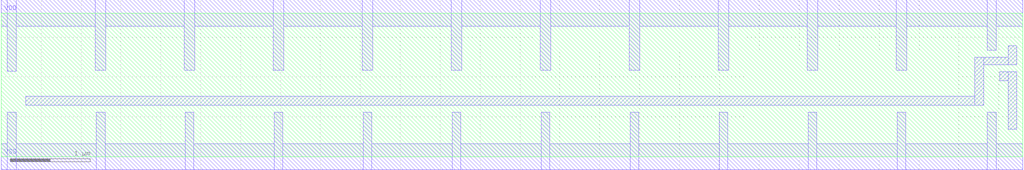
<source format=lef>
###############################################################################
#TSMC Library/IP Product
#Filename: tcbn65gplus_m8T2.lef
#Technology: CLN65GPLUS
#Product Type: Standard Cell
#Product Name: tcbn65gplus
#Version: 120a
###############################################################################
# 
#STATEMENT OF USE
#
#This information contains confidential and proprietary information of TSMC.
#No part of this information may be reproduced, transmitted, transcribed,
#stored in a retrieval system, or translated into any human or computer
#language, in any form or by any means, electronic, mechanical, magnetic,
#optical, chemical, manual, or otherwise, without the prior written permission
#of TSMC. This information was prepared for informational purpose and is for
#use by TSMC's customers only. TSMC reserves the right to make changes in the
#information at any time and without notice.
# 
###############################################################################

# Resistor & Capacitor are referenced from spice model interconnect table
# The index is "width=minWidth", "Space=Pitch"
VERSION	5.6 ;
NAMESCASESENSITIVE ON ;
BUSBITCHARS "[]" ;
DIVIDERCHAR "/" ;

UNITS
    CAPACITANCE PICOFARADS 10 ;
    CURRENT MILLIAMPS 10000 ;
    VOLTAGE VOLTS 1000 ;
    FREQUENCY MEGAHERTZ 10 ;
    DATABASE MICRONS 2000 ;
END UNITS

MANUFACTURINGGRID 0.005 ;

LAYER PO
    TYPE MASTERSLICE ;
END PO

LAYER CO
    TYPE CUT ;
END CO

PROPERTYDEFINITIONS 
    LAYER LEF57_SPACING STRING ;
END PROPERTYDEFINITIONS 

LAYER M1
    TYPE ROUTING ;
    DIRECTION HORIZONTAL ;
    PITCH 0.200 ;
    OFFSET 0.000 ;
    HEIGHT 0.5900 ;
    THICKNESS 0.1800 ;
    MINSTEP 0.090 ; 
    FILLACTIVESPACING 0.300 ;
    WIDTH 0.09 ;
    MAXWIDTH 12.0 ;
    SPACINGTABLE
    PARALLELRUNLENGTH     0.00    0.38    0.42    1.50    4.50
    WIDTH    0.00         0.09    0.09    0.09    0.09    0.09
    WIDTH    0.20         0.09    0.11    0.11    0.11    0.11
    WIDTH    0.42         0.09    0.11    0.16    0.16    0.16
    WIDTH    1.50         0.09    0.11    0.16    0.50    0.50
    WIDTH    4.50         0.09    0.11    0.16    0.50    1.50 ;
    PROPERTY LEF57_SPACING "SPACING 0.11 ENDOFLINE 0.11 WITHIN 0.035 PARALLELEDGE 0.11 WITHIN 0.11 ;" ;
    AREA 0.042 ;
    MINENCLOSEDAREA 0.20 ;

    MINIMUMDENSITY 15 ;
    MAXIMUMDENSITY 100 ;
    DENSITYCHECKWINDOW 50 50 ;
    DENSITYCHECKSTEP 25 ;
 
    MINIMUMDENSITY 0 ;
    MAXIMUMDENSITY 70 ;
    DENSITYCHECKWINDOW 100 100 ;
    DENSITYCHECKSTEP 50 ;
 
    MINIMUMDENSITY 0 ;
    MAXIMUMDENSITY 90 ;
    DENSITYCHECKWINDOW 20 20 ;
    DENSITYCHECKSTEP 10 ;

    MINIMUMCUT 2 WIDTH 0.300 ;
    MINIMUMCUT 4 WIDTH 0.700 ;
    MINIMUMCUT 2 WIDTH 0.300 LENGTH 0.300 WITHIN 0.800 ;
    MINIMUMCUT 2 WIDTH 2.000 LENGTH 2.000 WITHIN 2.000 ;
    MINIMUMCUT 2 WIDTH 3.000 LENGTH 10.000 WITHIN 5.000 ;

    ANTENNACUMAREARATIO     5000.000000 ;
    ANTENNACUMDIFFAREARATIO PWL ( ( 0 5000 ) ( 0.059 5000 ) ( 0.060 43027 ) ( 0.5 43228 ) ( 1 43456 ) ( 1.5 43684 ) ) ;

    ACCURRENTDENSITY 	AVERAGE
        FREQUENCY 	500 ;
        WIDTH     	0.090 	1.000 ;
        TABLEENTRIES	1.241	1.485 ;
    ACCURRENTDENSITY	RMS
        FREQUENCY	500 ;
        WIDTH		0.090	0.180	0.500	1.000	5.000	12.000 ;
        TABLEENTRIES	14.936	13.727	11.656	10.736	9.829	9.681 ;
    ACCURRENTDENSITY	PEAK
        FREQUENCY	500 ;
        WIDTH		0.090 1.0 12 ;
        TABLEENTRIES	41.861 50.097 50.844 ;
    RESISTANCE RPERSQ 0.1600000000 ;
    CAPACITANCE CPERSQDIST 0.0001711111 ;
    EDGECAPACITANCE 0.0000883000 ;
END M1

LAYER VIA1
    TYPE CUT ;
    SPACING 0.10 ;
    SPACING 0.13 ADJACENTCUTS 3 WITHIN 0.14 ;
    PROPERTY LEF57_SPACING "SPACING 0.13 PARALLELOVERLAP ;" ;
    ANTENNAAREARATIO        20.000000 ;
    ANTENNACUMDIFFAREARATIO PWL ( ( 0 20 ) ( 0.059 20 ) ( 0.060 912 ) ( 0.5 1005 ) ( 1 1110 ) ( 1.5 1215 ) ) ;

    ACCURRENTDENSITY	AVERAGE
        FREQUENCY	500 ;
        TABLEENTRIES	15.8 ;
END VIA1

LAYER M2
    TYPE ROUTING ;
    DIRECTION VERTICAL ;
    PITCH 0.200 ;
    OFFSET 0.100 ;
    HEIGHT 0.9450 ;
    THICKNESS 0.2200 ;
    MINSTEP 0.100 ;
    FILLACTIVESPACING 0.300 ;
    WIDTH 0.1 ;
    MAXWIDTH 12.0 ;
    SPACINGTABLE
    PARALLELRUNLENGTH     0.00    0.38    0.40    1.50    4.50
    WIDTH    0.00         0.10    0.10    0.10    0.10    0.10
    WIDTH    0.20         0.10    0.12    0.12    0.12    0.12
    WIDTH    0.40         0.10    0.12    0.16    0.16    0.16
    WIDTH    1.50         0.10    0.12    0.16    0.50    0.50
    WIDTH    4.50         0.10    0.12    0.16    0.50    1.50 ;
    PROPERTY LEF57_SPACING "SPACING 0.12 ENDOFLINE 0.12 WITHIN 0.035 PARALLELEDGE 0.12 WITHIN 0.12 ;" ;
    AREA 0.052 ;
    MINENCLOSEDAREA 0.20 ;   

    MINIMUMDENSITY 15 ;
    MAXIMUMDENSITY 100 ;
    DENSITYCHECKWINDOW 50 50 ;
    DENSITYCHECKSTEP 25 ;
 
    MINIMUMDENSITY 0 ;
    MAXIMUMDENSITY 70 ;
    DENSITYCHECKWINDOW 100 100 ;
    DENSITYCHECKSTEP 50 ;
 
    MINIMUMDENSITY 0 ;
    MAXIMUMDENSITY 90 ;
    DENSITYCHECKWINDOW 20 20 ;
    DENSITYCHECKSTEP 10 ;

    MINIMUMCUT 2 WIDTH 0.300 ;
    MINIMUMCUT 4 WIDTH 0.700 ;
    MINIMUMCUT 2 WIDTH 0.300 LENGTH 0.300 WITHIN 0.800 ;
    MINIMUMCUT 2 WIDTH 2.000 LENGTH 2.000 WITHIN 2.000 ;
    MINIMUMCUT 2 WIDTH 3.000 LENGTH 10.000 WITHIN 5.000 ;

    ANTENNACUMAREARATIO     5000.000000 ;
    ANTENNACUMDIFFAREARATIO PWL ( ( 0 5000 ) ( 0.059 5000 ) ( 0.060 43027 ) ( 0.5 43228 ) ( 1 43456 ) ( 1.5 43684 ) ) ;
  
    ACCURRENTDENSITY	AVERAGE
        FREQUENCY	500 ;
        WIDTH		0.100	1.000 ;
        TABLEENTRIES 	1.577	1.847 ;
    ACCURRENTDENSITY	RMS
        FREQUENCY	500 ;
        WIDTH     	0.100	0.200	0.500	1.000	5.000	12.000 ;
        TABLEENTRIES	9.324	8.384	7.101	6.451	5.803	5.696 ;
    ACCURRENTDENSITY	PEAK
        FREQUENCY	500 ;
        WIDTH		0.100 1.0 12 ;
        TABLEENTRIES	26.135 30.615 31.071 ;
                		
    RESISTANCE RPERSQ 0.1400000000 ;
    CAPACITANCE CPERSQDIST 0.0002320000 ;
    EDGECAPACITANCE 0.0000780000 ;
END M2

LAYER VIA2
    TYPE CUT ;
    SPACING 0.10 ;
    SPACING 0.13 ADJACENTCUTS 3 WITHIN 0.14 ;
    PROPERTY LEF57_SPACING "SPACING 0.13 PARALLELOVERLAP ;" ;
    ANTENNAAREARATIO        20.000000 ;
    ANTENNACUMDIFFAREARATIO PWL ( ( 0 20 ) ( 0.059 20 ) ( 0.060 912 ) ( 0.5 1005 ) ( 1 1110 ) ( 1.5 1215 ) ) ;

    ACCURRENTDENSITY	AVERAGE
        FREQUENCY	500 ;
        TABLEENTRIES	15.8 ;
END VIA2

LAYER M3
    TYPE ROUTING ;
    DIRECTION HORIZONTAL ;
    PITCH 0.200 ;
    OFFSET 0.000 ;
    HEIGHT 1.3400 ;
    THICKNESS 0.2200 ;
    MINSTEP 0.100 ;
    FILLACTIVESPACING 0.300 ;
    WIDTH 0.1 ;
    MAXWIDTH 12.0 ;
    SPACINGTABLE
    PARALLELRUNLENGTH     0.00    0.38    0.40    1.50    4.50
    WIDTH    0.00         0.10    0.10    0.10    0.10    0.10
    WIDTH    0.20         0.10    0.12    0.12    0.12    0.12
    WIDTH    0.40         0.10    0.12    0.16    0.16    0.16
    WIDTH    1.50         0.10    0.12    0.16    0.50    0.50
    WIDTH    4.50         0.10    0.12    0.16    0.50    1.50 ;
    PROPERTY LEF57_SPACING "SPACING 0.12 ENDOFLINE 0.12 WITHIN 0.035 PARALLELEDGE 0.12 WITHIN 0.12 ;" ;
    AREA 0.052 ;
    MINENCLOSEDAREA 0.20 ;   

    MINIMUMDENSITY 15 ;
    MAXIMUMDENSITY 100 ;
    DENSITYCHECKWINDOW 50 50 ;
    DENSITYCHECKSTEP 25 ;
 
    MINIMUMDENSITY 0 ;
    MAXIMUMDENSITY 70 ;
    DENSITYCHECKWINDOW 100 100 ;
    DENSITYCHECKSTEP 50 ;
 
    MINIMUMDENSITY 0 ;
    MAXIMUMDENSITY 90 ;
    DENSITYCHECKWINDOW 20 20 ;
    DENSITYCHECKSTEP 10 ;

    MINIMUMCUT 2 WIDTH 0.300 ;
    MINIMUMCUT 4 WIDTH 0.700 ;
    MINIMUMCUT 2 WIDTH 0.300 LENGTH 0.300 WITHIN 0.800 ;
    MINIMUMCUT 2 WIDTH 2.000 LENGTH 2.000 WITHIN 2.000 ;
    MINIMUMCUT 2 WIDTH 3.000 LENGTH 10.000 WITHIN 5.000 ;

    ANTENNACUMAREARATIO     5000.000000 ;
    ANTENNACUMDIFFAREARATIO PWL ( ( 0 5000 ) ( 0.059 5000 ) ( 0.060 43027 ) ( 0.5 43228 ) ( 1 43456 ) ( 1.5 43684 ) ) ;
  
    ACCURRENTDENSITY	AVERAGE
        FREQUENCY	500 ;
        WIDTH		0.100	1.000 ;
        TABLEENTRIES 	1.577	1.847 ;
    ACCURRENTDENSITY	RMS
        FREQUENCY	500 ;
        WIDTH     	0.100	0.200	0.500	1.000	5.000	12.000 ;
        TABLEENTRIES	8.965	7.789	6.191	5.347	4.453	4.299 ;
    ACCURRENTDENSITY	PEAK
        FREQUENCY	500 ;
        WIDTH		0.100 1.0 12 ;
        TABLEENTRIES	26.135 30.615 31.071 ;
              		
    RESISTANCE RPERSQ 0.1400000000 ;
    CAPACITANCE CPERSQDIST 0.0002320000 ;
    EDGECAPACITANCE 0.0000779000 ;
END M3

LAYER VIA3
    TYPE CUT ;
    SPACING 0.10 ;
    SPACING 0.13 ADJACENTCUTS 3 WITHIN 0.14 ;
    PROPERTY LEF57_SPACING "SPACING 0.13 PARALLELOVERLAP ;" ;
    ANTENNAAREARATIO        20.000000 ;
    ANTENNACUMDIFFAREARATIO PWL ( ( 0 20 ) ( 0.059 20 ) ( 0.060 912 ) ( 0.5 1005 ) ( 1 1110 ) ( 1.5 1215 ) ) ;

    ACCURRENTDENSITY	AVERAGE
        FREQUENCY	500 ;
        TABLEENTRIES	15.8 ;
END VIA3

LAYER M4
    TYPE ROUTING ;
    DIRECTION VERTICAL ;
    PITCH 0.200 ;
    OFFSET 0.100 ;
    HEIGHT 1.7350 ;
    THICKNESS 0.2200 ;
    MINSTEP 0.100 ;
    FILLACTIVESPACING 0.300 ;
    WIDTH 0.1 ;
    MAXWIDTH 12.0 ;
    SPACINGTABLE
    PARALLELRUNLENGTH     0.00    0.38    0.40    1.50    4.50
    WIDTH    0.00         0.10    0.10    0.10    0.10    0.10
    WIDTH    0.20         0.10    0.12    0.12    0.12    0.12
    WIDTH    0.40         0.10    0.12    0.16    0.16    0.16
    WIDTH    1.50         0.10    0.12    0.16    0.50    0.50
    WIDTH    4.50         0.10    0.12    0.16    0.50    1.50 ;
    PROPERTY LEF57_SPACING "SPACING 0.12 ENDOFLINE 0.12 WITHIN 0.035 PARALLELEDGE 0.12 WITHIN 0.12 ;" ;
    AREA 0.052 ;
    MINENCLOSEDAREA 0.20 ;   

    MINIMUMDENSITY 15 ;
    MAXIMUMDENSITY 100 ;
    DENSITYCHECKWINDOW 50 50 ;
    DENSITYCHECKSTEP 25 ;
 
    MINIMUMDENSITY 0 ;
    MAXIMUMDENSITY 70 ;
    DENSITYCHECKWINDOW 100 100 ;
    DENSITYCHECKSTEP 50 ;
 
    MINIMUMDENSITY 0 ;
    MAXIMUMDENSITY 90 ;
    DENSITYCHECKWINDOW 20 20 ;
    DENSITYCHECKSTEP 10 ;
  
    MINIMUMCUT 2 WIDTH 0.300 ;
    MINIMUMCUT 4 WIDTH 0.700 ;
    MINIMUMCUT 2 WIDTH 0.300 LENGTH 0.300 WITHIN 0.800 ;
    MINIMUMCUT 2 WIDTH 2.000 LENGTH 2.000 WITHIN 2.000 ;
    MINIMUMCUT 2 WIDTH 3.000 LENGTH 10.000 WITHIN 5.000 ;
  
    ANTENNACUMAREARATIO     5000.000000 ;
    ANTENNACUMDIFFAREARATIO PWL ( ( 0 5000 ) ( 0.059 5000 ) ( 0.060 43027 ) ( 0.5 43228 ) ( 1 43456 ) ( 1.5 43684 ) ) ;
  
    ACCURRENTDENSITY	AVERAGE
        FREQUENCY	500 ;
        WIDTH		0.100	1.000 ;
        TABLEENTRIES 	1.577	1.847 ;
    ACCURRENTDENSITY	RMS
        FREQUENCY	500 ;
        WIDTH     	0.100	0.200	0.500	1.000	5.000	12.000 ;
        TABLEENTRIES	8.824	7.548	5.805	4.857	3.811	3.623 ;
    ACCURRENTDENSITY	PEAK
        FREQUENCY	500 ;
        WIDTH		0.100 1.0 12 ;
        TABLEENTRIES	26.135 30.615 31.071 ;

    RESISTANCE RPERSQ 0.1400000000 ;
    CAPACITANCE CPERSQDIST 0.0002320000 ;
    EDGECAPACITANCE 0.0000778000 ;
END M4

LAYER VIA4
    TYPE CUT ;
    SPACING 0.10 ;
    SPACING 0.13 ADJACENTCUTS 3 WITHIN 0.14 ;
    PROPERTY LEF57_SPACING "SPACING 0.13 PARALLELOVERLAP ;" ;
    ANTENNAAREARATIO        20.000000 ;
    ANTENNACUMDIFFAREARATIO PWL ( ( 0 20 ) ( 0.059 20 ) ( 0.060 912 ) ( 0.5 1005 ) ( 1 1110 ) ( 1.5 1215 ) ) ;

    ACCURRENTDENSITY	AVERAGE
        FREQUENCY	500 ;
        TABLEENTRIES	15.8 ;
END VIA4

LAYER M5
    TYPE ROUTING ;
    DIRECTION HORIZONTAL ;
    PITCH 0.200 ;
    OFFSET 0.000 ;
    HEIGHT 2.1300 ;
    THICKNESS 0.2200 ;
    MINSTEP 0.100 ;
    FILLACTIVESPACING 0.300 ;
    WIDTH 0.1 ;
    MAXWIDTH 12.0 ;
    SPACINGTABLE
    PARALLELRUNLENGTH     0.00    0.38    0.40    1.50    4.50
    WIDTH    0.00         0.10    0.10    0.10    0.10    0.10
    WIDTH    0.20         0.10    0.12    0.12    0.12    0.12
    WIDTH    0.40         0.10    0.12    0.16    0.16    0.16
    WIDTH    1.50         0.10    0.12    0.16    0.50    0.50
    WIDTH    4.50         0.10    0.12    0.16    0.50    1.50 ;
    PROPERTY LEF57_SPACING "SPACING 0.12 ENDOFLINE 0.12 WITHIN 0.035 PARALLELEDGE 0.12 WITHIN 0.12 ;" ;
    AREA 0.052 ;
    MINENCLOSEDAREA 0.20 ;   

    MINIMUMDENSITY 15 ;
    MAXIMUMDENSITY 100 ;
    DENSITYCHECKWINDOW 50 50 ;
    DENSITYCHECKSTEP 25 ;
 
    MINIMUMDENSITY 0 ;
    MAXIMUMDENSITY 70 ;
    DENSITYCHECKWINDOW 100 100 ;
    DENSITYCHECKSTEP 50 ;
 
    MINIMUMDENSITY 0 ;
    MAXIMUMDENSITY 90 ;
    DENSITYCHECKWINDOW 20 20 ;
    DENSITYCHECKSTEP 10 ;
  
    MINIMUMCUT 2 WIDTH 0.300 ;
    MINIMUMCUT 4 WIDTH 0.700 ;
    MINIMUMCUT 2 WIDTH 0.300 LENGTH 0.300 WITHIN 0.800 ;
    MINIMUMCUT 2 WIDTH 2.000 LENGTH 2.000 WITHIN 2.000 ;
    MINIMUMCUT 2 WIDTH 3.000 LENGTH 10.000 WITHIN 5.000 ;
  
    ANTENNACUMAREARATIO     5000.000000 ;
    ANTENNACUMDIFFAREARATIO PWL ( ( 0 5000 ) ( 0.059 5000 ) ( 0.060 43027 ) ( 0.5 43228 ) ( 1 43456 ) ( 1.5 43684 ) ) ;
  
    ACCURRENTDENSITY	AVERAGE
        FREQUENCY	500 ;
        WIDTH		0.100	1.000 ;
        TABLEENTRIES 	1.577	1.847 ;
    ACCURRENTDENSITY	RMS
        FREQUENCY	500 ;
        WIDTH     	0.100	0.200	0.500	1.000	5.000	12.000 ;
        TABLEENTRIES	8.752	7.421	5.592	4.578	3.423	3.208 ;
    ACCURRENTDENSITY	PEAK
        FREQUENCY	500 ;
        WIDTH		0.100 1.0 12 ;
        TABLEENTRIES	26.135 30.615 31.071 ;

    RESISTANCE RPERSQ 0.1400000000 ;
    CAPACITANCE CPERSQDIST 0.0002320000 ;
    EDGECAPACITANCE 0.0000778000 ;
END M5

LAYER VIA5
    TYPE CUT ;
    SPACING 0.10 ;
    SPACING 0.13 ADJACENTCUTS 3 WITHIN 0.14 ;
    PROPERTY LEF57_SPACING "SPACING 0.13 PARALLELOVERLAP ;" ;
    ANTENNAAREARATIO        20.000000 ;
    ANTENNACUMDIFFAREARATIO PWL ( ( 0 20 ) ( 0.059 20 ) ( 0.060 912 ) ( 0.5 1005 ) ( 1 1110 ) ( 1.5 1215 ) ) ;

    ACCURRENTDENSITY	AVERAGE
        FREQUENCY	500 ;
        TABLEENTRIES	15.8 ;
END VIA5

LAYER M6
    TYPE ROUTING ;
    DIRECTION VERTICAL ;
    PITCH 0.200 ;
    OFFSET 0.100 ;
    HEIGHT 2.5250 ;
    THICKNESS 0.2200 ;
    MINSTEP 0.100 ;
    FILLACTIVESPACING 0.300 ;
    WIDTH 0.1 ;
    MAXWIDTH 12.0 ;
    SPACINGTABLE
    PARALLELRUNLENGTH     0.00    0.38    0.40    1.50    4.50
    WIDTH    0.00         0.10    0.10    0.10    0.10    0.10
    WIDTH    0.20         0.10    0.12    0.12    0.12    0.12
    WIDTH    0.40         0.10    0.12    0.16    0.16    0.16
    WIDTH    1.50         0.10    0.12    0.16    0.50    0.50
    WIDTH    4.50         0.10    0.12    0.16    0.50    1.50 ;
    PROPERTY LEF57_SPACING "SPACING 0.12 ENDOFLINE 0.12 WITHIN 0.035 PARALLELEDGE 0.12 WITHIN 0.12 ;" ;
    AREA 0.052 ;
    MINENCLOSEDAREA 0.20 ;   

    MINIMUMDENSITY 15 ;
    MAXIMUMDENSITY 100 ;
    DENSITYCHECKWINDOW 50 50 ;
    DENSITYCHECKSTEP 25 ;
 
    MINIMUMDENSITY 0 ;
    MAXIMUMDENSITY 70 ;
    DENSITYCHECKWINDOW 100 100 ;
    DENSITYCHECKSTEP 50 ;
 
    MINIMUMDENSITY 0 ;
    MAXIMUMDENSITY 90 ;
    DENSITYCHECKWINDOW 20 20 ;
    DENSITYCHECKSTEP 10 ;
  
    MINIMUMCUT 2 WIDTH 0.300 FROMBELOW ;
    MINIMUMCUT 4 WIDTH 0.700 FROMBELOW ;
    MINIMUMCUT 2 WIDTH 0.300 FROMBELOW LENGTH 0.300 WITHIN 0.800 ;
    MINIMUMCUT 2 WIDTH 2.000 FROMBELOW LENGTH 2.000 WITHIN 2.000 ;
    MINIMUMCUT 2 WIDTH 3.000 FROMBELOW LENGTH 10.000 WITHIN 5.000 ;
    MINIMUMCUT 2 WIDTH 1.800 FROMABOVE ;
    MINIMUMCUT 2 WIDTH 3.000 FROMABOVE LENGTH 10.0 WITHIN 5.001 ;
  
    ANTENNACUMAREARATIO     5000.000000 ;
    ANTENNACUMDIFFAREARATIO PWL ( ( 0 5000 ) ( 0.059 5000 ) ( 0.060 43027 ) ( 0.5 43228 ) ( 1 43456 ) ( 1.5 43684 ) ) ;
  
    ACCURRENTDENSITY	AVERAGE
        FREQUENCY	500 ;
        WIDTH		0.100   1.000 ;
        TABLEENTRIES 	1.577	1.847 ;
    ACCURRENTDENSITY	RMS
        FREQUENCY	500 ;
        WIDTH     	0.100	0.200	0.500	1.000	5.000	12.000 ;
        TABLEENTRIES	8.701	7.336	5.453	4.394	3.158	2.921 ;
    ACCURRENTDENSITY	PEAK
        FREQUENCY	500 ;
        WIDTH		0.100 1.0 12 ;
        TABLEENTRIES	26.135 30.615 31.071 ;

    RESISTANCE RPERSQ 0.1400000000 ;
    CAPACITANCE CPERSQDIST 0.0002320000 ;
    EDGECAPACITANCE 0.0000778000 ;
END M6

LAYER VIA6
    TYPE CUT ;
    SPACING 0.340 ;
    SPACING 0.54 ADJACENTCUTS 3 WITHIN 0.56 ;
    ANTENNAAREARATIO        20.000000 ;
    ANTENNACUMDIFFAREARATIO PWL ( ( 0 20 ) ( 0.059 20 ) ( 0.060 912 ) ( 0.5 1005 ) ( 1 1110 ) ( 1.5 1215 ) ) ;

    ACCURRENTDENSITY	AVERAGE
        FREQUENCY	500 ;
        TABLEENTRIES	23.742 ;
END VIA6

LAYER M7
    TYPE ROUTING ;
    DIRECTION HORIZONTAL ;
    PITCH 0.800 ;
    OFFSET 0.000 ;
    HEIGHT 3.3400 ;
    THICKNESS 0.9000 ;
    MINSTEP 0.400 ;
    FILLACTIVESPACING 0.600 ;
    WIDTH 0.400 ;
    MAXWIDTH 12.0 ;
    SPACINGTABLE
    PARALLELRUNLENGTH     0.00    1.50    4.50
    WIDTH    0.00         0.40    0.40    0.40
    WIDTH    1.50         0.40    0.50    0.50
    WIDTH    4.50         0.40    0.50    1.50 ;
    AREA 0.565 ;
    MINENCLOSEDAREA 0.565 ;   

    MINIMUMDENSITY 20 ;
    MAXIMUMDENSITY 100 ;
    DENSITYCHECKWINDOW 50 50 ;
    DENSITYCHECKSTEP 25 ;
 
    MINIMUMDENSITY 0 ;
    MAXIMUMDENSITY 80 ;
    DENSITYCHECKWINDOW 100 100 ;
    DENSITYCHECKSTEP 50 ;

    MINIMUMDENSITY 0 ;
    MAXIMUMDENSITY 90 ;
    DENSITYCHECKWINDOW 20 20 ;
    DENSITYCHECKSTEP 10 ;
  
    MINIMUMCUT 2 WIDTH 1.800 ;
    MINIMUMCUT 2 WIDTH 3.000 LENGTH 10.0 WITHIN 5.001 ;
  
    ANTENNACUMAREARATIO     5000.000000 ;
    ANTENNACUMDIFFAREARATIO PWL ( ( 0 5000 ) ( 0.059 5000 ) ( 0.060 50480 ) ( 0.5 54000 ) ( 1 58000 ) ( 1.5 62000 ) ) ;
  
    ACCURRENTDENSITY	AVERAGE
        FREQUENCY	500 ;
        WIDTH		0.400	1.000 ;
        TABLEENTRIES 	7.691	7.934 ;
    ACCURRENTDENSITY	RMS
        FREQUENCY	500 ;
        WIDTH     	0.400	0.600	0.800	1.000	5.000	12.000 ;
        TABLEENTRIES	11.490	9.972	9.037	8.396	5.667	5.116 ;
    ACCURRENTDENSITY	PEAK
        FREQUENCY	500 ;
        WIDTH		0.400 1.0 12 ;
        TABLEENTRIES	84.641 87.314 88.947 ;
  
    RESISTANCE RPERSQ 0.0220000000 ;
    CAPACITANCE CPERSQDIST 0.0000632500 ;
    EDGECAPACITANCE 0.0000915000 ;
END M7

LAYER VIA7
    TYPE CUT ;
    SPACING 0.340 ;
    SPACING 0.54 ADJACENTCUTS 3 WITHIN 0.56 ;
    ANTENNAAREARATIO        20.000000 ;
    ANTENNACUMDIFFAREARATIO PWL ( ( 0 20 ) ( 0.059 20 ) ( 0.060 912 ) ( 0.5 1005 ) ( 1 1110 ) ( 1.5 1215 ) ) ;

    ACCURRENTDENSITY	AVERAGE
        FREQUENCY	500 ;
        TABLEENTRIES	23.742 ;
END VIA7

LAYER M8
    TYPE ROUTING ;
    DIRECTION VERTICAL ;
    PITCH 0.800 ;
    OFFSET 0.100 ;
    HEIGHT 5.0400 ;
    THICKNESS 0.9000 ;
    MINSTEP 0.400 ;
    FILLACTIVESPACING 0.600 ;
    WIDTH 0.400 ;
    MAXWIDTH 12.0 ;
    SPACINGTABLE
    PARALLELRUNLENGTH     0.00    1.50    4.50
    WIDTH    0.00         0.40    0.40    0.40
    WIDTH    1.50         0.40    0.50    0.50
    WIDTH    4.50         0.40    0.50    1.50 ;
    AREA 0.565 ;
    MINENCLOSEDAREA 0.565 ;   

    MINIMUMDENSITY 20 ;
    MAXIMUMDENSITY 100 ;
    DENSITYCHECKWINDOW 50 50 ;
    DENSITYCHECKSTEP 25 ;
 
    MINIMUMDENSITY 0 ;
    MAXIMUMDENSITY 80 ;
    DENSITYCHECKWINDOW 100 100 ;
    DENSITYCHECKSTEP 50 ;

    MINIMUMDENSITY 0 ;
    MAXIMUMDENSITY 90 ;
    DENSITYCHECKWINDOW 20 20 ;
    DENSITYCHECKSTEP 10 ;
  
    MINIMUMCUT 2 WIDTH 1.800 ;
    MINIMUMCUT 2 WIDTH 3.000 LENGTH 10.0 WITHIN 5.001 ;
  
    ANTENNACUMAREARATIO     5000.000000 ;
    ANTENNACUMDIFFAREARATIO PWL ( ( 0 5000 ) ( 0.059 5000 ) ( 0.060 50480 ) ( 0.5 54000 ) ( 1 58000 ) ( 1.5 62000 ) ) ;
  
    ACCURRENTDENSITY	AVERAGE
        FREQUENCY	500 ;
        WIDTH		0.400	1.000 ;
        TABLEENTRIES 	7.691	7.934 ;
    ACCURRENTDENSITY	RMS
        FREQUENCY	500 ;
        WIDTH     	0.400	0.600	0.800	1.000	5.000	12.000 ;
        TABLEENTRIES	11.373	9.827	8.870	8.213	5.372	4.783 ;
    ACCURRENTDENSITY	PEAK
        FREQUENCY	500 ;
        WIDTH		0.400 1.0 12 ;
        TABLEENTRIES	84.641 87.314 88.947 ;

    RESISTANCE RPERSQ 0.0220000000 ;
    CAPACITANCE CPERSQDIST 0.0000632500 ;
    EDGECAPACITANCE 0.0000956000 ;
END M8

LAYER OVERLAP
    TYPE OVERLAP ;
END OVERLAP

VIA VIA12_1cut DEFAULT
    RESISTANCE 1.5000000000 ;
    LAYER M1 ;
        RECT -0.090 -0.050  0.090  0.050 ;
    LAYER VIA1 ;
        RECT -0.050 -0.050  0.050  0.050 ;
    LAYER M2 ;
        RECT -0.050 -0.090  0.050  0.090 ;
END VIA12_1cut

VIA VIA12_1cut_H DEFAULT
    RESISTANCE 1.5000000000 ;
    LAYER M1 ;
        RECT -0.090 -0.050  0.090  0.050 ;
    LAYER VIA1 ;
        RECT -0.050 -0.050  0.050  0.050 ;
    LAYER M2 ;
        RECT -0.090 -0.050  0.090  0.050 ;
END VIA12_1cut_H
                 
VIA VIA12_1cut_V DEFAULT
    RESISTANCE 1.5000000000 ;
    LAYER M1 ;
        RECT -0.050 -0.090  0.050  0.090 ;
    LAYER VIA1 ;
        RECT -0.050 -0.050  0.050  0.050 ;
    LAYER M2 ;
        RECT -0.050 -0.090  0.050  0.090 ;
END VIA12_1cut_V

VIA VIA12_1cut_FAT_C DEFAULT
    RESISTANCE 1.5000000000 ;
    LAYER M1 ;
        RECT -0.12 -0.050  0.12  0.050 ;
    LAYER VIA1 ;
        RECT -0.050 -0.050  0.050  0.050 ;
    LAYER M2 ;
        RECT -0.050 -0.12  0.050  0.12 ;
END VIA12_1cut_FAT_C
             
VIA VIA12_1cut_FAT_H DEFAULT
    RESISTANCE 1.5000000000 ;
    LAYER M1 ;
        RECT -0.12 -0.050  0.12  0.050 ;
    LAYER VIA1 ;
        RECT -0.050 -0.050  0.050  0.050 ;
    LAYER M2 ;
        RECT -0.12 -0.050  0.12  0.050 ;
END VIA12_1cut_FAT_H

VIA VIA12_1cut_FAT_V DEFAULT
    RESISTANCE 1.5000000000 ;
    LAYER M1 ;
        RECT -0.050 -0.12  0.050  0.12 ;
    LAYER VIA1 ;
        RECT -0.050 -0.050  0.050  0.050 ;
    LAYER M2 ;
        RECT -0.050 -0.12  0.050  0.12 ;
END VIA12_1cut_FAT_V

VIA VIA12_1cut_FAT DEFAULT
    RESISTANCE 1.5000000000 ;
    LAYER M1 ;
        RECT -0.090 -0.090  0.090  0.090 ;
    LAYER VIA1 ;
        RECT -0.050 -0.050  0.050  0.050 ;
    LAYER M2 ;
        RECT -0.090 -0.090  0.090  0.090 ;
END VIA12_1cut_FAT
                 
VIA VIA12_2cut_E DEFAULT
    RESISTANCE 0.7500000000 ;
    LAYER M1 ;
        RECT -0.090 -0.050  0.290  0.050 ;
    LAYER VIA1 ;
        RECT -0.050 -0.050  0.050  0.050 ;
        RECT  0.150 -0.050  0.250  0.050 ;
    LAYER M2 ;
        RECT -0.050 -0.090  0.250  0.090 ;
END VIA12_2cut_E

VIA VIA12_2cut_W DEFAULT
    RESISTANCE 0.7500000000 ;
    LAYER M1 ;
        RECT -0.290 -0.050  0.090  0.050 ;
    LAYER VIA1 ;
        RECT -0.050 -0.050  0.050  0.050 ;
        RECT -0.250 -0.050 -0.150  0.050 ;
    LAYER M2 ;
        RECT -0.250 -0.090  0.050  0.090 ;
END VIA12_2cut_W

VIA VIA12_2cut_N DEFAULT
    RESISTANCE 0.7500000000 ;
    LAYER M1 ;
        RECT -0.090 -0.050  0.090  0.250 ;
    LAYER VIA1 ;
        RECT -0.050 -0.050  0.050  0.050 ;
        RECT -0.050  0.150  0.050  0.250 ;
    LAYER M2 ;
        RECT -0.050 -0.090  0.050  0.290 ;
END VIA12_2cut_N

VIA VIA12_2cut_S DEFAULT
    RESISTANCE 0.7500000000 ;
    LAYER M1 ;
        RECT -0.090 -0.250  0.090  0.050 ;
    LAYER VIA1 ;
        RECT -0.050 -0.050  0.050  0.050 ;
        RECT -0.050 -0.250  0.050 -0.150 ;
    LAYER M2 ;
        RECT -0.050 -0.290  0.050  0.090 ;
END VIA12_2cut_S

VIA VIA12_2cut_HN DEFAULT
    RESISTANCE 0.7500000000 ;
    LAYER M1 ;
        RECT -0.050 -0.090  0.050  0.330 ;
    LAYER VIA1 ;
        RECT -0.050 -0.050  0.050  0.050 ;
        RECT -0.050  0.190  0.050  0.290 ;
    LAYER M2 ;
        RECT -0.050 -0.090  0.050  0.330 ;
END VIA12_2cut_HN

VIA VIA12_2cut_HS DEFAULT
    RESISTANCE 0.7500000000 ;
    LAYER M1 ;
        RECT -0.050 -0.330  0.050  0.090 ;
    LAYER VIA1 ;
        RECT -0.050 -0.050  0.050  0.050 ;
        RECT -0.050 -0.290  0.050 -0.190 ;
    LAYER M2 ;
        RECT -0.050 -0.330  0.050  0.090 ;
END VIA12_2cut_HS

VIA VIA12_4cut DEFAULT
    RESISTANCE 0.3750000000 ;
    LAYER M1 ;
        RECT -0.190 -0.150  0.190  0.150 ;
    LAYER VIA1 ;
        RECT -0.150 -0.150 -0.050 -0.050 ;
        RECT -0.150  0.050 -0.050  0.150 ;
        RECT  0.050  0.050  0.150  0.150 ;
        RECT  0.050 -0.150  0.150 -0.050 ;
    LAYER M2 ;
        RECT -0.150 -0.190  0.150  0.190 ;
END VIA12_4cut

VIA VIA23_1cut DEFAULT
    RESISTANCE 1.5000000000 ;
    LAYER M2 ;
        RECT -0.050 -0.090  0.050  0.090 ;
    LAYER VIA2 ;
        RECT -0.050 -0.050  0.050  0.050 ;
    LAYER M3 ;
        RECT -0.090 -0.050  0.090  0.050 ;
END VIA23_1cut

VIA VIA23_1cut_V DEFAULT
    RESISTANCE 1.5000000000 ;
    LAYER M2 ;
        RECT -0.050 -0.090  0.050  0.090 ;
    LAYER VIA2 ;
        RECT -0.050 -0.050  0.050  0.050 ;
    LAYER M3 ;
        RECT -0.050 -0.090  0.050  0.090 ;
END VIA23_1cut_V
                 
VIA VIA23_1cut_H DEFAULT
    RESISTANCE 1.5000000000 ;
    LAYER M2 ;
        RECT -0.090 -0.050  0.090  0.050 ;
    LAYER VIA2 ;
        RECT -0.050 -0.050  0.050  0.050 ;
    LAYER M3 ;
        RECT -0.090 -0.050  0.090  0.050 ;
END VIA23_1cut_H

VIA VIA23_1cut_FAT_C DEFAULT
    RESISTANCE 1.5000000000 ;
    LAYER M2 ;
        RECT -0.050 -0.12  0.050  0.12 ;
    LAYER VIA2 ;
        RECT -0.050 -0.050  0.050  0.050 ;
    LAYER M3 ;
        RECT -0.12 -0.050  0.12  0.050 ;
END VIA23_1cut_FAT_C
             
VIA VIA23_1cut_FAT_V DEFAULT
    RESISTANCE 1.5000000000 ;
    LAYER M2 ;
        RECT -0.050 -0.12  0.050  0.12 ;
    LAYER VIA2 ;
        RECT -0.050 -0.050  0.050  0.050 ;
    LAYER M3 ;
        RECT -0.050 -0.12  0.050  0.12 ;
END VIA23_1cut_FAT_V

VIA VIA23_1cut_FAT_H DEFAULT
    RESISTANCE 1.5000000000 ;
    LAYER M2 ;
        RECT -0.12 -0.050  0.12  0.050 ;
    LAYER VIA2 ;
        RECT -0.050 -0.050  0.050  0.050 ;
    LAYER M3 ;
        RECT -0.12 -0.050  0.12  0.050 ;
END VIA23_1cut_FAT_H

VIA VIA23_1cut_FAT DEFAULT
    RESISTANCE 1.5000000000 ;
    LAYER M2 ;
        RECT -0.090 -0.090  0.090  0.090 ;
    LAYER VIA2 ;
        RECT -0.050 -0.050  0.050  0.050 ;
    LAYER M3 ;
        RECT -0.090 -0.090  0.090  0.090 ;
END VIA23_1cut_FAT
                 
VIA VIA23_1stack_N DEFAULT TOPOFSTACKONLY
    RESISTANCE 1.5000000000 ;
    LAYER M2 ;
        RECT -0.050 -0.090  0.050  0.430 ;
    LAYER VIA2 ;
        RECT -0.050 -0.050  0.050  0.050 ;
    LAYER M3 ;
        RECT -0.090 -0.050  0.090  0.050 ;
END VIA23_1stack_N

VIA VIA23_1stack_S DEFAULT TOPOFSTACKONLY
    RESISTANCE 1.5000000000 ;
    LAYER M2 ;
        RECT -0.050 -0.430  0.050  0.090 ;
    LAYER VIA2 ;
        RECT -0.050 -0.050  0.050  0.050 ;
    LAYER M3 ;
        RECT -0.090 -0.050  0.090  0.050 ;
END VIA23_1stack_S

VIA VIA23_2cut_E DEFAULT
    RESISTANCE 0.7500000000 ;
    LAYER M2 ;
        RECT -0.050 -0.090  0.250  0.090 ;
    LAYER VIA2 ;
        RECT -0.050 -0.050  0.050  0.050 ;
        RECT  0.150 -0.050  0.250  0.050 ;
    LAYER M3 ;
        RECT -0.090 -0.050  0.290  0.050 ;
END VIA23_2cut_E

VIA VIA23_2cut_W DEFAULT
    RESISTANCE 0.7500000000 ;
    LAYER M2 ;
        RECT -0.250 -0.090  0.050  0.090 ;
    LAYER VIA2 ;
        RECT -0.050 -0.050  0.050  0.050 ;
        RECT -0.250 -0.050 -0.150  0.050 ;
    LAYER M3 ;
        RECT -0.290 -0.050  0.090  0.050 ;
END VIA23_2cut_W

VIA VIA23_2cut_N DEFAULT
    RESISTANCE 0.7500000000 ;
    LAYER M2 ;
        RECT -0.050 -0.090  0.050  0.290 ;
    LAYER VIA2 ;
        RECT -0.050 -0.050  0.050  0.050 ;
        RECT -0.050  0.150  0.050  0.250 ;
    LAYER M3 ;
        RECT -0.090 -0.050  0.090  0.250 ;
END VIA23_2cut_N

VIA VIA23_2cut_S DEFAULT
    RESISTANCE 0.7500000000 ;
    LAYER M2 ;
        RECT -0.050 -0.290  0.050  0.090 ;
    LAYER VIA2 ;
        RECT -0.050 -0.050  0.050  0.050 ;
        RECT -0.050 -0.250  0.050 -0.150 ;
    LAYER M3 ;
        RECT -0.090 -0.250  0.090  0.050 ;
END VIA23_2cut_S

VIA VIA23_4cut DEFAULT
    RESISTANCE 0.3750000000 ;
    LAYER M2 ;
        RECT -0.150 -0.190  0.150  0.190 ;
    LAYER VIA2 ;
        RECT -0.150 -0.150 -0.050 -0.050 ;
        RECT -0.150  0.050 -0.050  0.150 ;
        RECT  0.050  0.050  0.150  0.150 ;
        RECT  0.050 -0.150  0.150 -0.050 ;
    LAYER M3 ;
        RECT -0.190 -0.150  0.190  0.150 ;
END VIA23_4cut

VIA VIA34_1cut DEFAULT
    RESISTANCE 1.5000000000 ;
    LAYER M3 ;
        RECT -0.090 -0.050  0.090  0.050 ;
    LAYER VIA3 ;
        RECT -0.050 -0.050  0.050  0.050 ;
    LAYER M4 ;
        RECT -0.050 -0.090  0.050  0.090 ;
END VIA34_1cut

VIA VIA34_1cut_H DEFAULT
    RESISTANCE 1.5000000000 ;
    LAYER M3 ;
        RECT -0.090 -0.050  0.090  0.050 ;
    LAYER VIA3 ;
        RECT -0.050 -0.050  0.050  0.050 ;
    LAYER M4 ;
        RECT -0.090 -0.050  0.090  0.050 ;
END VIA34_1cut_H
                 
VIA VIA34_1cut_V DEFAULT
    RESISTANCE 1.5000000000 ;
    LAYER M3 ;
        RECT -0.050 -0.090  0.050  0.090 ;
    LAYER VIA3 ;
        RECT -0.050 -0.050  0.050  0.050 ;
    LAYER M4 ;
        RECT -0.050 -0.090  0.050  0.090 ;
END VIA34_1cut_V

VIA VIA34_1cut_FAT_C DEFAULT
    RESISTANCE 1.5000000000 ;
    LAYER M3 ;
        RECT -0.12 -0.050  0.12  0.050 ;
    LAYER VIA3 ;
        RECT -0.050 -0.050  0.050  0.050 ;
    LAYER M4 ;
        RECT -0.050 -0.12  0.050  0.12 ;
END VIA34_1cut_FAT_C
             
VIA VIA34_1cut_FAT_H DEFAULT
    RESISTANCE 1.5000000000 ;
    LAYER M3 ;
        RECT -0.12 -0.050  0.12  0.050 ;
    LAYER VIA3 ;
        RECT -0.050 -0.050  0.050  0.050 ;
    LAYER M4 ;
        RECT -0.12 -0.050  0.12  0.050 ;
END VIA34_1cut_FAT_H

VIA VIA34_1cut_FAT_V DEFAULT
    RESISTANCE 1.5000000000 ;
    LAYER M3 ;
        RECT -0.050 -0.12  0.050  0.12 ;
    LAYER VIA3 ;
        RECT -0.050 -0.050  0.050  0.050 ;
    LAYER M4 ;
        RECT -0.050 -0.12  0.050  0.12 ;
END VIA34_1cut_FAT_V

VIA VIA34_1cut_FAT DEFAULT
    RESISTANCE 1.5000000000 ;
    LAYER M3 ;
        RECT -0.090 -0.090  0.090  0.090 ;
    LAYER VIA3 ;
        RECT -0.050 -0.050  0.050  0.050 ;
    LAYER M4 ;
        RECT -0.090 -0.090  0.090  0.090 ;
END VIA34_1cut_FAT
                 
VIA VIA34_1stack_E DEFAULT TOPOFSTACKONLY
    RESISTANCE 1.5000000000 ;
    LAYER M3 ;
        RECT -0.090 -0.050  0.430  0.050 ;
    LAYER VIA3 ;
        RECT -0.050 -0.050  0.050  0.050 ;
    LAYER M4 ;
        RECT -0.050 -0.090  0.050  0.090 ;
END VIA34_1stack_E

VIA VIA34_1stack_W DEFAULT TOPOFSTACKONLY
    RESISTANCE 1.5000000000 ;
    LAYER M3 ;
        RECT -0.430 -0.050  0.090  0.050 ;
    LAYER VIA3 ;
        RECT -0.050 -0.050  0.050  0.050 ;
    LAYER M4 ;
        RECT -0.050 -0.090  0.050  0.090 ;
END VIA34_1stack_W

VIA VIA34_2cut_E DEFAULT
    RESISTANCE 0.7500000000 ;
    LAYER M3 ;
        RECT -0.090 -0.050  0.290  0.050 ;
    LAYER VIA3 ;
        RECT -0.050 -0.050  0.050  0.050 ;
        RECT  0.150 -0.050  0.250  0.050 ;
    LAYER M4 ;
        RECT -0.050 -0.090  0.250  0.090 ;
END VIA34_2cut_E

VIA VIA34_2cut_W DEFAULT
    RESISTANCE 0.7500000000 ;
    LAYER M3 ;
        RECT -0.290 -0.050  0.090  0.050 ;
    LAYER VIA3 ;
        RECT -0.050 -0.050  0.050  0.050 ;
        RECT -0.250 -0.050 -0.150  0.050 ;
    LAYER M4 ;
        RECT -0.250 -0.090  0.050  0.090 ;
END VIA34_2cut_W

VIA VIA34_2cut_N DEFAULT
    RESISTANCE 0.7500000000 ;
    LAYER M3 ;
        RECT -0.090 -0.050  0.090  0.250 ;
    LAYER VIA3 ;
        RECT -0.050 -0.050  0.050  0.050 ;
        RECT -0.050  0.150  0.050  0.250 ;
    LAYER M4 ;
        RECT -0.050 -0.090  0.050  0.290 ;
END VIA34_2cut_N

VIA VIA34_2cut_S DEFAULT
    RESISTANCE 0.7500000000 ;
    LAYER M3 ;
        RECT -0.090 -0.250  0.090  0.050 ;
    LAYER VIA3 ;
        RECT -0.050 -0.050  0.050  0.050 ;
        RECT -0.050 -0.250  0.050 -0.150 ;
    LAYER M4 ;
        RECT -0.050 -0.290  0.050  0.090 ;
END VIA34_2cut_S

VIA VIA34_4cut DEFAULT
    RESISTANCE 0.3750000000 ;
    LAYER M3 ;
        RECT -0.190 -0.150  0.190  0.150 ;
    LAYER VIA3 ;
        RECT -0.150 -0.150 -0.050 -0.050 ;
        RECT -0.150  0.050 -0.050  0.150 ;
        RECT  0.050  0.050  0.150  0.150 ;
        RECT  0.050 -0.150  0.150 -0.050 ;
    LAYER M4 ;
        RECT -0.150 -0.190  0.150  0.190 ;
END VIA34_4cut

VIA VIA45_1cut DEFAULT
    RESISTANCE 1.5000000000 ;
    LAYER M4 ;
        RECT -0.050 -0.090  0.050  0.090 ;
    LAYER VIA4 ;
        RECT -0.050 -0.050  0.050  0.050 ;
    LAYER M5 ;
        RECT -0.090 -0.050  0.090  0.050 ;
END VIA45_1cut

VIA VIA45_1cut_V DEFAULT
    RESISTANCE 1.5000000000 ;
    LAYER M4 ;
        RECT -0.050 -0.090  0.050  0.090 ;
    LAYER VIA4 ;
        RECT -0.050 -0.050  0.050  0.050 ;
    LAYER M5 ;
        RECT -0.050 -0.090  0.050  0.090 ;
END VIA45_1cut_V
                 
VIA VIA45_1cut_H DEFAULT
    RESISTANCE 1.5000000000 ;
    LAYER M4 ;
        RECT -0.090 -0.050  0.090  0.050 ;
    LAYER VIA4 ;
        RECT -0.050 -0.050  0.050  0.050 ;
    LAYER M5 ;
        RECT -0.090 -0.050  0.090  0.050 ;
END VIA45_1cut_H

VIA VIA45_1cut_FAT_C DEFAULT
    RESISTANCE 1.5000000000 ;
    LAYER M4 ;
        RECT -0.050 -0.12  0.050  0.12 ;
    LAYER VIA4 ;
        RECT -0.050 -0.050  0.050  0.050 ;
    LAYER M5 ;
        RECT -0.12 -0.050  0.12  0.050 ;
END VIA45_1cut_FAT_C
             
VIA VIA45_1cut_FAT_V DEFAULT
    RESISTANCE 1.5000000000 ;
    LAYER M4 ;
        RECT -0.050 -0.12  0.050  0.12 ;
    LAYER VIA4 ;
        RECT -0.050 -0.050  0.050  0.050 ;
    LAYER M5 ;
        RECT -0.050 -0.12  0.050  0.12 ;
END VIA45_1cut_FAT_V

VIA VIA45_1cut_FAT_H DEFAULT
    RESISTANCE 1.5000000000 ;
    LAYER M4 ;
        RECT -0.12 -0.050  0.12  0.050 ;
    LAYER VIA4 ;
        RECT -0.050 -0.050  0.050  0.050 ;
    LAYER M5 ;
        RECT -0.12 -0.050  0.12  0.050 ;
END VIA45_1cut_FAT_H

VIA VIA45_1cut_FAT DEFAULT
    RESISTANCE 1.5000000000 ;
    LAYER M4 ;
        RECT -0.090 -0.090  0.090  0.090 ;
    LAYER VIA4 ;
        RECT -0.050 -0.050  0.050  0.050 ;
    LAYER M5 ;
        RECT -0.090 -0.090  0.090  0.090 ;
END VIA45_1cut_FAT
                 
VIA VIA45_1stack_N DEFAULT TOPOFSTACKONLY
    RESISTANCE 1.5000000000 ;
    LAYER M4 ;
        RECT -0.050 -0.090  0.050  0.430 ;
    LAYER VIA4 ;
        RECT -0.050 -0.050  0.050  0.050 ;
    LAYER M5 ;
        RECT -0.090 -0.050  0.090  0.050 ;
END VIA45_1stack_N

VIA VIA45_1stack_S DEFAULT TOPOFSTACKONLY
    RESISTANCE 1.5000000000 ;
    LAYER M4 ;
        RECT -0.050 -0.430  0.050  0.090 ;
    LAYER VIA4 ;
        RECT -0.050 -0.050  0.050  0.050 ;
    LAYER M5 ;
        RECT -0.090 -0.050  0.090  0.050 ;
END VIA45_1stack_S

VIA VIA45_2cut_E DEFAULT
    RESISTANCE 0.7500000000 ;
    LAYER M4 ;
        RECT -0.050 -0.090  0.250  0.090 ;
    LAYER VIA4 ;
        RECT -0.050 -0.050  0.050  0.050 ;
        RECT  0.150 -0.050  0.250  0.050 ;
    LAYER M5 ;
        RECT -0.090 -0.050  0.290  0.050 ;
END VIA45_2cut_E

VIA VIA45_2cut_W DEFAULT
    RESISTANCE 0.7500000000 ;
    LAYER M4 ;
        RECT -0.250 -0.090  0.050  0.090 ;
    LAYER VIA4 ;
        RECT -0.050 -0.050  0.050  0.050 ;
        RECT -0.250 -0.050 -0.150  0.050 ;
    LAYER M5 ;
        RECT -0.290 -0.050  0.090  0.050 ;
END VIA45_2cut_W

VIA VIA45_2cut_N DEFAULT
    RESISTANCE 0.7500000000 ;
    LAYER M4 ;
        RECT -0.050 -0.090  0.050  0.290 ;
    LAYER VIA4 ;
        RECT -0.050 -0.050  0.050  0.050 ;
        RECT -0.050  0.150  0.050  0.250 ;
    LAYER M5 ;
        RECT -0.090 -0.050  0.090  0.250 ;
END VIA45_2cut_N

VIA VIA45_2cut_S DEFAULT
    RESISTANCE 0.7500000000 ;
    LAYER M4 ;
        RECT -0.050 -0.290  0.050  0.090 ;
    LAYER VIA4 ;
        RECT -0.050 -0.050  0.050  0.050 ;
        RECT -0.050 -0.250  0.050 -0.150 ;
    LAYER M5 ;
        RECT -0.090 -0.250  0.090  0.050 ;
END VIA45_2cut_S

VIA VIA45_4cut DEFAULT
    RESISTANCE 0.3750000000 ;
    LAYER M4 ;
        RECT -0.150 -0.190  0.150  0.190 ;
    LAYER VIA4 ;
        RECT -0.150 -0.150 -0.050 -0.050 ;
        RECT -0.150  0.050 -0.050  0.150 ;
        RECT  0.050  0.050  0.150  0.150 ;
        RECT  0.050 -0.150  0.150 -0.050 ;
    LAYER M5 ;
        RECT -0.190 -0.150  0.190  0.150 ;
END VIA45_4cut

VIA VIA56_1cut DEFAULT
    RESISTANCE 1.5000000000 ;
    LAYER M5 ;
        RECT -0.090 -0.050  0.090  0.050 ;
    LAYER VIA5 ;
        RECT -0.050 -0.050  0.050  0.050 ;
    LAYER M6 ;
        RECT -0.050 -0.090  0.050  0.090 ;
END VIA56_1cut

VIA VIA56_1cut_H DEFAULT
    RESISTANCE 1.5000000000 ;
    LAYER M5 ;
        RECT -0.090 -0.050  0.090  0.050 ;
    LAYER VIA5 ;
        RECT -0.050 -0.050  0.050  0.050 ;
    LAYER M6 ;
        RECT -0.090 -0.050  0.090  0.050 ;
END VIA56_1cut_H
                 
VIA VIA56_1cut_V DEFAULT
    RESISTANCE 1.5000000000 ;
    LAYER M5 ;
        RECT -0.050 -0.090  0.050  0.090 ;
    LAYER VIA5 ;
        RECT -0.050 -0.050  0.050  0.050 ;
    LAYER M6 ;
        RECT -0.050 -0.090  0.050  0.090 ;
END VIA56_1cut_V

VIA VIA56_1cut_FAT_C DEFAULT
    RESISTANCE 1.5000000000 ;
    LAYER M5 ;
        RECT -0.12 -0.050  0.12  0.050 ;
    LAYER VIA5 ;
        RECT -0.050 -0.050  0.050  0.050 ;
    LAYER M6 ;
        RECT -0.050 -0.12  0.050  0.12 ;
END VIA56_1cut_FAT_C
             
VIA VIA56_1cut_FAT_H DEFAULT
    RESISTANCE 1.5000000000 ;
    LAYER M5 ;
        RECT -0.12 -0.050  0.12  0.050 ;
    LAYER VIA5 ;
        RECT -0.050 -0.050  0.050  0.050 ;
    LAYER M6 ;
        RECT -0.12 -0.050  0.12  0.050 ;
END VIA56_1cut_FAT_H

VIA VIA56_1cut_FAT_V DEFAULT
    RESISTANCE 1.5000000000 ;
    LAYER M5 ;
        RECT -0.050 -0.12  0.050  0.12 ;
    LAYER VIA5 ;
        RECT -0.050 -0.050  0.050  0.050 ;
    LAYER M6 ;
        RECT -0.050 -0.12  0.050  0.12 ;
END VIA56_1cut_FAT_V

VIA VIA56_1cut_FAT DEFAULT
    RESISTANCE 1.5000000000 ;
    LAYER M5 ;
        RECT -0.090 -0.090  0.090  0.090 ;
    LAYER VIA5 ;
        RECT -0.050 -0.050  0.050  0.050 ;
    LAYER M6 ;
        RECT -0.090 -0.090  0.090  0.090 ;
END VIA56_1cut_FAT
                 
VIA VIA56_1stack_E DEFAULT TOPOFSTACKONLY
    RESISTANCE 1.5000000000 ;
    LAYER M5 ;
        RECT -0.090 -0.050  0.430  0.050 ;
    LAYER VIA5 ;
        RECT -0.050 -0.050  0.050  0.050 ;
    LAYER M6 ;
        RECT -0.050 -0.090  0.050  0.090 ;
END VIA56_1stack_E

VIA VIA56_1stack_W DEFAULT TOPOFSTACKONLY
    RESISTANCE 1.5000000000 ;
    LAYER M5 ;
        RECT -0.430 -0.050  0.090  0.050 ;
    LAYER VIA5 ;
        RECT -0.050 -0.050  0.050  0.050 ;
    LAYER M6 ;
        RECT -0.050 -0.090  0.050  0.090 ;
END VIA56_1stack_W

VIA VIA56_2cut_E DEFAULT
    RESISTANCE 0.7500000000 ;
    LAYER M5 ;
        RECT -0.090 -0.050  0.290  0.050 ;
    LAYER VIA5 ;
        RECT -0.050 -0.050  0.050  0.050 ;
        RECT  0.150 -0.050  0.250  0.050 ;
    LAYER M6 ;
        RECT -0.050 -0.090  0.250  0.090 ;
END VIA56_2cut_E

VIA VIA56_2cut_W DEFAULT
    RESISTANCE 0.7500000000 ;
    LAYER M5 ;
        RECT -0.290 -0.050  0.090  0.050 ;
    LAYER VIA5 ;
        RECT -0.050 -0.050  0.050  0.050 ;
        RECT -0.250 -0.050 -0.150  0.050 ;
    LAYER M6 ;
        RECT -0.250 -0.090  0.050  0.090 ;
END VIA56_2cut_W

VIA VIA56_2cut_N DEFAULT
    RESISTANCE 0.7500000000 ;
    LAYER M5 ;
        RECT -0.090 -0.050  0.090  0.250 ;
    LAYER VIA5 ;
        RECT -0.050 -0.050  0.050  0.050 ;
        RECT -0.050  0.150  0.050  0.250 ;
    LAYER M6 ;
        RECT -0.050 -0.090  0.050  0.290 ;
END VIA56_2cut_N

VIA VIA56_2cut_S DEFAULT
    RESISTANCE 0.7500000000 ;
    LAYER M5 ;
        RECT -0.090 -0.250  0.090  0.050 ;
    LAYER VIA5 ;
        RECT -0.050 -0.050  0.050  0.050 ;
        RECT -0.050 -0.250  0.050 -0.150 ;
    LAYER M6 ;
        RECT -0.050 -0.290  0.050  0.090 ;
END VIA56_2cut_S

VIA VIA56_2stack_E DEFAULT TOPOFSTACKONLY
    RESISTANCE 0.7500000000 ;
    LAYER M5 ;
        RECT -0.090 -0.050  0.430  0.050 ;
    LAYER VIA5 ;
        RECT -0.050 -0.050  0.050  0.050 ;
        RECT  0.150 -0.050  0.250  0.050 ;
    LAYER M6 ;
        RECT -0.050 -0.090  0.250  0.090 ;
END VIA56_2stack_E
 
VIA VIA56_2stack_W DEFAULT TOPOFSTACKONLY
    RESISTANCE 0.7500000000 ;
    LAYER M5 ;
        RECT -0.430 -0.050  0.090  0.050 ;
    LAYER VIA5 ;
        RECT -0.050 -0.050  0.050  0.050 ;
        RECT -0.250 -0.050 -0.150  0.050 ;
    LAYER M6 ;
        RECT -0.250 -0.090  0.050  0.090 ;
END VIA56_2stack_W

VIA VIA56_4cut DEFAULT
    RESISTANCE 0.3750000000 ;
    LAYER M5 ;
        RECT -0.190 -0.150  0.190  0.150 ;
    LAYER VIA5 ;
        RECT -0.150 -0.150 -0.050 -0.050 ;
        RECT -0.150  0.050 -0.050  0.150 ;
        RECT  0.050  0.050  0.150  0.150 ;
        RECT  0.050 -0.150  0.150 -0.050 ;
    LAYER M6 ;
        RECT -0.150 -0.190  0.150  0.190 ;
END VIA56_4cut

VIA VIA67_1cut DEFAULT
    RESISTANCE 0.2200000000 ;
    LAYER M6 ;
        RECT -0.200 -0.260  0.200  0.260 ;
    LAYER VIA6 ;
        RECT -0.180 -0.180  0.180  0.180 ;
    LAYER M7 ;
        RECT -0.260 -0.200  0.260  0.200 ;
END VIA67_1cut
 
VIA VIA67_1cut_V DEFAULT
    RESISTANCE 0.2200000000 ;
    LAYER M6 ;
        RECT -0.200 -0.260  0.200  0.260 ;
    LAYER VIA6 ;
        RECT -0.180 -0.180  0.180  0.180 ;
    LAYER M7 ;
        RECT -0.200 -0.260  0.200  0.260 ;
END VIA67_1cut_V
 
VIA VIA67_1cut_H DEFAULT
    RESISTANCE 0.2200000000 ;
    LAYER M6 ;
        RECT -0.260 -0.200  0.260  0.200 ;
    LAYER VIA6 ;
        RECT -0.180 -0.180  0.180  0.180 ;
    LAYER M7 ;
        RECT -0.260 -0.200  0.260  0.200 ;
END VIA67_1cut_H
 
VIA VIA67_1cut_FAT_C DEFAULT
    RESISTANCE 0.2200000000 ;
    LAYER M6 ;
        RECT -0.200 -0.26  0.200  0.26 ;
    LAYER VIA6 ;
        RECT -0.180 -0.180  0.180  0.180 ;
    LAYER M7 ;
        RECT -0.26 -0.200  0.26  0.200 ;
END VIA67_1cut_FAT_C
 
VIA VIA67_1cut_FAT_V DEFAULT
    RESISTANCE 0.2200000000 ;
    LAYER M6 ;
        RECT -0.200 -0.26  0.200  0.26 ;
    LAYER VIA6 ;
        RECT -0.180 -0.180  0.180  0.180 ;
    LAYER M7 ;
        RECT -0.200 -0.26  0.200  0.26 ;
END VIA67_1cut_FAT_V
 
VIA VIA67_1cut_FAT_H DEFAULT
    RESISTANCE 0.2200000000 ;
    LAYER M6 ;
        RECT -0.26 -0.200  0.26  0.200 ;
    LAYER VIA6 ;
        RECT -0.180 -0.180  0.180  0.180 ;
    LAYER M7 ;
        RECT -0.26 -0.200  0.26  0.200 ;
END VIA67_1cut_FAT_H
 
VIA VIA67_1cut_FAT DEFAULT
    RESISTANCE 0.2200000000 ;
    LAYER M6 ;
        RECT -0.260 -0.260  0.260  0.260 ;
    LAYER VIA6 ;
        RECT -0.180 -0.180  0.180  0.180 ;
    LAYER M7 ;
        RECT -0.260 -0.260  0.260  0.260 ;
END VIA67_1cut_FAT
 
VIA VIA67_2cut_E DEFAULT
    RESISTANCE 0.1100000000 ;
    LAYER M6 ;
        RECT -0.200 -0.260  0.900  0.260 ;
    LAYER VIA6 ;
        RECT -0.180 -0.180  0.180  0.180 ;
        RECT  0.520 -0.180  0.880  0.180 ;
    LAYER M7 ;
        RECT -0.260 -0.200  0.960  0.200 ;
END VIA67_2cut_E
 
VIA VIA67_2cut_W DEFAULT
    RESISTANCE 0.1100000000 ;
    LAYER M6 ;
        RECT -0.900 -0.260  0.200  0.260 ;
    LAYER VIA6 ;
        RECT -0.180 -0.180  0.180  0.180 ;
        RECT -0.880 -0.180 -0.520  0.180 ;
    LAYER M7 ;
        RECT -0.960 -0.200  0.260  0.200 ;
END VIA67_2cut_W
 
VIA VIA67_2cut_N DEFAULT
    RESISTANCE 0.1100000000 ;
    LAYER M6 ;
        RECT -0.200 -0.260  0.200  0.960 ;
    LAYER VIA6 ;
        RECT -0.180 -0.180  0.180  0.180 ;
        RECT -0.180  0.520  0.180  0.880 ;
    LAYER M7 ;
        RECT -0.260 -0.200  0.260  0.900 ;
END VIA67_2cut_N
 
VIA VIA67_2cut_S DEFAULT
    RESISTANCE 0.1100000000 ;
    LAYER M6 ;
        RECT -0.200 -0.960  0.200  0.260 ;
    LAYER VIA6 ;
        RECT -0.180 -0.180  0.180  0.180 ;
        RECT -0.180 -0.880  0.180 -0.520 ;
    LAYER M7 ;
        RECT -0.260 -0.900  0.260  0.200 ;
END VIA67_2cut_S
 
VIA VIA67_4cut DEFAULT
    RESISTANCE 0.0550000000 ;
    LAYER M6 ;
        RECT -0.650 -0.710  0.650  0.710 ;
    LAYER VIA6 ;
        RECT -0.630 -0.630 -0.270 -0.270 ;
        RECT -0.630  0.270 -0.270  0.630 ;
        RECT  0.270  0.270  0.630  0.630 ;
        RECT  0.270 -0.630  0.630 -0.270 ;
    LAYER M7 ;
        RECT -0.710 -0.650  0.710  0.650 ;
END VIA67_4cut

VIA VIA78_1cut DEFAULT
    RESISTANCE 0.2200000000 ;
    LAYER M7 ;
        RECT -0.260 -0.200  0.260  0.200 ;
    LAYER VIA7 ;
        RECT -0.180 -0.180  0.180  0.180 ;
    LAYER M8 ;
        RECT -0.200 -0.260  0.200  0.260 ;
END VIA78_1cut
 
VIA VIA78_1cut_H DEFAULT
    RESISTANCE 0.2200000000 ;
    LAYER M7 ;
        RECT -0.260 -0.200  0.260  0.200 ;
    LAYER VIA7 ;
        RECT -0.180 -0.180  0.180  0.180 ;
    LAYER M8 ;
        RECT -0.260 -0.200  0.260  0.200 ;
END VIA78_1cut_H
 
VIA VIA78_1cut_V DEFAULT
    RESISTANCE 0.2200000000 ;
    LAYER M7 ;
        RECT -0.200 -0.260  0.200  0.260 ;
    LAYER VIA7 ;
        RECT -0.180 -0.180  0.180  0.180 ;
    LAYER M8 ;
        RECT -0.200 -0.260  0.200  0.260 ;
END VIA78_1cut_V
 
VIA VIA78_1cut_FAT_C DEFAULT
    RESISTANCE 0.2200000000 ;
    LAYER M7 ;
        RECT -0.26 -0.200  0.26  0.200 ;
    LAYER VIA7 ;
        RECT -0.180 -0.180  0.180  0.180 ;
    LAYER M8 ;
        RECT -0.200 -0.26  0.200  0.26 ;
END VIA78_1cut_FAT_C
 
VIA VIA78_1cut_FAT_H DEFAULT
    RESISTANCE 0.2200000000 ;
    LAYER M7 ;
        RECT -0.26 -0.200  0.26  0.200 ;
    LAYER VIA7 ;
        RECT -0.180 -0.180  0.180  0.180 ;
    LAYER M8 ;
        RECT -0.26 -0.200  0.26  0.200 ;
END VIA78_1cut_FAT_H
 
VIA VIA78_1cut_FAT_V DEFAULT
    RESISTANCE 0.2200000000 ;
    LAYER M7 ;
        RECT -0.200 -0.26  0.200  0.26 ;
    LAYER VIA7 ;
        RECT -0.180 -0.180  0.180  0.180 ;
    LAYER M8 ;
        RECT -0.200 -0.26  0.200  0.26 ;
END VIA78_1cut_FAT_V
 
VIA VIA78_1cut_FAT DEFAULT
    RESISTANCE 0.2200000000 ;
    LAYER M7 ;
        RECT -0.260 -0.260  0.260  0.260 ;
    LAYER VIA7 ;
        RECT -0.180 -0.180  0.180  0.180 ;
    LAYER M8 ;
        RECT -0.260 -0.260  0.260  0.260 ;
END VIA78_1cut_FAT

VIA VIA78_1stack_E DEFAULT TOPOFSTACKONLY
    RESISTANCE 0.2200000000 ;
    LAYER M7 ;
        RECT -0.260 -0.200  1.155  0.200 ;
    LAYER VIA7 ;
        RECT -0.180 -0.180  0.180  0.180 ;
    LAYER M8 ;
        RECT -0.200 -0.260  0.200  0.260 ;
END VIA78_1stack_E
 
VIA VIA78_1stack_W DEFAULT TOPOFSTACKONLY
    RESISTANCE 0.2200000000 ;
    LAYER M7 ;
        RECT -1.155 -0.200  0.260  0.200 ;
    LAYER VIA7 ;
        RECT -0.180 -0.180  0.180  0.180 ;
    LAYER M8 ;
        RECT -0.200 -0.260  0.200  0.260 ;
END VIA78_1stack_W
 
VIA VIA78_2cut_E DEFAULT
    RESISTANCE 0.1100000000 ;
    LAYER M7 ;
        RECT -0.260 -0.200  0.960  0.200 ;
    LAYER VIA7 ;
        RECT -0.180 -0.180  0.180  0.180 ;
        RECT  0.520 -0.180  0.880  0.180 ;
    LAYER M8 ;
        RECT -0.200 -0.260  0.900  0.260 ;
END VIA78_2cut_E
 
VIA VIA78_2cut_W DEFAULT
    RESISTANCE 0.1100000000 ;
    LAYER M7 ;
        RECT -0.960 -0.200  0.260  0.200 ;
    LAYER VIA7 ;
        RECT -0.180 -0.180  0.180  0.180 ;
        RECT -0.880 -0.180 -0.520  0.180 ;
    LAYER M8 ;
        RECT -0.900 -0.260  0.200  0.260 ;
END VIA78_2cut_W
 
VIA VIA78_2cut_N DEFAULT
    RESISTANCE 0.1100000000 ;
    LAYER M7 ;
        RECT -0.260 -0.200  0.260  0.900 ;
    LAYER VIA7 ;
        RECT -0.180 -0.180  0.180  0.180 ;
        RECT -0.180  0.520  0.180  0.880 ;
    LAYER M8 ;
        RECT -0.200 -0.260  0.200  0.960 ;
END VIA78_2cut_N
 
VIA VIA78_2cut_S DEFAULT
    RESISTANCE 0.1100000000 ;
    LAYER M7 ;
        RECT -0.260 -0.900  0.260  0.200 ;
    LAYER VIA7 ;
        RECT -0.180 -0.180  0.180  0.180 ;
        RECT -0.180 -0.880  0.180 -0.520 ;
    LAYER M8 ;
        RECT -0.200 -0.960  0.200  0.260 ;
END VIA78_2cut_S
 
VIA VIA78_4cut DEFAULT
    RESISTANCE 0.0550000000 ;
    LAYER M7 ;
        RECT -0.710 -0.650  0.710  0.650 ;
    LAYER VIA7 ;
        RECT -0.630 -0.630 -0.270 -0.270 ;
        RECT -0.630  0.270 -0.270  0.630 ;
        RECT  0.270  0.270  0.630  0.630 ;
        RECT  0.270 -0.630  0.630 -0.270 ;
    LAYER M8 ;
        RECT -0.650 -0.710  0.650  0.710 ;
END VIA78_4cut
 
VIARULE VIAGEN12 GENERATE
    LAYER M1 ;
        ENCLOSURE 0.4E-01 0 ; 
        WIDTH 0.09 TO 12.00 ;
    LAYER M2 ;
        ENCLOSURE 0.4E-01 0 ;
        WIDTH 0.10 TO 12.00 ;
    LAYER VIA1 ;
        RECT -0.5E-01 -0.5E-01 0.5E-01 0.5E-01 ;
        SPACING 0.23 BY 0.23 ;    
END VIAGEN12        

VIARULE VIAGEN23 GENERATE
    LAYER M2 ;
        ENCLOSURE 0.4E-01 0 ;  
        WIDTH 0.10 TO 12.00 ;
    LAYER M3 ;
        ENCLOSURE 0.4E-01 0 ; 
        WIDTH 0.10 TO 12.00 ;
    LAYER VIA2 ;
        RECT -0.5E-01 -0.5E-01 0.5E-01 0.5E-01 ; 
        SPACING 0.23 BY 0.23 ;    
END VIAGEN23

VIARULE VIAGEN34 GENERATE
    LAYER M3 ;
        ENCLOSURE 0.4E-01 0 ; 
        WIDTH 0.10 TO 12.00 ;
    LAYER M4 ;
        ENCLOSURE 0.4E-01 0 ; 
        WIDTH 0.10 TO 12.00 ;
    LAYER VIA3 ;
        RECT -0.5E-01 -0.5E-01 0.5E-01 0.5E-01 ; 
        SPACING 0.23 BY 0.23 ;    
END VIAGEN34

VIARULE VIAGEN45 GENERATE
    LAYER M4 ;
        ENCLOSURE 0.4E-01 0 ; 
        WIDTH 0.10 TO 12.00 ;
    LAYER M5 ;
        ENCLOSURE 0.4E-01 0 ; 
        WIDTH 0.10 TO 12.00 ;
    LAYER VIA4 ;
        RECT -0.5E-01 -0.5E-01 0.5E-01 0.5E-01 ; 
        SPACING 0.23 BY 0.23 ;    
END VIAGEN45

VIARULE VIAGEN56 GENERATE
    LAYER M5 ;
        ENCLOSURE 0.4E-01 0 ; 
        WIDTH 0.10 TO 12.00 ;
    LAYER M6 ;
        ENCLOSURE 0.4E-01 0 ; 
        WIDTH 0.10 TO 12.00 ;
    LAYER VIA5 ;
        RECT -0.5E-01 -0.5E-01 0.5E-01 0.5E-01 ; 
        SPACING 0.23 BY 0.23 ;    
END VIAGEN56

VIARULE VIAGEN67 GENERATE
    LAYER M6 ;
        ENCLOSURE 0.8E-01 0.2E-01  ;
        WIDTH 0.10 TO 12.00 ;
    LAYER M7 ;
        ENCLOSURE 0.8E-01 0.2E-01  ;
        WIDTH 0.40 TO 12.00 ;
    LAYER VIA6 ;
        RECT -0.18 -0.18 0.18 0.18 ; 
        SPACING 0.90 BY 0.90 ;    
END VIAGEN67

VIARULE VIAGEN78 GENERATE
    LAYER M7 ;
        ENCLOSURE 0.8E-01 0.2E-01  ;
        WIDTH 0.40 TO 12.00 ;
    LAYER M8 ;
        ENCLOSURE 0.8E-01 0.2E-01  ;
        WIDTH 0.40 TO 12.00 ;
    LAYER VIA7 ;
        RECT -0.18 -0.18 0.18 0.18 ; 
        SPACING 0.90 BY 0.90 ;    
END VIAGEN78           

MAXVIASTACK 4 RANGE M1 M6 ;

VIARULE TURN1 GENERATE
    LAYER M1 ;
        DIRECTION HORIZONTAL ;
    LAYER M1 ;
        DIRECTION VERTICAL ;
END TURN1

VIARULE TURN2 GENERATE
    LAYER M2 ;
        DIRECTION HORIZONTAL ;
    LAYER M2 ;
        DIRECTION VERTICAL ;
END TURN2

VIARULE TURN3 GENERATE
    LAYER M3 ;
        DIRECTION HORIZONTAL ;
    LAYER M3 ;
        DIRECTION VERTICAL ;
END TURN3

VIARULE TURN4 GENERATE
    LAYER M4 ;
        DIRECTION HORIZONTAL ;
    LAYER M4 ;
        DIRECTION VERTICAL ;
END TURN4

VIARULE TURN5 GENERATE
    LAYER M5 ;
        DIRECTION HORIZONTAL ;
    LAYER M5 ;
        DIRECTION VERTICAL ;
END TURN5

VIARULE TURN6 GENERATE
    LAYER M6 ;
        DIRECTION HORIZONTAL ;
    LAYER M6 ;
        DIRECTION VERTICAL ;
END TURN6

VIARULE TURN7 GENERATE
    LAYER M7 ;
        DIRECTION HORIZONTAL ;
    LAYER M7 ;
        DIRECTION VERTICAL ;
END TURN7

VIARULE TURN8 GENERATE
    LAYER M8 ;
        DIRECTION HORIZONTAL ;
    LAYER M8 ;
        DIRECTION VERTICAL ;
END TURN8

SITE core
    SIZE 0.20 BY 1.80 ;
    CLASS CORE ;
    SYMMETRY Y  ;
END core

SITE bcore
    SIZE 0.20 BY 3.60 ;
    CLASS CORE ;
    SYMMETRY Y  ;
END bcore
 
SITE ccore
    SIZE 0.20 BY 5.40 ;
    CLASS CORE ;
    SYMMETRY Y  ;
END ccore
 
SITE dcore
    SIZE 0.20 BY 7.20 ;
    CLASS CORE ;
    SYMMETRY Y  ;
END dcore
 
SITE gacore
    SIZE 0.80 BY 1.80 ;
    CLASS CORE ;
    SYMMETRY Y  ;
END gacore


MACRO AN2D0
    CLASS CORE ;
    FOREIGN AN2D0 0.000 0.000  ;
    ORIGIN 0.000 0.000 ;
    SIZE 1.200 BY 1.800 ;
    SYMMETRY x y ;
    SITE core ;
    PIN Z
        ANTENNADIFFAREA 0.0820 ;
        DIRECTION OUTPUT ;
        PORT
        LAYER M1 ;
        RECT  1.050 0.285 1.150 1.490 ;
        RECT  0.980 0.285 1.050 0.475 ;
        RECT  0.980 1.060 1.050 1.490 ;
        END
    END Z
    PIN A2
        ANTENNAGATEAREA 0.0278 ;
        DIRECTION INPUT ;
        PORT
        LAYER M1 ;
        RECT  0.550 0.680 0.640 0.930 ;
        RECT  0.450 0.680 0.550 1.120 ;
        END
    END A2
    PIN A1
        ANTENNAGATEAREA 0.0276 ;
        DIRECTION INPUT ;
        PORT
        LAYER M1 ;
        RECT  0.250 0.680 0.350 1.120 ;
        END
    END A1
    PIN VSS
        DIRECTION INOUT ;
        USE ground ;
        SHAPE ABUTMENT ;
        PORT
        LAYER M1 ;
        RECT  0.820 -0.165 1.200 0.165 ;
        RECT  0.670 -0.165 0.820 0.360 ;
        RECT  0.000 -0.165 0.670 0.165 ;
        END
    END VSS
    PIN VDD
        DIRECTION INOUT ;
        USE power ;
        SHAPE ABUTMENT ;
        PORT
        LAYER M1 ;
        RECT  0.800 1.635 1.200 1.965 ;
        RECT  0.690 1.440 0.800 1.965 ;
        RECT  0.225 1.635 0.690 1.965 ;
        RECT  0.105 1.240 0.225 1.965 ;
        RECT  0.000 1.635 0.105 1.965 ;
        END
    END VDD
    OBS
        LAYER M1 ;
        RECT  0.870 0.750 0.930 0.940 ;
        RECT  0.760 0.470 0.870 1.330 ;
        RECT  0.485 0.470 0.760 0.570 ;
        RECT  0.340 1.230 0.760 1.330 ;
        RECT  0.375 0.320 0.485 0.570 ;
        RECT  0.090 0.320 0.375 0.450 ;
    END
END AN2D0

MACRO AN2D1
    CLASS CORE ;
    FOREIGN AN2D1 0.000 0.000  ;
    ORIGIN 0.000 0.000 ;
    SIZE 1.200 BY 1.800 ;
    SYMMETRY x y ;
    SITE core ;
    PIN Z
        ANTENNADIFFAREA 0.1640 ;
        DIRECTION OUTPUT ;
        PORT
        LAYER M1 ;
        RECT  1.050 0.285 1.150 1.490 ;
        RECT  0.980 0.285 1.050 0.475 ;
        RECT  0.980 1.060 1.050 1.490 ;
        END
    END Z
    PIN A2
        ANTENNAGATEAREA 0.0281 ;
        DIRECTION INPUT ;
        PORT
        LAYER M1 ;
        RECT  0.550 0.680 0.640 0.930 ;
        RECT  0.450 0.680 0.550 1.120 ;
        END
    END A2
    PIN A1
        ANTENNAGATEAREA 0.0276 ;
        DIRECTION INPUT ;
        PORT
        LAYER M1 ;
        RECT  0.250 0.680 0.350 1.120 ;
        END
    END A1
    PIN VSS
        DIRECTION INOUT ;
        USE ground ;
        SHAPE ABUTMENT ;
        PORT
        LAYER M1 ;
        RECT  0.820 -0.165 1.200 0.165 ;
        RECT  0.670 -0.165 0.820 0.360 ;
        RECT  0.000 -0.165 0.670 0.165 ;
        END
    END VSS
    PIN VDD
        DIRECTION INOUT ;
        USE power ;
        SHAPE ABUTMENT ;
        PORT
        LAYER M1 ;
        RECT  0.820 1.635 1.200 1.965 ;
        RECT  0.670 1.440 0.820 1.965 ;
        RECT  0.225 1.635 0.670 1.965 ;
        RECT  0.105 1.230 0.225 1.965 ;
        RECT  0.000 1.635 0.105 1.965 ;
        END
    END VDD
    OBS
        LAYER M1 ;
        RECT  0.870 0.750 0.930 0.940 ;
        RECT  0.760 0.470 0.870 1.330 ;
        RECT  0.485 0.470 0.760 0.570 ;
        RECT  0.340 1.230 0.760 1.330 ;
        RECT  0.375 0.320 0.485 0.570 ;
        RECT  0.090 0.320 0.375 0.450 ;
    END
END AN2D1

MACRO AN2D2
    CLASS CORE ;
    FOREIGN AN2D2 0.000 0.000  ;
    ORIGIN 0.000 0.000 ;
    SIZE 1.400 BY 1.800 ;
    SYMMETRY x y ;
    SITE core ;
    PIN Z
        ANTENNADIFFAREA 0.1840 ;
        DIRECTION OUTPUT ;
        PORT
        LAYER M1 ;
        RECT  1.050 0.545 1.150 1.195 ;
        RECT  0.940 0.275 1.050 0.675 ;
        RECT  1.040 1.045 1.050 1.195 ;
        RECT  0.930 1.045 1.040 1.490 ;
        END
    END Z
    PIN A2
        ANTENNAGATEAREA 0.0552 ;
        DIRECTION INPUT ;
        PORT
        LAYER M1 ;
        RECT  0.550 0.680 0.600 0.930 ;
        RECT  0.450 0.680 0.550 1.100 ;
        END
    END A2
    PIN A1
        ANTENNAGATEAREA 0.0548 ;
        DIRECTION INPUT ;
        PORT
        LAYER M1 ;
        RECT  0.250 0.680 0.350 1.100 ;
        RECT  0.210 0.680 0.250 0.950 ;
        END
    END A1
    PIN VSS
        DIRECTION INOUT ;
        USE ground ;
        SHAPE ABUTMENT ;
        PORT
        LAYER M1 ;
        RECT  1.315 -0.165 1.400 0.165 ;
        RECT  1.195 -0.165 1.315 0.455 ;
        RECT  0.785 -0.165 1.195 0.165 ;
        RECT  0.635 -0.165 0.785 0.350 ;
        RECT  0.000 -0.165 0.635 0.165 ;
        END
    END VSS
    PIN VDD
        DIRECTION INOUT ;
        USE power ;
        SHAPE ABUTMENT ;
        PORT
        LAYER M1 ;
        RECT  1.315 1.635 1.400 1.965 ;
        RECT  1.195 1.335 1.315 1.965 ;
        RECT  0.225 1.635 1.195 1.965 ;
        RECT  0.225 1.390 0.820 1.490 ;
        RECT  0.105 1.210 0.225 1.965 ;
        RECT  0.000 1.635 0.105 1.965 ;
        END
    END VDD
    OBS
        LAYER M1 ;
        RECT  0.820 0.775 0.930 0.945 ;
        RECT  0.720 0.460 0.820 1.300 ;
        RECT  0.080 0.460 0.720 0.570 ;
        RECT  0.340 1.210 0.720 1.300 ;
    END
END AN2D2

MACRO AN2D4
    CLASS CORE ;
    FOREIGN AN2D4 0.000 0.000  ;
    ORIGIN 0.000 0.000 ;
    SIZE 2.400 BY 1.800 ;
    SYMMETRY x y ;
    SITE core ;
    PIN Z
        ANTENNADIFFAREA 0.3640 ;
        DIRECTION OUTPUT ;
        PORT
        LAYER M1 ;
        RECT  1.850 0.435 2.100 0.615 ;
        RECT  1.850 1.110 2.100 1.290 ;
        RECT  1.550 0.435 1.850 1.290 ;
        RECT  1.390 0.435 1.550 0.615 ;
        RECT  1.390 1.110 1.550 1.290 ;
        END
    END Z
    PIN A2
        ANTENNAGATEAREA 0.1096 ;
        DIRECTION INPUT ;
        PORT
        LAYER M1 ;
        RECT  0.975 0.665 1.090 0.940 ;
        RECT  0.760 0.665 0.975 0.765 ;
        RECT  0.650 0.500 0.760 0.765 ;
        RECT  0.360 0.500 0.650 0.590 ;
        RECT  0.270 0.500 0.360 0.780 ;
        RECT  0.190 0.680 0.270 0.780 ;
        RECT  0.050 0.680 0.190 1.120 ;
        END
    END A2
    PIN A1
        ANTENNAGATEAREA 0.1092 ;
        DIRECTION INPUT ;
        PORT
        LAYER M1 ;
        RECT  0.550 0.900 0.750 1.100 ;
        RECT  0.450 0.700 0.550 1.100 ;
        END
    END A1
    PIN VSS
        DIRECTION INOUT ;
        USE ground ;
        SHAPE ABUTMENT ;
        PORT
        LAYER M1 ;
        RECT  2.330 -0.165 2.400 0.165 ;
        RECT  2.210 -0.165 2.330 0.705 ;
        RECT  1.820 -0.165 2.210 0.165 ;
        RECT  1.630 -0.165 1.820 0.325 ;
        RECT  1.225 -0.165 1.630 0.165 ;
        RECT  1.075 -0.165 1.225 0.345 ;
        RECT  0.180 -0.165 1.075 0.165 ;
        RECT  0.060 -0.165 0.180 0.570 ;
        RECT  0.000 -0.165 0.060 0.165 ;
        END
    END VSS
    PIN VDD
        DIRECTION INOUT ;
        USE power ;
        SHAPE ABUTMENT ;
        PORT
        LAYER M1 ;
        RECT  2.330 1.635 2.400 1.965 ;
        RECT  2.210 1.095 2.330 1.965 ;
        RECT  1.170 1.635 2.210 1.965 ;
        RECT  1.170 1.390 1.830 1.490 ;
        RECT  1.030 1.390 1.170 1.965 ;
        RECT  0.550 1.390 1.030 1.490 ;
        RECT  0.190 1.635 1.030 1.965 ;
        RECT  0.070 1.230 0.190 1.965 ;
        RECT  0.000 1.635 0.070 1.965 ;
        END
    END VDD
    OBS
        LAYER M1 ;
        RECT  1.950 0.435 2.100 0.615 ;
        RECT  1.950 1.110 2.100 1.290 ;
        RECT  1.390 0.435 1.450 0.615 ;
        RECT  1.390 1.110 1.450 1.290 ;
        RECT  1.290 0.730 1.405 0.940 ;
        RECT  1.190 0.455 1.290 1.300 ;
        RECT  0.950 0.455 1.190 0.555 ;
        RECT  0.300 1.210 1.190 1.300 ;
        RECT  0.850 0.310 0.950 0.555 ;
        RECT  0.525 0.310 0.850 0.410 ;
    END
END AN2D4

MACRO AN2D8
    CLASS CORE ;
    FOREIGN AN2D8 0.000 0.000  ;
    ORIGIN 0.000 0.000 ;
    SIZE 3.800 BY 1.800 ;
    SYMMETRY x y ;
    SITE core ;
    PIN Z
        ANTENNADIFFAREA 0.7280 ;
        DIRECTION OUTPUT ;
        PORT
        LAYER M1 ;
        RECT  2.850 0.310 3.505 0.690 ;
        RECT  2.850 1.110 3.505 1.490 ;
        RECT  2.550 0.310 2.850 1.490 ;
        RECT  1.840 0.310 2.550 0.690 ;
        RECT  1.840 1.110 2.550 1.490 ;
        END
    END Z
    PIN A2
        ANTENNAGATEAREA 0.1658 ;
        DIRECTION INPUT ;
        PORT
        LAYER M1 ;
        RECT  1.435 0.570 1.550 0.955 ;
        RECT  0.750 0.570 1.435 0.660 ;
        RECT  0.650 0.570 0.750 0.900 ;
        RECT  0.450 0.700 0.650 0.900 ;
        END
    END A2
    PIN A1
        ANTENNAGATEAREA 0.1638 ;
        DIRECTION INPUT ;
        PORT
        LAYER M1 ;
        RECT  1.035 0.750 1.165 1.120 ;
        RECT  0.190 1.020 1.035 1.120 ;
        RECT  0.050 0.700 0.190 1.120 ;
        END
    END A1
    PIN VSS
        DIRECTION INOUT ;
        USE ground ;
        SHAPE ABUTMENT ;
        PORT
        LAYER M1 ;
        RECT  3.735 -0.165 3.800 0.165 ;
        RECT  3.615 -0.165 3.735 0.690 ;
        RECT  0.730 -0.165 3.615 0.165 ;
        RECT  0.560 -0.165 0.730 0.300 ;
        RECT  0.000 -0.165 0.560 0.165 ;
        END
    END VSS
    PIN VDD
        DIRECTION INOUT ;
        USE power ;
        SHAPE ABUTMENT ;
        PORT
        LAYER M1 ;
        RECT  3.735 1.635 3.800 1.965 ;
        RECT  3.615 1.110 3.735 1.965 ;
        RECT  1.245 1.635 3.615 1.965 ;
        RECT  1.055 1.395 1.245 1.965 ;
        RECT  0.185 1.635 1.055 1.965 ;
        RECT  0.065 1.250 0.185 1.965 ;
        RECT  0.000 1.635 0.065 1.965 ;
        END
    END VDD
    OBS
        LAYER M1 ;
        RECT  2.950 0.310 3.505 0.690 ;
        RECT  2.950 1.110 3.505 1.490 ;
        RECT  1.840 0.310 2.450 0.690 ;
        RECT  1.840 1.110 2.450 1.490 ;
        RECT  1.750 0.800 2.410 0.900 ;
        RECT  1.660 0.390 1.750 1.305 ;
        RECT  0.050 0.390 1.660 0.480 ;
        RECT  0.295 1.215 1.660 1.305 ;
    END
END AN2D8

MACRO AN2XD1
    CLASS CORE ;
    FOREIGN AN2XD1 0.000 0.000  ;
    ORIGIN 0.000 0.000 ;
    SIZE 1.200 BY 1.800 ;
    SYMMETRY x y ;
    SITE core ;
    PIN Z
        ANTENNADIFFAREA 0.1640 ;
        DIRECTION OUTPUT ;
        PORT
        LAYER M1 ;
        RECT  1.050 0.285 1.150 1.490 ;
        RECT  0.980 0.285 1.050 0.475 ;
        RECT  0.980 1.060 1.050 1.490 ;
        END
    END Z
    PIN A2
        ANTENNAGATEAREA 0.0550 ;
        DIRECTION INPUT ;
        PORT
        LAYER M1 ;
        RECT  0.550 0.680 0.640 0.930 ;
        RECT  0.450 0.680 0.550 1.120 ;
        END
    END A2
    PIN A1
        ANTENNAGATEAREA 0.0548 ;
        DIRECTION INPUT ;
        PORT
        LAYER M1 ;
        RECT  0.250 0.680 0.350 1.120 ;
        END
    END A1
    PIN VSS
        DIRECTION INOUT ;
        USE ground ;
        SHAPE ABUTMENT ;
        PORT
        LAYER M1 ;
        RECT  0.820 -0.165 1.200 0.165 ;
        RECT  0.670 -0.165 0.820 0.360 ;
        RECT  0.000 -0.165 0.670 0.165 ;
        END
    END VSS
    PIN VDD
        DIRECTION INOUT ;
        USE power ;
        SHAPE ABUTMENT ;
        PORT
        LAYER M1 ;
        RECT  0.820 1.635 1.200 1.965 ;
        RECT  0.670 1.440 0.820 1.965 ;
        RECT  0.225 1.635 0.670 1.965 ;
        RECT  0.105 1.230 0.225 1.965 ;
        RECT  0.000 1.635 0.105 1.965 ;
        END
    END VDD
    OBS
        LAYER M1 ;
        RECT  0.870 0.750 0.930 0.940 ;
        RECT  0.760 0.460 0.870 1.330 ;
        RECT  0.080 0.460 0.760 0.570 ;
        RECT  0.340 1.230 0.760 1.330 ;
    END
END AN2XD1

MACRO AN3D0
    CLASS CORE ;
    FOREIGN AN3D0 0.000 0.000  ;
    ORIGIN 0.000 0.000 ;
    SIZE 1.400 BY 1.800 ;
    SYMMETRY x y ;
    SITE core ;
    PIN Z
        ANTENNADIFFAREA 0.0760 ;
        DIRECTION OUTPUT ;
        PORT
        LAYER M1 ;
        RECT  1.225 0.275 1.350 1.330 ;
        END
    END Z
    PIN A3
        ANTENNAGATEAREA 0.0280 ;
        DIRECTION INPUT ;
        PORT
        LAYER M1 ;
        RECT  0.850 0.680 0.950 1.120 ;
        RECT  0.780 0.680 0.850 0.930 ;
        END
    END A3
    PIN A2
        ANTENNAGATEAREA 0.0275 ;
        DIRECTION INPUT ;
        PORT
        LAYER M1 ;
        RECT  0.550 0.680 0.610 0.910 ;
        RECT  0.450 0.680 0.550 1.120 ;
        END
    END A2
    PIN A1
        ANTENNAGATEAREA 0.0277 ;
        DIRECTION INPUT ;
        PORT
        LAYER M1 ;
        RECT  0.250 0.680 0.350 1.120 ;
        END
    END A1
    PIN VSS
        DIRECTION INOUT ;
        USE ground ;
        SHAPE ABUTMENT ;
        PORT
        LAYER M1 ;
        RECT  1.070 -0.165 1.400 0.165 ;
        RECT  0.880 -0.165 1.070 0.300 ;
        RECT  0.000 -0.165 0.880 0.165 ;
        END
    END VSS
    PIN VDD
        DIRECTION INOUT ;
        USE power ;
        SHAPE ABUTMENT ;
        PORT
        LAYER M1 ;
        RECT  1.070 1.635 1.400 1.965 ;
        RECT  0.880 1.460 1.070 1.965 ;
        RECT  0.585 1.635 0.880 1.965 ;
        RECT  0.395 1.460 0.585 1.965 ;
        RECT  0.000 1.635 0.395 1.965 ;
        END
    END VDD
    OBS
        LAYER M1 ;
        RECT  1.045 0.410 1.135 1.350 ;
        RECT  0.100 0.410 1.045 0.520 ;
        RECT  0.760 1.230 1.045 1.350 ;
        RECT  0.650 1.075 0.760 1.350 ;
        RECT  0.060 1.230 0.650 1.350 ;
    END
END AN3D0

MACRO AN3D1
    CLASS CORE ;
    FOREIGN AN3D1 0.000 0.000  ;
    ORIGIN 0.000 0.000 ;
    SIZE 1.400 BY 1.800 ;
    SYMMETRY x y ;
    SITE core ;
    PIN Z
        ANTENNADIFFAREA 0.1450 ;
        DIRECTION OUTPUT ;
        PORT
        LAYER M1 ;
        RECT  1.225 0.275 1.350 1.490 ;
        END
    END Z
    PIN A3
        ANTENNAGATEAREA 0.0283 ;
        DIRECTION INPUT ;
        PORT
        LAYER M1 ;
        RECT  0.850 0.680 0.950 1.120 ;
        RECT  0.780 0.680 0.850 0.930 ;
        END
    END A3
    PIN A2
        ANTENNAGATEAREA 0.0275 ;
        DIRECTION INPUT ;
        PORT
        LAYER M1 ;
        RECT  0.550 0.680 0.620 0.910 ;
        RECT  0.450 0.680 0.550 1.120 ;
        END
    END A2
    PIN A1
        ANTENNAGATEAREA 0.0277 ;
        DIRECTION INPUT ;
        PORT
        LAYER M1 ;
        RECT  0.250 0.680 0.350 1.120 ;
        END
    END A1
    PIN VSS
        DIRECTION INOUT ;
        USE ground ;
        SHAPE ABUTMENT ;
        PORT
        LAYER M1 ;
        RECT  1.070 -0.165 1.400 0.165 ;
        RECT  0.880 -0.165 1.070 0.300 ;
        RECT  0.000 -0.165 0.880 0.165 ;
        END
    END VSS
    PIN VDD
        DIRECTION INOUT ;
        USE power ;
        SHAPE ABUTMENT ;
        PORT
        LAYER M1 ;
        RECT  1.070 1.635 1.400 1.965 ;
        RECT  0.880 1.450 1.070 1.965 ;
        RECT  0.585 1.635 0.880 1.965 ;
        RECT  0.395 1.450 0.585 1.965 ;
        RECT  0.000 1.635 0.395 1.965 ;
        END
    END VDD
    OBS
        LAYER M1 ;
        RECT  1.045 0.410 1.135 1.340 ;
        RECT  0.100 0.410 1.045 0.520 ;
        RECT  0.760 1.230 1.045 1.340 ;
        RECT  0.650 1.075 0.760 1.340 ;
        RECT  0.060 1.230 0.650 1.340 ;
    END
END AN3D1

MACRO AN3D2
    CLASS CORE ;
    FOREIGN AN3D2 0.000 0.000  ;
    ORIGIN 0.000 0.000 ;
    SIZE 1.600 BY 1.800 ;
    SYMMETRY x y ;
    SITE core ;
    PIN Z
        ANTENNADIFFAREA 0.1820 ;
        DIRECTION OUTPUT ;
        PORT
        LAYER M1 ;
        RECT  1.260 0.545 1.350 1.205 ;
        RECT  1.250 0.275 1.260 1.490 ;
        RECT  1.150 0.275 1.250 0.675 ;
        RECT  1.150 1.055 1.250 1.490 ;
        END
    END Z
    PIN A3
        ANTENNAGATEAREA 0.0550 ;
        DIRECTION INPUT ;
        PORT
        LAYER M1 ;
        RECT  0.750 0.680 0.825 0.930 ;
        RECT  0.650 0.680 0.750 1.100 ;
        END
    END A3
    PIN A2
        ANTENNAGATEAREA 0.0546 ;
        DIRECTION INPUT ;
        PORT
        LAYER M1 ;
        RECT  0.450 0.680 0.550 1.100 ;
        END
    END A2
    PIN A1
        ANTENNAGATEAREA 0.0546 ;
        DIRECTION INPUT ;
        PORT
        LAYER M1 ;
        RECT  0.150 0.680 0.200 0.930 ;
        RECT  0.050 0.680 0.150 1.100 ;
        END
    END A1
    PIN VSS
        DIRECTION INOUT ;
        USE ground ;
        SHAPE ABUTMENT ;
        PORT
        LAYER M1 ;
        RECT  1.525 -0.165 1.600 0.165 ;
        RECT  1.405 -0.165 1.525 0.455 ;
        RECT  0.995 -0.165 1.405 0.165 ;
        RECT  0.845 -0.165 0.995 0.345 ;
        RECT  0.000 -0.165 0.845 0.165 ;
        END
    END VSS
    PIN VDD
        DIRECTION INOUT ;
        USE power ;
        SHAPE ABUTMENT ;
        PORT
        LAYER M1 ;
        RECT  1.525 1.635 1.600 1.965 ;
        RECT  1.405 1.325 1.525 1.965 ;
        RECT  0.770 1.635 1.405 1.965 ;
        RECT  0.770 1.390 1.040 1.490 ;
        RECT  0.630 1.390 0.770 1.965 ;
        RECT  0.315 1.390 0.630 1.490 ;
        RECT  0.000 1.635 0.630 1.965 ;
        END
    END VDD
    OBS
        LAYER M1 ;
        RECT  1.035 0.775 1.140 0.945 ;
        RECT  0.935 0.450 1.035 1.300 ;
        RECT  0.060 0.450 0.935 0.560 ;
        RECT  0.205 1.210 0.935 1.300 ;
        RECT  0.085 1.210 0.205 1.450 ;
    END
END AN3D2

MACRO AN3D4
    CLASS CORE ;
    FOREIGN AN3D4 0.000 0.000  ;
    ORIGIN 0.000 0.000 ;
    SIZE 2.800 BY 1.800 ;
    SYMMETRY x y ;
    SITE core ;
    PIN Z
        ANTENNADIFFAREA 0.3640 ;
        DIRECTION OUTPUT ;
        PORT
        LAYER M1 ;
        RECT  2.450 0.310 2.505 0.690 ;
        RECT  2.450 1.110 2.505 1.490 ;
        RECT  2.150 0.310 2.450 1.490 ;
        RECT  1.850 0.310 2.150 0.690 ;
        RECT  1.850 1.110 2.150 1.490 ;
        END
    END Z
    PIN A3
        ANTENNAGATEAREA 0.1099 ;
        DIRECTION INPUT ;
        PORT
        LAYER M1 ;
        RECT  1.550 0.730 1.580 0.940 ;
        RECT  1.450 0.500 1.550 0.940 ;
        RECT  0.360 0.500 1.450 0.590 ;
        RECT  0.270 0.500 0.360 0.780 ;
        RECT  0.190 0.680 0.270 0.780 ;
        RECT  0.050 0.680 0.190 1.120 ;
        END
    END A3
    PIN A2
        ANTENNAGATEAREA 0.1094 ;
        DIRECTION INPUT ;
        PORT
        LAYER M1 ;
        RECT  1.220 0.700 1.350 1.100 ;
        RECT  0.550 1.010 1.220 1.100 ;
        RECT  0.450 0.700 0.550 1.100 ;
        END
    END A2
    PIN A1
        ANTENNAGATEAREA 0.1094 ;
        DIRECTION INPUT ;
        PORT
        LAYER M1 ;
        RECT  0.650 0.700 0.950 0.900 ;
        END
    END A1
    PIN VSS
        DIRECTION INOUT ;
        USE ground ;
        SHAPE ABUTMENT ;
        PORT
        LAYER M1 ;
        RECT  2.735 -0.165 2.800 0.165 ;
        RECT  2.615 -0.165 2.735 0.690 ;
        RECT  0.180 -0.165 2.615 0.165 ;
        RECT  0.060 -0.165 0.180 0.570 ;
        RECT  0.000 -0.165 0.060 0.165 ;
        END
    END VSS
    PIN VDD
        DIRECTION INOUT ;
        USE power ;
        SHAPE ABUTMENT ;
        PORT
        LAYER M1 ;
        RECT  2.735 1.635 2.800 1.965 ;
        RECT  2.615 1.110 2.735 1.965 ;
        RECT  1.245 1.635 2.615 1.965 ;
        RECT  1.055 1.390 1.245 1.965 ;
        RECT  0.190 1.635 1.055 1.965 ;
        RECT  0.070 1.230 0.190 1.965 ;
        RECT  0.000 1.635 0.070 1.965 ;
        END
    END VDD
    OBS
        LAYER M1 ;
        RECT  1.850 0.310 2.050 0.690 ;
        RECT  1.850 1.110 2.050 1.490 ;
        RECT  1.760 0.800 1.960 0.910 ;
        RECT  1.670 0.310 1.760 1.300 ;
        RECT  0.795 0.310 1.670 0.410 ;
        RECT  0.300 1.210 1.670 1.300 ;
    END
END AN3D4

MACRO AN3D8
    CLASS CORE ;
    FOREIGN AN3D8 0.000 0.000  ;
    ORIGIN 0.000 0.000 ;
    SIZE 4.600 BY 1.800 ;
    SYMMETRY x y ;
    SITE core ;
    PIN Z
        ANTENNADIFFAREA 0.7280 ;
        DIRECTION OUTPUT ;
        PORT
        LAYER M1 ;
        RECT  3.650 0.310 4.305 0.690 ;
        RECT  3.650 1.110 4.305 1.490 ;
        RECT  3.350 0.310 3.650 1.490 ;
        RECT  2.615 0.310 3.350 0.690 ;
        RECT  2.615 1.110 3.350 1.490 ;
        END
    END Z
    PIN A3
        ANTENNAGATEAREA 0.1645 ;
        DIRECTION INPUT ;
        PORT
        LAYER M1 ;
        RECT  1.790 0.710 2.300 0.890 ;
        END
    END A3
    PIN A2
        ANTENNAGATEAREA 0.1638 ;
        DIRECTION INPUT ;
        PORT
        LAYER M1 ;
        RECT  1.045 0.710 1.555 0.890 ;
        END
    END A2
    PIN A1
        ANTENNAGATEAREA 0.1638 ;
        DIRECTION INPUT ;
        PORT
        LAYER M1 ;
        RECT  0.250 0.710 0.750 0.890 ;
        END
    END A1
    PIN VSS
        DIRECTION INOUT ;
        USE ground ;
        SHAPE ABUTMENT ;
        PORT
        LAYER M1 ;
        RECT  4.535 -0.165 4.600 0.165 ;
        RECT  4.415 -0.165 4.535 0.690 ;
        RECT  2.045 -0.165 4.415 0.165 ;
        RECT  1.855 -0.165 2.045 0.410 ;
        RECT  0.000 -0.165 1.855 0.165 ;
        END
    END VSS
    PIN VDD
        DIRECTION INOUT ;
        USE power ;
        SHAPE ABUTMENT ;
        PORT
        LAYER M1 ;
        RECT  4.535 1.635 4.600 1.965 ;
        RECT  4.415 1.110 4.535 1.965 ;
        RECT  1.770 1.635 4.415 1.965 ;
        RECT  1.770 1.390 2.055 1.490 ;
        RECT  1.630 1.390 1.770 1.965 ;
        RECT  1.325 1.390 1.630 1.490 ;
        RECT  0.770 1.635 1.630 1.965 ;
        RECT  0.770 1.390 1.005 1.490 ;
        RECT  0.630 1.390 0.770 1.965 ;
        RECT  0.295 1.390 0.630 1.490 ;
        RECT  0.000 1.635 0.630 1.965 ;
        END
    END VDD
    OBS
        LAYER M1 ;
        RECT  3.750 0.310 4.305 0.690 ;
        RECT  3.750 1.110 4.305 1.490 ;
        RECT  2.615 0.310 3.250 0.690 ;
        RECT  2.615 1.110 3.250 1.490 ;
        RECT  2.500 0.800 2.990 0.900 ;
        RECT  2.410 0.800 2.500 1.300 ;
        RECT  0.955 1.210 2.410 1.300 ;
        RECT  1.065 0.500 2.315 0.590 ;
        RECT  0.290 0.310 1.535 0.410 ;
        RECT  0.845 0.500 0.955 1.300 ;
        RECT  0.180 0.500 0.845 0.590 ;
        RECT  0.180 1.210 0.845 1.300 ;
        RECT  0.060 0.350 0.180 0.590 ;
        RECT  0.060 1.210 0.180 1.450 ;
    END
END AN3D8

MACRO AN3XD1
    CLASS CORE ;
    FOREIGN AN3XD1 0.000 0.000  ;
    ORIGIN 0.000 0.000 ;
    SIZE 1.400 BY 1.800 ;
    SYMMETRY x y ;
    SITE core ;
    PIN Z
        ANTENNADIFFAREA 0.1450 ;
        DIRECTION OUTPUT ;
        PORT
        LAYER M1 ;
        RECT  1.225 0.275 1.350 1.490 ;
        END
    END Z
    PIN A3
        ANTENNAGATEAREA 0.0551 ;
        DIRECTION INPUT ;
        PORT
        LAYER M1 ;
        RECT  0.850 0.680 0.950 1.105 ;
        RECT  0.700 0.750 0.850 0.920 ;
        END
    END A3
    PIN A2
        ANTENNAGATEAREA 0.0546 ;
        DIRECTION INPUT ;
        PORT
        LAYER M1 ;
        RECT  0.440 0.680 0.565 1.105 ;
        END
    END A2
    PIN A1
        ANTENNAGATEAREA 0.0546 ;
        DIRECTION INPUT ;
        PORT
        LAYER M1 ;
        RECT  0.050 0.680 0.170 1.105 ;
        END
    END A1
    PIN VSS
        DIRECTION INOUT ;
        USE ground ;
        SHAPE ABUTMENT ;
        PORT
        LAYER M1 ;
        RECT  1.055 -0.165 1.400 0.165 ;
        RECT  0.865 -0.165 1.055 0.300 ;
        RECT  0.000 -0.165 0.865 0.165 ;
        END
    END VSS
    PIN VDD
        DIRECTION INOUT ;
        USE power ;
        SHAPE ABUTMENT ;
        PORT
        LAYER M1 ;
        RECT  0.770 1.635 1.400 1.965 ;
        RECT  0.770 1.395 1.090 1.485 ;
        RECT  0.630 1.395 0.770 1.965 ;
        RECT  0.285 1.395 0.630 1.485 ;
        RECT  0.000 1.635 0.630 1.965 ;
        END
    END VDD
    OBS
        LAYER M1 ;
        RECT  1.045 0.410 1.135 1.305 ;
        RECT  0.045 0.410 1.045 0.520 ;
        RECT  0.175 1.215 1.045 1.305 ;
        RECT  0.085 1.215 0.175 1.460 ;
    END
END AN3XD1

MACRO AN4D0
    CLASS CORE ;
    FOREIGN AN4D0 0.000 0.000  ;
    ORIGIN 0.000 0.000 ;
    SIZE 1.600 BY 1.800 ;
    SYMMETRY x y ;
    SITE core ;
    PIN Z
        ANTENNADIFFAREA 0.0760 ;
        DIRECTION OUTPUT ;
        PORT
        LAYER M1 ;
        RECT  1.425 0.275 1.550 1.490 ;
        END
    END Z
    PIN A4
        ANTENNAGATEAREA 0.0280 ;
        DIRECTION INPUT ;
        PORT
        LAYER M1 ;
        RECT  1.050 0.675 1.150 1.120 ;
        RECT  0.980 0.675 1.050 0.925 ;
        END
    END A4
    PIN A3
        ANTENNAGATEAREA 0.0275 ;
        DIRECTION INPUT ;
        PORT
        LAYER M1 ;
        RECT  0.750 0.680 0.820 0.925 ;
        RECT  0.650 0.680 0.750 1.120 ;
        END
    END A3
    PIN A2
        ANTENNAGATEAREA 0.0276 ;
        DIRECTION INPUT ;
        PORT
        LAYER M1 ;
        RECT  0.450 0.680 0.550 1.120 ;
        END
    END A2
    PIN A1
        ANTENNAGATEAREA 0.0273 ;
        DIRECTION INPUT ;
        PORT
        LAYER M1 ;
        RECT  0.250 0.680 0.350 1.120 ;
        RECT  0.190 0.680 0.250 0.925 ;
        END
    END A1
    PIN VSS
        DIRECTION INOUT ;
        USE ground ;
        SHAPE ABUTMENT ;
        PORT
        LAYER M1 ;
        RECT  1.270 -0.165 1.600 0.165 ;
        RECT  1.080 -0.165 1.270 0.300 ;
        RECT  0.000 -0.165 1.080 0.165 ;
        END
    END VSS
    PIN VDD
        DIRECTION INOUT ;
        USE power ;
        SHAPE ABUTMENT ;
        PORT
        LAYER M1 ;
        RECT  0.190 1.635 1.600 1.965 ;
        RECT  0.070 1.195 0.190 1.965 ;
        RECT  0.000 1.635 0.070 1.965 ;
        END
    END VDD
    OBS
        LAYER M1 ;
        RECT  1.245 0.410 1.335 1.330 ;
        RECT  0.060 0.410 1.245 0.520 ;
        RECT  0.310 1.230 1.245 1.330 ;
    END
END AN4D0

MACRO AN4D1
    CLASS CORE ;
    FOREIGN AN4D1 0.000 0.000  ;
    ORIGIN 0.000 0.000 ;
    SIZE 1.600 BY 1.800 ;
    SYMMETRY x y ;
    SITE core ;
    PIN Z
        ANTENNADIFFAREA 0.1450 ;
        DIRECTION OUTPUT ;
        PORT
        LAYER M1 ;
        RECT  1.425 0.275 1.550 1.490 ;
        END
    END Z
    PIN A4
        ANTENNAGATEAREA 0.0285 ;
        DIRECTION INPUT ;
        PORT
        LAYER M1 ;
        RECT  1.050 0.675 1.150 1.120 ;
        RECT  0.980 0.675 1.050 0.925 ;
        END
    END A4
    PIN A3
        ANTENNAGATEAREA 0.0275 ;
        DIRECTION INPUT ;
        PORT
        LAYER M1 ;
        RECT  0.750 0.680 0.820 0.925 ;
        RECT  0.650 0.680 0.750 1.120 ;
        END
    END A3
    PIN A2
        ANTENNAGATEAREA 0.0276 ;
        DIRECTION INPUT ;
        PORT
        LAYER M1 ;
        RECT  0.450 0.680 0.550 1.120 ;
        END
    END A2
    PIN A1
        ANTENNAGATEAREA 0.0273 ;
        DIRECTION INPUT ;
        PORT
        LAYER M1 ;
        RECT  0.250 0.680 0.350 1.120 ;
        RECT  0.190 0.680 0.250 0.925 ;
        END
    END A1
    PIN VSS
        DIRECTION INOUT ;
        USE ground ;
        SHAPE ABUTMENT ;
        PORT
        LAYER M1 ;
        RECT  1.270 -0.165 1.600 0.165 ;
        RECT  1.080 -0.165 1.270 0.300 ;
        RECT  0.000 -0.165 1.080 0.165 ;
        END
    END VSS
    PIN VDD
        DIRECTION INOUT ;
        USE power ;
        SHAPE ABUTMENT ;
        PORT
        LAYER M1 ;
        RECT  0.190 1.635 1.600 1.965 ;
        RECT  0.070 1.195 0.190 1.965 ;
        RECT  0.000 1.635 0.070 1.965 ;
        END
    END VDD
    OBS
        LAYER M1 ;
        RECT  1.245 0.410 1.335 1.330 ;
        RECT  0.060 0.410 1.245 0.520 ;
        RECT  0.310 1.230 1.245 1.330 ;
    END
END AN4D1

MACRO AN4D2
    CLASS CORE ;
    FOREIGN AN4D2 0.000 0.000  ;
    ORIGIN 0.000 0.000 ;
    SIZE 1.800 BY 1.800 ;
    SYMMETRY x y ;
    SITE core ;
    PIN Z
        ANTENNADIFFAREA 0.1820 ;
        DIRECTION OUTPUT ;
        PORT
        LAYER M1 ;
        RECT  1.535 0.510 1.550 1.200 ;
        RECT  1.445 0.275 1.535 1.500 ;
        RECT  1.305 0.275 1.445 0.410 ;
        RECT  1.305 1.390 1.445 1.500 ;
        END
    END Z
    PIN A4
        ANTENNAGATEAREA 0.0553 ;
        DIRECTION INPUT ;
        PORT
        LAYER M1 ;
        RECT  1.050 0.710 1.150 1.100 ;
        RECT  0.980 0.710 1.050 0.930 ;
        END
    END A4
    PIN A3
        ANTENNAGATEAREA 0.0548 ;
        DIRECTION INPUT ;
        PORT
        LAYER M1 ;
        RECT  0.750 0.710 0.785 0.930 ;
        RECT  0.650 0.710 0.750 1.100 ;
        END
    END A3
    PIN A2
        ANTENNAGATEAREA 0.0548 ;
        DIRECTION INPUT ;
        PORT
        LAYER M1 ;
        RECT  0.440 0.710 0.550 1.100 ;
        END
    END A2
    PIN A1
        ANTENNAGATEAREA 0.0546 ;
        DIRECTION INPUT ;
        PORT
        LAYER M1 ;
        RECT  0.050 0.710 0.170 1.100 ;
        END
    END A1
    PIN VSS
        DIRECTION INOUT ;
        USE ground ;
        SHAPE ABUTMENT ;
        PORT
        LAYER M1 ;
        RECT  1.735 -0.165 1.800 0.165 ;
        RECT  1.625 -0.165 1.735 0.445 ;
        RECT  0.000 -0.165 1.625 0.165 ;
        END
    END VSS
    PIN VDD
        DIRECTION INOUT ;
        USE power ;
        SHAPE ABUTMENT ;
        PORT
        LAYER M1 ;
        RECT  1.735 1.635 1.800 1.965 ;
        RECT  1.625 1.335 1.735 1.965 ;
        RECT  0.185 1.635 1.625 1.965 ;
        RECT  0.065 1.210 0.185 1.965 ;
        RECT  0.000 1.635 0.065 1.965 ;
        END
    END VDD
    OBS
        LAYER M1 ;
        RECT  1.240 0.500 1.335 1.300 ;
        RECT  0.190 0.500 1.240 0.600 ;
        RECT  0.295 1.210 1.240 1.300 ;
        RECT  0.070 0.360 0.190 0.600 ;
    END
END AN4D2

MACRO AN4D4
    CLASS CORE ;
    FOREIGN AN4D4 0.000 0.000  ;
    ORIGIN 0.000 0.000 ;
    SIZE 3.400 BY 1.800 ;
    SYMMETRY x y ;
    SITE core ;
    PIN Z
        ANTENNADIFFAREA 0.3640 ;
        DIRECTION OUTPUT ;
        PORT
        LAYER M1 ;
        RECT  3.050 0.310 3.105 0.690 ;
        RECT  3.050 1.110 3.105 1.490 ;
        RECT  2.750 0.310 3.050 1.490 ;
        RECT  2.450 0.310 2.750 0.690 ;
        RECT  2.450 1.110 2.750 1.490 ;
        END
    END Z
    PIN A4
        ANTENNAGATEAREA 0.1099 ;
        DIRECTION INPUT ;
        PORT
        LAYER M1 ;
        RECT  2.050 0.510 2.160 1.100 ;
        RECT  0.350 0.510 2.050 0.600 ;
        RECT  0.200 0.510 0.350 1.100 ;
        END
    END A4
    PIN A3
        ANTENNAGATEAREA 0.1097 ;
        DIRECTION INPUT ;
        PORT
        LAYER M1 ;
        RECT  1.820 0.710 1.950 1.300 ;
        RECT  0.560 1.210 1.820 1.300 ;
        RECT  0.450 0.710 0.560 1.300 ;
        END
    END A3
    PIN A2
        ANTENNAGATEAREA 0.1097 ;
        DIRECTION INPUT ;
        PORT
        LAYER M1 ;
        RECT  1.450 0.710 1.560 1.100 ;
        RECT  0.950 1.010 1.450 1.100 ;
        RECT  0.850 0.710 0.950 1.100 ;
        RECT  0.760 0.710 0.850 0.930 ;
        END
    END A2
    PIN A1
        ANTENNAGATEAREA 0.1097 ;
        DIRECTION INPUT ;
        PORT
        LAYER M1 ;
        RECT  1.050 0.710 1.350 0.900 ;
        END
    END A1
    PIN VSS
        DIRECTION INOUT ;
        USE ground ;
        SHAPE ABUTMENT ;
        PORT
        LAYER M1 ;
        RECT  3.335 -0.165 3.400 0.165 ;
        RECT  3.215 -0.165 3.335 0.690 ;
        RECT  0.255 -0.165 3.215 0.165 ;
        RECT  0.075 -0.165 0.255 0.420 ;
        RECT  0.000 -0.165 0.075 0.165 ;
        END
    END VSS
    PIN VDD
        DIRECTION INOUT ;
        USE power ;
        SHAPE ABUTMENT ;
        PORT
        LAYER M1 ;
        RECT  3.335 1.635 3.400 1.965 ;
        RECT  3.215 1.110 3.335 1.965 ;
        RECT  0.185 1.635 3.215 1.965 ;
        RECT  0.065 1.345 0.185 1.965 ;
        RECT  0.000 1.635 0.065 1.965 ;
        END
    END VDD
    OBS
        LAYER M1 ;
        RECT  2.450 0.310 2.650 0.690 ;
        RECT  2.450 1.110 2.650 1.490 ;
        RECT  2.340 0.800 2.560 0.900 ;
        RECT  2.250 0.310 2.340 1.490 ;
        RECT  1.065 0.310 2.250 0.410 ;
        RECT  0.295 1.390 2.250 1.490 ;
    END
END AN4D4

MACRO AN4D8
    CLASS CORE ;
    FOREIGN AN4D8 0.000 0.000  ;
    ORIGIN 0.000 0.000 ;
    SIZE 5.400 BY 1.800 ;
    SYMMETRY x y ;
    SITE core ;
    PIN Z
        ANTENNADIFFAREA 0.7280 ;
        DIRECTION OUTPUT ;
        PORT
        LAYER M1 ;
        RECT  4.450 0.310 5.105 0.690 ;
        RECT  4.450 1.110 5.105 1.490 ;
        RECT  4.150 0.310 4.450 1.490 ;
        RECT  3.450 0.310 4.150 0.690 ;
        RECT  3.450 1.110 4.150 1.490 ;
        END
    END Z
    PIN A4
        ANTENNAGATEAREA 0.1645 ;
        DIRECTION INPUT ;
        PORT
        LAYER M1 ;
        RECT  2.595 0.710 3.005 0.890 ;
        END
    END A4
    PIN A3
        ANTENNAGATEAREA 0.1638 ;
        DIRECTION INPUT ;
        PORT
        LAYER M1 ;
        RECT  1.995 0.710 2.405 0.890 ;
        END
    END A3
    PIN A2
        ANTENNAGATEAREA 0.1638 ;
        DIRECTION INPUT ;
        PORT
        LAYER M1 ;
        RECT  1.195 0.710 1.605 0.890 ;
        END
    END A2
    PIN A1
        ANTENNAGATEAREA 0.1638 ;
        DIRECTION INPUT ;
        PORT
        LAYER M1 ;
        RECT  0.195 0.710 0.605 0.890 ;
        END
    END A1
    PIN VSS
        DIRECTION INOUT ;
        USE ground ;
        SHAPE ABUTMENT ;
        PORT
        LAYER M1 ;
        RECT  5.335 -0.165 5.400 0.165 ;
        RECT  5.215 -0.165 5.335 0.690 ;
        RECT  2.970 -0.165 5.215 0.165 ;
        RECT  2.970 0.305 3.355 0.410 ;
        RECT  2.830 -0.165 2.970 0.410 ;
        RECT  0.000 -0.165 2.830 0.165 ;
        RECT  2.625 0.305 2.830 0.410 ;
        END
    END VSS
    PIN VDD
        DIRECTION INOUT ;
        USE power ;
        SHAPE ABUTMENT ;
        PORT
        LAYER M1 ;
        RECT  5.335 1.635 5.400 1.965 ;
        RECT  5.215 1.110 5.335 1.965 ;
        RECT  2.770 1.635 5.215 1.965 ;
        RECT  2.770 1.390 3.340 1.490 ;
        RECT  2.630 1.390 2.770 1.965 ;
        RECT  2.105 1.390 2.630 1.490 ;
        RECT  1.570 1.635 2.630 1.965 ;
        RECT  1.570 1.390 1.795 1.490 ;
        RECT  1.430 1.390 1.570 1.965 ;
        RECT  1.065 1.390 1.430 1.490 ;
        RECT  0.770 1.635 1.430 1.965 ;
        RECT  0.630 1.390 0.770 1.965 ;
        RECT  0.190 1.390 0.630 1.490 ;
        RECT  0.000 1.635 0.630 1.965 ;
        RECT  0.070 1.210 0.190 1.490 ;
        END
    END VDD
    OBS
        LAYER M1 ;
        RECT  4.550 0.310 5.105 0.690 ;
        RECT  4.550 1.110 5.105 1.490 ;
        RECT  3.450 0.310 4.050 0.690 ;
        RECT  3.450 1.110 4.050 1.490 ;
        RECT  3.340 0.800 3.800 0.900 ;
        RECT  3.250 0.800 3.340 1.300 ;
        RECT  0.880 1.210 3.250 1.300 ;
        RECT  2.515 0.500 3.110 0.590 ;
        RECT  2.425 0.310 2.515 0.590 ;
        RECT  1.850 0.310 2.425 0.410 ;
        RECT  1.070 0.500 2.310 0.590 ;
        RECT  0.300 0.310 1.530 0.410 ;
        RECT  0.780 0.500 0.880 1.300 ;
        RECT  0.190 0.500 0.780 0.590 ;
        RECT  0.300 1.210 0.780 1.300 ;
        RECT  0.070 0.350 0.190 0.590 ;
    END
END AN4D8

MACRO AN4XD1
    CLASS CORE ;
    FOREIGN AN4XD1 0.000 0.000  ;
    ORIGIN 0.000 0.000 ;
    SIZE 1.600 BY 1.800 ;
    SYMMETRY x y ;
    SITE core ;
    PIN Z
        ANTENNADIFFAREA 0.1450 ;
        DIRECTION OUTPUT ;
        PORT
        LAYER M1 ;
        RECT  1.425 0.275 1.550 1.490 ;
        END
    END Z
    PIN A4
        ANTENNAGATEAREA 0.0550 ;
        DIRECTION INPUT ;
        PORT
        LAYER M1 ;
        RECT  1.050 0.675 1.150 1.090 ;
        RECT  0.980 0.675 1.050 0.925 ;
        END
    END A4
    PIN A3
        ANTENNAGATEAREA 0.0550 ;
        DIRECTION INPUT ;
        PORT
        LAYER M1 ;
        RECT  0.750 0.680 0.820 0.925 ;
        RECT  0.650 0.680 0.750 1.090 ;
        END
    END A3
    PIN A2
        ANTENNAGATEAREA 0.0546 ;
        DIRECTION INPUT ;
        PORT
        LAYER M1 ;
        RECT  0.445 0.680 0.555 1.090 ;
        END
    END A2
    PIN A1
        ANTENNAGATEAREA 0.0546 ;
        DIRECTION INPUT ;
        PORT
        LAYER M1 ;
        RECT  0.250 0.680 0.350 1.090 ;
        RECT  0.190 0.680 0.250 0.925 ;
        END
    END A1
    PIN VSS
        DIRECTION INOUT ;
        USE ground ;
        SHAPE ABUTMENT ;
        PORT
        LAYER M1 ;
        RECT  1.270 -0.165 1.600 0.165 ;
        RECT  1.080 -0.165 1.270 0.300 ;
        RECT  0.000 -0.165 1.080 0.165 ;
        END
    END VSS
    PIN VDD
        DIRECTION INOUT ;
        USE power ;
        SHAPE ABUTMENT ;
        PORT
        LAYER M1 ;
        RECT  0.970 1.635 1.600 1.965 ;
        RECT  0.970 1.390 1.300 1.485 ;
        RECT  0.830 1.390 0.970 1.965 ;
        RECT  0.565 1.390 0.830 1.490 ;
        RECT  0.190 1.635 0.830 1.965 ;
        RECT  0.070 1.165 0.190 1.965 ;
        RECT  0.000 1.635 0.070 1.965 ;
        END
    END VDD
    OBS
        LAYER M1 ;
        RECT  1.245 0.410 1.335 1.300 ;
        RECT  0.060 0.410 1.245 0.520 ;
        RECT  0.310 1.200 1.245 1.300 ;
    END
END AN4XD1

MACRO ANTENNA
    CLASS CORE ;
    FOREIGN ANTENNA 0.000 0.000  ;
    ORIGIN 0.000 0.000 ;
    SIZE 0.400 BY 1.800 ;
    SYMMETRY x y ;
    SITE core ;
    PIN I
        ANTENNADIFFAREA 0.1070 ;
        DIRECTION INPUT ;
        PORT
        LAYER M1 ;
        RECT  0.150 0.275 0.255 0.685 ;
        RECT  0.145 0.275 0.150 0.910 ;
        RECT  0.050 0.490 0.145 0.910 ;
        END
    END I
    PIN VSS
        DIRECTION INOUT ;
        USE ground ;
        SHAPE ABUTMENT ;
        PORT
        LAYER M1 ;
        RECT  0.000 -0.165 0.400 0.165 ;
        END
    END VSS
    PIN VDD
        DIRECTION INOUT ;
        USE power ;
        SHAPE ABUTMENT ;
        PORT
        LAYER M1 ;
        RECT  0.000 1.635 0.400 1.965 ;
        END
    END VDD
END ANTENNA

MACRO AO211D0
    CLASS CORE ;
    FOREIGN AO211D0 0.000 0.000  ;
    ORIGIN 0.000 0.000 ;
    SIZE 1.600 BY 1.800 ;
    SYMMETRY x y ;
    SITE core ;
    PIN Z
        ANTENNADIFFAREA 0.0800 ;
        DIRECTION OUTPUT ;
        PORT
        LAYER M1 ;
        RECT  1.450 0.285 1.550 1.490 ;
        RECT  1.365 0.285 1.450 0.410 ;
        RECT  1.405 1.065 1.450 1.490 ;
        END
    END Z
    PIN C
        ANTENNAGATEAREA 0.0280 ;
        DIRECTION INPUT ;
        PORT
        LAYER M1 ;
        RECT  1.050 0.700 1.150 1.100 ;
        RECT  0.970 0.700 1.050 0.950 ;
        END
    END C
    PIN B
        ANTENNAGATEAREA 0.0277 ;
        DIRECTION INPUT ;
        PORT
        LAYER M1 ;
        RECT  0.750 0.700 0.810 0.950 ;
        RECT  0.650 0.700 0.750 1.100 ;
        END
    END B
    PIN A2
        ANTENNAGATEAREA 0.0277 ;
        DIRECTION INPUT ;
        PORT
        LAYER M1 ;
        RECT  0.450 0.700 0.560 1.100 ;
        END
    END A2
    PIN A1
        ANTENNAGATEAREA 0.0273 ;
        DIRECTION INPUT ;
        PORT
        LAYER M1 ;
        RECT  0.050 0.700 0.170 1.100 ;
        END
    END A1
    PIN VSS
        DIRECTION INOUT ;
        USE ground ;
        SHAPE ABUTMENT ;
        PORT
        LAYER M1 ;
        RECT  1.240 -0.165 1.600 0.165 ;
        RECT  1.110 -0.165 1.240 0.410 ;
        RECT  0.670 -0.165 1.110 0.165 ;
        RECT  0.540 -0.165 0.670 0.410 ;
        RECT  0.000 -0.165 0.540 0.165 ;
        END
    END VSS
    PIN VDD
        DIRECTION INOUT ;
        USE power ;
        SHAPE ABUTMENT ;
        PORT
        LAYER M1 ;
        RECT  1.240 1.635 1.600 1.965 ;
        RECT  1.070 1.220 1.240 1.965 ;
        RECT  0.000 1.635 1.070 1.965 ;
        END
    END VDD
    OBS
        LAYER M1 ;
        RECT  1.240 0.500 1.340 0.950 ;
        RECT  0.955 0.500 1.240 0.590 ;
        RECT  0.825 0.285 0.955 0.590 ;
        RECT  0.360 0.500 0.825 0.590 ;
        RECT  0.595 1.240 0.730 1.525 ;
        RECT  0.180 1.425 0.595 1.525 ;
        RECT  0.360 1.210 0.505 1.315 ;
        RECT  0.270 0.500 0.360 1.315 ;
        RECT  0.200 0.500 0.270 0.590 ;
        RECT  0.070 0.285 0.200 0.590 ;
        RECT  0.060 1.240 0.180 1.525 ;
    END
END AO211D0

MACRO AO211D1
    CLASS CORE ;
    FOREIGN AO211D1 0.000 0.000  ;
    ORIGIN 0.000 0.000 ;
    SIZE 1.600 BY 1.800 ;
    SYMMETRY x y ;
    SITE core ;
    PIN Z
        ANTENNADIFFAREA 0.1540 ;
        DIRECTION OUTPUT ;
        PORT
        LAYER M1 ;
        RECT  1.450 0.285 1.550 1.490 ;
        RECT  1.365 0.285 1.450 0.410 ;
        RECT  1.405 1.045 1.450 1.490 ;
        END
    END Z
    PIN C
        ANTENNAGATEAREA 0.0553 ;
        DIRECTION INPUT ;
        PORT
        LAYER M1 ;
        RECT  1.050 0.700 1.150 1.100 ;
        RECT  0.970 0.700 1.050 0.950 ;
        END
    END C
    PIN B
        ANTENNAGATEAREA 0.0550 ;
        DIRECTION INPUT ;
        PORT
        LAYER M1 ;
        RECT  0.750 0.700 0.810 0.950 ;
        RECT  0.650 0.700 0.750 1.100 ;
        END
    END B
    PIN A2
        ANTENNAGATEAREA 0.0550 ;
        DIRECTION INPUT ;
        PORT
        LAYER M1 ;
        RECT  0.450 0.700 0.560 1.100 ;
        END
    END A2
    PIN A1
        ANTENNAGATEAREA 0.0546 ;
        DIRECTION INPUT ;
        PORT
        LAYER M1 ;
        RECT  0.050 0.700 0.170 1.100 ;
        END
    END A1
    PIN VSS
        DIRECTION INOUT ;
        USE ground ;
        SHAPE ABUTMENT ;
        PORT
        LAYER M1 ;
        RECT  1.250 -0.165 1.600 0.165 ;
        RECT  1.100 -0.165 1.250 0.410 ;
        RECT  0.680 -0.165 1.100 0.165 ;
        RECT  0.530 -0.165 0.680 0.410 ;
        RECT  0.000 -0.165 0.530 0.165 ;
        END
    END VSS
    PIN VDD
        DIRECTION INOUT ;
        USE power ;
        SHAPE ABUTMENT ;
        PORT
        LAYER M1 ;
        RECT  1.240 1.635 1.600 1.965 ;
        RECT  1.110 1.210 1.240 1.965 ;
        RECT  0.000 1.635 1.110 1.965 ;
        END
    END VDD
    OBS
        LAYER M1 ;
        RECT  1.240 0.500 1.340 0.940 ;
        RECT  0.360 0.500 1.240 0.590 ;
        RECT  0.610 1.240 0.730 1.510 ;
        RECT  0.180 1.410 0.610 1.510 ;
        RECT  0.360 1.210 0.495 1.300 ;
        RECT  0.270 0.500 0.360 1.300 ;
        RECT  0.180 0.500 0.270 0.590 ;
        RECT  0.060 0.350 0.180 0.590 ;
        RECT  0.060 1.240 0.180 1.510 ;
    END
END AO211D1

MACRO AO211D2
    CLASS CORE ;
    FOREIGN AO211D2 0.000 0.000  ;
    ORIGIN 0.000 0.000 ;
    SIZE 1.800 BY 1.800 ;
    SYMMETRY x y ;
    SITE core ;
    PIN Z
        ANTENNADIFFAREA 0.1820 ;
        DIRECTION OUTPUT ;
        PORT
        LAYER M1 ;
        RECT  1.450 0.505 1.550 1.300 ;
        RECT  1.300 0.505 1.450 0.655 ;
        RECT  1.300 1.200 1.450 1.300 ;
        END
    END Z
    PIN C
        ANTENNAGATEAREA 0.0546 ;
        DIRECTION INPUT ;
        PORT
        LAYER M1 ;
        RECT  1.050 0.500 1.150 0.900 ;
        RECT  0.955 0.725 1.050 0.900 ;
        END
    END C
    PIN B
        ANTENNAGATEAREA 0.0546 ;
        DIRECTION INPUT ;
        PORT
        LAYER M1 ;
        RECT  0.750 0.700 0.815 0.950 ;
        RECT  0.650 0.700 0.750 1.100 ;
        END
    END B
    PIN A2
        ANTENNAGATEAREA 0.0546 ;
        DIRECTION INPUT ;
        PORT
        LAYER M1 ;
        RECT  0.450 0.700 0.560 1.100 ;
        END
    END A2
    PIN A1
        ANTENNAGATEAREA 0.0546 ;
        DIRECTION INPUT ;
        PORT
        LAYER M1 ;
        RECT  0.050 0.700 0.170 1.100 ;
        END
    END A1
    PIN VSS
        DIRECTION INOUT ;
        USE ground ;
        SHAPE ABUTMENT ;
        PORT
        LAYER M1 ;
        RECT  1.170 -0.165 1.800 0.165 ;
        RECT  1.170 0.310 1.740 0.410 ;
        RECT  1.030 -0.165 1.170 0.410 ;
        RECT  0.000 -0.165 1.030 0.165 ;
        RECT  0.480 0.310 1.030 0.410 ;
        END
    END VSS
    PIN VDD
        DIRECTION INOUT ;
        USE power ;
        SHAPE ABUTMENT ;
        PORT
        LAYER M1 ;
        RECT  1.370 1.635 1.800 1.965 ;
        RECT  1.370 1.390 1.740 1.490 ;
        RECT  1.230 1.390 1.370 1.965 ;
        RECT  1.010 1.390 1.230 1.490 ;
        RECT  0.000 1.635 1.230 1.965 ;
        END
    END VDD
    OBS
        LAYER M1 ;
        RECT  1.240 0.765 1.340 1.110 ;
        RECT  1.155 1.010 1.240 1.110 ;
        RECT  1.055 1.010 1.155 1.300 ;
        RECT  0.360 1.210 1.055 1.300 ;
        RECT  0.360 0.500 0.940 0.590 ;
        RECT  0.060 1.390 0.770 1.515 ;
        RECT  0.270 0.500 0.360 1.300 ;
        RECT  0.185 0.500 0.270 0.590 ;
        RECT  0.065 0.350 0.185 0.590 ;
    END
END AO211D2

MACRO AO211D4
    CLASS CORE ;
    FOREIGN AO211D4 0.000 0.000  ;
    ORIGIN 0.000 0.000 ;
    SIZE 3.600 BY 1.800 ;
    SYMMETRY x y ;
    SITE core ;
    PIN Z
        ANTENNADIFFAREA 0.3640 ;
        DIRECTION OUTPUT ;
        PORT
        LAYER M1 ;
        RECT  3.250 0.310 3.305 0.690 ;
        RECT  3.250 1.110 3.305 1.490 ;
        RECT  2.950 0.310 3.250 1.490 ;
        RECT  2.650 0.310 2.950 0.690 ;
        RECT  2.650 1.110 2.950 1.490 ;
        END
    END Z
    PIN C
        ANTENNAGATEAREA 0.1092 ;
        DIRECTION INPUT ;
        PORT
        LAYER M1 ;
        RECT  0.450 0.700 0.750 0.900 ;
        END
    END C
    PIN B
        ANTENNAGATEAREA 0.1092 ;
        DIRECTION INPUT ;
        PORT
        LAYER M1 ;
        RECT  1.010 0.700 1.150 1.100 ;
        RECT  0.190 1.010 1.010 1.100 ;
        RECT  0.050 0.700 0.190 1.100 ;
        END
    END B
    PIN A2
        ANTENNAGATEAREA 0.1092 ;
        DIRECTION INPUT ;
        PORT
        LAYER M1 ;
        RECT  2.050 0.700 2.150 1.100 ;
        RECT  1.390 1.010 2.050 1.100 ;
        RECT  1.250 0.700 1.390 1.100 ;
        END
    END A2
    PIN A1
        ANTENNAGATEAREA 0.1092 ;
        DIRECTION INPUT ;
        PORT
        LAYER M1 ;
        RECT  1.650 0.700 1.950 0.900 ;
        END
    END A1
    PIN VSS
        DIRECTION INOUT ;
        USE ground ;
        SHAPE ABUTMENT ;
        PORT
        LAYER M1 ;
        RECT  3.535 -0.165 3.600 0.165 ;
        RECT  3.415 -0.165 3.535 0.705 ;
        RECT  1.170 -0.165 3.415 0.165 ;
        RECT  1.170 0.310 2.320 0.410 ;
        RECT  1.030 -0.165 1.170 0.410 ;
        RECT  0.000 -0.165 1.030 0.165 ;
        RECT  0.190 0.310 1.030 0.410 ;
        RECT  0.070 0.310 0.190 0.570 ;
        END
    END VSS
    PIN VDD
        DIRECTION INOUT ;
        USE power ;
        SHAPE ABUTMENT ;
        PORT
        LAYER M1 ;
        RECT  3.535 1.635 3.600 1.965 ;
        RECT  3.415 1.095 3.535 1.965 ;
        RECT  0.750 1.635 3.415 1.965 ;
        RECT  0.560 1.390 0.750 1.965 ;
        RECT  0.000 1.635 0.560 1.965 ;
        END
    END VDD
    OBS
        LAYER M1 ;
        RECT  2.650 0.310 2.850 0.690 ;
        RECT  2.650 1.110 2.850 1.490 ;
        RECT  2.395 0.800 2.760 0.900 ;
        RECT  2.305 0.500 2.395 1.300 ;
        RECT  1.225 1.390 2.320 1.490 ;
        RECT  0.300 0.500 2.305 0.590 ;
        RECT  1.340 1.210 2.305 1.300 ;
        RECT  1.110 1.210 1.225 1.490 ;
        RECT  0.200 1.210 1.110 1.300 ;
        RECT  0.065 1.210 0.200 1.450 ;
    END
END AO211D4

MACRO AO21D0
    CLASS CORE ;
    FOREIGN AO21D0 0.000 0.000  ;
    ORIGIN 0.000 0.000 ;
    SIZE 1.400 BY 1.800 ;
    SYMMETRY x y ;
    SITE core ;
    PIN Z
        ANTENNADIFFAREA 0.0800 ;
        DIRECTION OUTPUT ;
        PORT
        LAYER M1 ;
        RECT  1.215 0.275 1.350 1.490 ;
        END
    END Z
    PIN B
        ANTENNAGATEAREA 0.0279 ;
        DIRECTION INPUT ;
        PORT
        LAYER M1 ;
        RECT  0.650 0.680 0.790 1.100 ;
        END
    END B
    PIN A2
        ANTENNAGATEAREA 0.0273 ;
        DIRECTION INPUT ;
        PORT
        LAYER M1 ;
        RECT  0.050 0.680 0.170 1.100 ;
        END
    END A2
    PIN A1
        ANTENNAGATEAREA 0.0273 ;
        DIRECTION INPUT ;
        PORT
        LAYER M1 ;
        RECT  0.450 0.680 0.550 1.100 ;
        END
    END A1
    PIN VSS
        DIRECTION INOUT ;
        USE ground ;
        SHAPE ABUTMENT ;
        PORT
        LAYER M1 ;
        RECT  1.030 -0.165 1.400 0.165 ;
        RECT  0.880 -0.165 1.030 0.370 ;
        RECT  0.180 -0.165 0.880 0.165 ;
        RECT  0.070 -0.165 0.180 0.475 ;
        RECT  0.000 -0.165 0.070 0.165 ;
        END
    END VSS
    PIN VDD
        DIRECTION INOUT ;
        USE power ;
        SHAPE ABUTMENT ;
        PORT
        LAYER M1 ;
        RECT  1.030 1.635 1.400 1.965 ;
        RECT  0.880 1.240 1.030 1.965 ;
        RECT  0.000 1.635 0.880 1.965 ;
        END
    END VDD
    OBS
        LAYER M1 ;
        RECT  0.990 0.460 1.105 0.940 ;
        RECT  0.725 0.460 0.990 0.560 ;
        RECT  0.595 0.275 0.725 0.560 ;
        RECT  0.595 1.240 0.725 1.525 ;
        RECT  0.360 0.470 0.595 0.560 ;
        RECT  0.180 1.425 0.595 1.525 ;
        RECT  0.360 1.210 0.485 1.300 ;
        RECT  0.270 0.470 0.360 1.300 ;
        RECT  0.070 1.240 0.180 1.525 ;
    END
END AO21D0

MACRO AO21D1
    CLASS CORE ;
    FOREIGN AO21D1 0.000 0.000  ;
    ORIGIN 0.000 0.000 ;
    SIZE 1.400 BY 1.800 ;
    SYMMETRY x y ;
    SITE core ;
    PIN Z
        ANTENNADIFFAREA 0.1540 ;
        DIRECTION OUTPUT ;
        PORT
        LAYER M1 ;
        RECT  1.215 0.275 1.350 1.490 ;
        END
    END Z
    PIN B
        ANTENNAGATEAREA 0.0552 ;
        DIRECTION INPUT ;
        PORT
        LAYER M1 ;
        RECT  0.750 0.680 0.810 0.950 ;
        RECT  0.650 0.680 0.750 1.100 ;
        END
    END B
    PIN A2
        ANTENNAGATEAREA 0.0546 ;
        DIRECTION INPUT ;
        PORT
        LAYER M1 ;
        RECT  0.050 0.680 0.170 1.100 ;
        END
    END A2
    PIN A1
        ANTENNAGATEAREA 0.0546 ;
        DIRECTION INPUT ;
        PORT
        LAYER M1 ;
        RECT  0.450 0.680 0.550 1.100 ;
        END
    END A1
    PIN VSS
        DIRECTION INOUT ;
        USE ground ;
        SHAPE ABUTMENT ;
        PORT
        LAYER M1 ;
        RECT  1.030 -0.165 1.400 0.165 ;
        RECT  0.880 -0.165 1.030 0.370 ;
        RECT  0.190 -0.165 0.880 0.165 ;
        RECT  0.070 -0.165 0.190 0.570 ;
        RECT  0.000 -0.165 0.070 0.165 ;
        END
    END VSS
    PIN VDD
        DIRECTION INOUT ;
        USE power ;
        SHAPE ABUTMENT ;
        PORT
        LAYER M1 ;
        RECT  1.030 1.635 1.400 1.965 ;
        RECT  0.880 1.410 1.030 1.965 ;
        RECT  0.000 1.635 0.880 1.965 ;
        END
    END VDD
    OBS
        LAYER M1 ;
        RECT  1.005 0.460 1.105 1.300 ;
        RECT  0.555 0.460 1.005 0.560 ;
        RECT  0.305 1.210 1.005 1.300 ;
        RECT  0.190 1.390 0.765 1.490 ;
        RECT  0.070 1.240 0.190 1.490 ;
    END
END AO21D1

MACRO AO21D2
    CLASS CORE ;
    FOREIGN AO21D2 0.000 0.000  ;
    ORIGIN 0.000 0.000 ;
    SIZE 1.600 BY 1.800 ;
    SYMMETRY x y ;
    SITE core ;
    PIN Z
        ANTENNADIFFAREA 0.1820 ;
        DIRECTION OUTPUT ;
        PORT
        LAYER M1 ;
        RECT  1.260 0.545 1.350 1.195 ;
        RECT  1.250 0.275 1.260 1.490 ;
        RECT  1.160 0.275 1.250 0.675 ;
        RECT  1.160 1.045 1.250 1.490 ;
        END
    END Z
    PIN B
        ANTENNAGATEAREA 0.0550 ;
        DIRECTION INPUT ;
        PORT
        LAYER M1 ;
        RECT  0.750 0.680 0.810 0.950 ;
        RECT  0.650 0.680 0.750 1.100 ;
        END
    END B
    PIN A2
        ANTENNAGATEAREA 0.0546 ;
        DIRECTION INPUT ;
        PORT
        LAYER M1 ;
        RECT  0.050 0.680 0.170 1.100 ;
        END
    END A2
    PIN A1
        ANTENNAGATEAREA 0.0546 ;
        DIRECTION INPUT ;
        PORT
        LAYER M1 ;
        RECT  0.450 0.680 0.550 1.100 ;
        END
    END A1
    PIN VSS
        DIRECTION INOUT ;
        USE ground ;
        SHAPE ABUTMENT ;
        PORT
        LAYER M1 ;
        RECT  1.530 -0.165 1.600 0.165 ;
        RECT  1.410 -0.165 1.530 0.465 ;
        RECT  1.000 -0.165 1.410 0.165 ;
        RECT  0.850 -0.165 1.000 0.370 ;
        RECT  0.190 -0.165 0.850 0.165 ;
        RECT  0.070 -0.165 0.190 0.570 ;
        RECT  0.000 -0.165 0.070 0.165 ;
        END
    END VSS
    PIN VDD
        DIRECTION INOUT ;
        USE power ;
        SHAPE ABUTMENT ;
        PORT
        LAYER M1 ;
        RECT  1.530 1.635 1.600 1.965 ;
        RECT  1.410 1.325 1.530 1.965 ;
        RECT  1.045 1.635 1.410 1.965 ;
        RECT  0.855 1.390 1.045 1.965 ;
        RECT  0.000 1.635 0.855 1.965 ;
        END
    END VDD
    OBS
        LAYER M1 ;
        RECT  0.950 0.460 1.050 1.300 ;
        RECT  0.535 0.460 0.950 0.560 ;
        RECT  0.305 1.210 0.950 1.300 ;
        RECT  0.190 1.390 0.745 1.490 ;
        RECT  0.070 1.240 0.190 1.490 ;
    END
END AO21D2

MACRO AO21D4
    CLASS CORE ;
    FOREIGN AO21D4 0.000 0.000  ;
    ORIGIN 0.000 0.000 ;
    SIZE 2.800 BY 1.800 ;
    SYMMETRY x y ;
    SITE core ;
    PIN Z
        ANTENNADIFFAREA 0.3640 ;
        DIRECTION OUTPUT ;
        PORT
        LAYER M1 ;
        RECT  2.450 0.310 2.550 0.690 ;
        RECT  2.450 1.110 2.550 1.490 ;
        RECT  2.150 0.310 2.450 1.490 ;
        RECT  1.870 0.310 2.150 0.690 ;
        RECT  1.870 1.110 2.150 1.490 ;
        END
    END Z
    PIN B
        ANTENNAGATEAREA 0.1105 ;
        DIRECTION INPUT ;
        PORT
        LAYER M1 ;
        RECT  1.550 0.730 1.580 0.940 ;
        RECT  1.450 0.500 1.550 0.940 ;
        RECT  0.170 0.500 1.450 0.590 ;
        RECT  0.050 0.500 0.170 1.120 ;
        END
    END B
    PIN A2
        ANTENNAGATEAREA 0.1100 ;
        DIRECTION INPUT ;
        PORT
        LAYER M1 ;
        RECT  0.650 0.700 0.950 0.900 ;
        END
    END A2
    PIN A1
        ANTENNAGATEAREA 0.1092 ;
        DIRECTION INPUT ;
        PORT
        LAYER M1 ;
        RECT  1.240 0.700 1.350 1.100 ;
        RECT  0.550 1.010 1.240 1.100 ;
        RECT  0.450 0.700 0.550 1.100 ;
        END
    END A1
    PIN VSS
        DIRECTION INOUT ;
        USE ground ;
        SHAPE ABUTMENT ;
        PORT
        LAYER M1 ;
        RECT  0.000 -0.165 2.800 0.165 ;
        END
    END VSS
    PIN VDD
        DIRECTION INOUT ;
        USE power ;
        SHAPE ABUTMENT ;
        PORT
        LAYER M1 ;
        RECT  0.000 1.635 2.800 1.965 ;
        END
    END VDD
    OBS
        LAYER M1 ;
        RECT  1.870 0.310 2.050 0.690 ;
        RECT  1.870 1.110 2.050 1.490 ;
        RECT  1.760 0.800 1.970 0.900 ;
        RECT  1.670 0.310 1.760 1.300 ;
        RECT  0.275 0.310 1.670 0.410 ;
        RECT  0.535 1.210 1.670 1.300 ;
        RECT  0.275 1.390 1.525 1.490 ;
    END
END AO21D4

MACRO AO221D0
    CLASS CORE ;
    FOREIGN AO221D0 0.000 0.000  ;
    ORIGIN 0.000 0.000 ;
    SIZE 2.000 BY 1.800 ;
    SYMMETRY x y ;
    SITE core ;
    PIN Z
        ANTENNADIFFAREA 0.0790 ;
        DIRECTION OUTPUT ;
        PORT
        LAYER M1 ;
        RECT  1.825 0.285 1.950 1.290 ;
        RECT  1.810 0.285 1.825 0.455 ;
        END
    END Z
    PIN C
        ANTENNAGATEAREA 0.0283 ;
        DIRECTION INPUT ;
        PORT
        LAYER M1 ;
        RECT  1.440 0.710 1.550 1.105 ;
        END
    END C
    PIN B2
        ANTENNAGATEAREA 0.0284 ;
        DIRECTION INPUT ;
        PORT
        LAYER M1 ;
        RECT  0.895 0.530 1.065 0.640 ;
        RECT  0.160 0.530 0.895 0.620 ;
        RECT  0.050 0.530 0.160 1.235 ;
        END
    END B2
    PIN B1
        ANTENNAGATEAREA 0.0278 ;
        DIRECTION INPUT ;
        PORT
        LAYER M1 ;
        RECT  1.245 0.710 1.350 1.090 ;
        RECT  1.075 0.800 1.245 0.930 ;
        END
    END B1
    PIN A2
        ANTENNAGATEAREA 0.0278 ;
        DIRECTION INPUT ;
        PORT
        LAYER M1 ;
        RECT  0.845 0.780 0.970 1.090 ;
        RECT  0.775 0.780 0.845 0.915 ;
        RECT  0.640 0.710 0.775 0.915 ;
        END
    END A2
    PIN A1
        ANTENNAGATEAREA 0.0275 ;
        DIRECTION INPUT ;
        PORT
        LAYER M1 ;
        RECT  0.250 0.710 0.375 1.090 ;
        END
    END A1
    PIN VSS
        DIRECTION INOUT ;
        USE ground ;
        SHAPE ABUTMENT ;
        PORT
        LAYER M1 ;
        RECT  0.000 -0.165 2.000 0.165 ;
        END
    END VSS
    PIN VDD
        DIRECTION INOUT ;
        USE power ;
        SHAPE ABUTMENT ;
        PORT
        LAYER M1 ;
        RECT  1.695 1.635 2.000 1.965 ;
        RECT  1.525 1.445 1.695 1.965 ;
        RECT  0.000 1.635 1.525 1.965 ;
        END
    END VDD
    OBS
        LAYER M1 ;
        RECT  1.720 0.530 1.735 1.305 ;
        RECT  1.640 0.310 1.720 1.305 ;
        RECT  1.620 0.310 1.640 0.620 ;
        RECT  0.710 1.215 1.640 1.305 ;
        RECT  0.255 0.310 1.620 0.420 ;
        RECT  0.210 1.415 1.365 1.525 ;
        RECT  0.580 1.030 0.710 1.305 ;
        RECT  0.080 1.345 0.210 1.525 ;
    END
END AO221D0

MACRO AO221D1
    CLASS CORE ;
    FOREIGN AO221D1 0.000 0.000  ;
    ORIGIN 0.000 0.000 ;
    SIZE 2.200 BY 1.800 ;
    SYMMETRY x y ;
    SITE core ;
    PIN Z
        ANTENNADIFFAREA 0.1540 ;
        DIRECTION OUTPUT ;
        PORT
        LAYER M1 ;
        RECT  2.050 0.285 2.150 1.490 ;
        RECT  1.965 0.285 2.050 0.410 ;
        RECT  2.005 1.045 2.050 1.490 ;
        END
    END Z
    PIN C
        ANTENNAGATEAREA 0.0553 ;
        DIRECTION INPUT ;
        PORT
        LAYER M1 ;
        RECT  1.650 0.700 1.750 1.100 ;
        RECT  1.580 0.700 1.650 0.950 ;
        END
    END C
    PIN B2
        ANTENNAGATEAREA 0.0550 ;
        DIRECTION INPUT ;
        PORT
        LAYER M1 ;
        RECT  1.040 0.700 1.150 1.100 ;
        END
    END B2
    PIN B1
        ANTENNAGATEAREA 0.0546 ;
        DIRECTION INPUT ;
        PORT
        LAYER M1 ;
        RECT  1.350 0.700 1.410 0.950 ;
        RECT  1.250 0.700 1.350 1.100 ;
        END
    END B1
    PIN A2
        ANTENNAGATEAREA 0.0546 ;
        DIRECTION INPUT ;
        PORT
        LAYER M1 ;
        RECT  0.050 0.700 0.190 1.100 ;
        END
    END A2
    PIN A1
        ANTENNAGATEAREA 0.0546 ;
        DIRECTION INPUT ;
        PORT
        LAYER M1 ;
        RECT  0.645 0.700 0.755 1.100 ;
        END
    END A1
    PIN VSS
        DIRECTION INOUT ;
        USE ground ;
        SHAPE ABUTMENT ;
        PORT
        LAYER M1 ;
        RECT  1.850 -0.165 2.200 0.165 ;
        RECT  1.700 -0.165 1.850 0.410 ;
        RECT  1.040 -0.165 1.700 0.165 ;
        RECT  0.890 -0.165 1.040 0.410 ;
        RECT  0.225 -0.165 0.890 0.165 ;
        RECT  0.105 -0.165 0.225 0.565 ;
        RECT  0.000 -0.165 0.105 0.165 ;
        END
    END VSS
    PIN VDD
        DIRECTION INOUT ;
        USE power ;
        SHAPE ABUTMENT ;
        PORT
        LAYER M1 ;
        RECT  1.840 1.635 2.200 1.965 ;
        RECT  1.705 1.210 1.840 1.965 ;
        RECT  0.000 1.635 1.705 1.965 ;
        END
    END VDD
    OBS
        LAYER M1 ;
        RECT  1.840 0.500 1.940 0.950 ;
        RECT  0.435 0.500 1.840 0.590 ;
        RECT  0.870 1.390 1.595 1.490 ;
        RECT  0.755 1.210 1.335 1.300 ;
        RECT  0.640 1.210 0.755 1.500 ;
        RECT  0.075 1.390 0.640 1.500 ;
        RECT  0.435 1.160 0.530 1.280 ;
        RECT  0.335 0.500 0.435 1.280 ;
    END
END AO221D1

MACRO AO221D2
    CLASS CORE ;
    FOREIGN AO221D2 0.000 0.000  ;
    ORIGIN 0.000 0.000 ;
    SIZE 2.400 BY 1.800 ;
    SYMMETRY x y ;
    SITE core ;
    PIN Z
        ANTENNADIFFAREA 0.1820 ;
        DIRECTION OUTPUT ;
        PORT
        LAYER M1 ;
        RECT  2.065 0.535 2.150 1.195 ;
        RECT  2.050 0.275 2.065 1.490 ;
        RECT  1.955 0.275 2.050 0.675 ;
        RECT  1.955 1.045 2.050 1.490 ;
        END
    END Z
    PIN C
        ANTENNAGATEAREA 0.0550 ;
        DIRECTION INPUT ;
        PORT
        LAYER M1 ;
        RECT  1.550 0.700 1.630 0.950 ;
        RECT  1.450 0.700 1.550 1.100 ;
        END
    END C
    PIN B2
        ANTENNAGATEAREA 0.0546 ;
        DIRECTION INPUT ;
        PORT
        LAYER M1 ;
        RECT  0.950 0.700 1.010 0.950 ;
        RECT  0.850 0.700 0.950 1.100 ;
        END
    END B2
    PIN B1
        ANTENNAGATEAREA 0.0546 ;
        DIRECTION INPUT ;
        PORT
        LAYER M1 ;
        RECT  1.250 0.700 1.360 1.100 ;
        END
    END B1
    PIN A2
        ANTENNAGATEAREA 0.0546 ;
        DIRECTION INPUT ;
        PORT
        LAYER M1 ;
        RECT  0.050 0.700 0.170 1.100 ;
        END
    END A2
    PIN A1
        ANTENNAGATEAREA 0.0546 ;
        DIRECTION INPUT ;
        PORT
        LAYER M1 ;
        RECT  0.640 0.700 0.750 1.100 ;
        END
    END A1
    PIN VSS
        DIRECTION INOUT ;
        USE ground ;
        SHAPE ABUTMENT ;
        PORT
        LAYER M1 ;
        RECT  2.330 -0.165 2.400 0.165 ;
        RECT  2.210 -0.165 2.330 0.455 ;
        RECT  1.370 -0.165 2.210 0.165 ;
        RECT  1.370 0.320 1.830 0.410 ;
        RECT  1.230 -0.165 1.370 0.410 ;
        RECT  0.225 -0.165 1.230 0.165 ;
        RECT  0.840 0.320 1.230 0.410 ;
        RECT  0.105 -0.165 0.225 0.590 ;
        RECT  0.000 -0.165 0.105 0.165 ;
        END
    END VSS
    PIN VDD
        DIRECTION INOUT ;
        USE power ;
        SHAPE ABUTMENT ;
        PORT
        LAYER M1 ;
        RECT  2.330 1.635 2.400 1.965 ;
        RECT  2.210 1.325 2.330 1.965 ;
        RECT  1.810 1.635 2.210 1.965 ;
        RECT  1.695 1.095 1.810 1.965 ;
        RECT  0.000 1.635 1.695 1.965 ;
        END
    END VDD
    OBS
        LAYER M1 ;
        RECT  1.840 0.775 1.910 0.945 ;
        RECT  1.740 0.500 1.840 0.945 ;
        RECT  0.435 0.500 1.740 0.590 ;
        RECT  0.875 1.390 1.585 1.490 ;
        RECT  0.740 1.210 1.325 1.300 ;
        RECT  0.640 1.210 0.740 1.500 ;
        RECT  0.075 1.390 0.640 1.500 ;
        RECT  0.435 1.170 0.525 1.280 ;
        RECT  0.335 0.500 0.435 1.280 ;
    END
END AO221D2

MACRO AO221D4
    CLASS CORE ;
    FOREIGN AO221D4 0.000 0.000  ;
    ORIGIN 0.000 0.000 ;
    SIZE 4.400 BY 1.800 ;
    SYMMETRY x y ;
    SITE core ;
    PIN Z
        ANTENNADIFFAREA 0.3640 ;
        DIRECTION OUTPUT ;
        PORT
        LAYER M1 ;
        RECT  4.050 0.310 4.105 0.690 ;
        RECT  4.050 1.110 4.105 1.490 ;
        RECT  3.750 0.310 4.050 1.490 ;
        RECT  3.450 0.310 3.750 0.690 ;
        RECT  3.450 1.110 3.750 1.490 ;
        END
    END Z
    PIN C
        ANTENNAGATEAREA 0.1092 ;
        DIRECTION INPUT ;
        PORT
        LAYER M1 ;
        RECT  0.240 0.700 0.360 1.100 ;
        END
    END C
    PIN B2
        ANTENNAGATEAREA 0.1092 ;
        DIRECTION INPUT ;
        PORT
        LAYER M1 ;
        RECT  1.050 0.700 1.350 0.900 ;
        END
    END B2
    PIN B1
        ANTENNAGATEAREA 0.1092 ;
        DIRECTION INPUT ;
        PORT
        LAYER M1 ;
        RECT  1.650 0.700 1.750 1.100 ;
        RECT  0.950 1.010 1.650 1.100 ;
        RECT  0.850 0.700 0.950 1.100 ;
        RECT  0.765 0.700 0.850 0.920 ;
        END
    END B1
    PIN A2
        ANTENNAGATEAREA 0.1092 ;
        DIRECTION INPUT ;
        PORT
        LAYER M1 ;
        RECT  2.450 0.700 2.750 0.900 ;
        END
    END A2
    PIN A1
        ANTENNAGATEAREA 0.1092 ;
        DIRECTION INPUT ;
        PORT
        LAYER M1 ;
        RECT  2.850 0.700 2.950 1.100 ;
        RECT  2.150 1.010 2.850 1.100 ;
        RECT  2.040 0.700 2.150 1.100 ;
        END
    END A1
    PIN VSS
        DIRECTION INOUT ;
        USE ground ;
        SHAPE ABUTMENT ;
        PORT
        LAYER M1 ;
        RECT  4.335 -0.165 4.400 0.165 ;
        RECT  4.215 -0.165 4.335 0.690 ;
        RECT  2.610 -0.165 4.215 0.165 ;
        RECT  2.420 -0.165 2.610 0.410 ;
        RECT  0.770 -0.165 2.420 0.165 ;
        RECT  0.770 0.310 1.280 0.410 ;
        RECT  0.630 -0.165 0.770 0.410 ;
        RECT  0.000 -0.165 0.630 0.165 ;
        RECT  0.295 0.310 0.630 0.410 ;
        END
    END VSS
    PIN VDD
        DIRECTION INOUT ;
        USE power ;
        SHAPE ABUTMENT ;
        PORT
        LAYER M1 ;
        RECT  4.335 1.635 4.400 1.965 ;
        RECT  4.215 1.110 4.335 1.965 ;
        RECT  0.490 1.635 4.215 1.965 ;
        RECT  0.300 1.390 0.490 1.965 ;
        RECT  0.000 1.635 0.300 1.965 ;
        END
    END VDD
    OBS
        LAYER M1 ;
        RECT  3.450 0.310 3.650 0.690 ;
        RECT  3.450 1.110 3.650 1.490 ;
        RECT  3.215 0.800 3.560 0.900 ;
        RECT  3.105 0.500 3.215 1.300 ;
        RECT  0.185 0.500 3.105 0.590 ;
        RECT  1.900 1.210 3.105 1.300 ;
        RECT  0.810 1.390 2.880 1.490 ;
        RECT  0.185 1.210 1.790 1.300 ;
        RECT  0.065 0.350 0.185 0.590 ;
        RECT  0.065 1.210 0.185 1.450 ;
    END
END AO221D4

MACRO AO222D0
    CLASS CORE ;
    FOREIGN AO222D0 0.000 0.000  ;
    ORIGIN 0.000 0.000 ;
    SIZE 2.400 BY 1.800 ;
    SYMMETRY x y ;
    SITE core ;
    PIN Z
        ANTENNADIFFAREA 0.0860 ;
        DIRECTION OUTPUT ;
        PORT
        LAYER M1 ;
        RECT  2.225 0.300 2.350 1.290 ;
        RECT  2.145 0.300 2.225 0.415 ;
        END
    END Z
    PIN C2
        ANTENNAGATEAREA 0.0280 ;
        DIRECTION INPUT ;
        PORT
        LAYER M1 ;
        RECT  1.840 0.710 1.950 1.090 ;
        RECT  1.650 0.755 1.840 0.925 ;
        END
    END C2
    PIN C1
        ANTENNAGATEAREA 0.0282 ;
        DIRECTION INPUT ;
        PORT
        LAYER M1 ;
        RECT  1.440 0.510 1.555 0.915 ;
        END
    END C1
    PIN B2
        ANTENNAGATEAREA 0.0285 ;
        DIRECTION INPUT ;
        PORT
        LAYER M1 ;
        RECT  0.865 0.530 1.035 0.640 ;
        RECT  0.160 0.530 0.865 0.620 ;
        RECT  0.050 0.530 0.160 1.235 ;
        END
    END B2
    PIN B1
        ANTENNAGATEAREA 0.0278 ;
        DIRECTION INPUT ;
        PORT
        LAYER M1 ;
        RECT  1.245 0.710 1.350 1.090 ;
        RECT  1.040 0.800 1.245 0.930 ;
        END
    END B1
    PIN A2
        ANTENNAGATEAREA 0.0279 ;
        DIRECTION INPUT ;
        PORT
        LAYER M1 ;
        RECT  0.845 0.780 0.950 1.090 ;
        RECT  0.775 0.780 0.845 0.915 ;
        RECT  0.640 0.710 0.775 0.915 ;
        END
    END A2
    PIN A1
        ANTENNAGATEAREA 0.0275 ;
        DIRECTION INPUT ;
        PORT
        LAYER M1 ;
        RECT  0.250 0.710 0.375 1.090 ;
        END
    END A1
    PIN VSS
        DIRECTION INOUT ;
        USE ground ;
        SHAPE ABUTMENT ;
        PORT
        LAYER M1 ;
        RECT  2.030 -0.165 2.400 0.165 ;
        RECT  1.845 -0.165 2.030 0.420 ;
        RECT  0.000 -0.165 1.845 0.165 ;
        END
    END VSS
    PIN VDD
        DIRECTION INOUT ;
        USE power ;
        SHAPE ABUTMENT ;
        PORT
        LAYER M1 ;
        RECT  2.150 1.635 2.400 1.965 ;
        RECT  1.980 1.445 2.150 1.965 ;
        RECT  0.000 1.635 1.980 1.965 ;
        END
    END VDD
    OBS
        LAYER M1 ;
        RECT  2.040 0.510 2.135 1.305 ;
        RECT  1.755 0.510 2.040 0.600 ;
        RECT  0.710 1.215 2.040 1.305 ;
        RECT  0.210 1.415 1.870 1.525 ;
        RECT  1.665 0.310 1.755 0.600 ;
        RECT  0.255 0.310 1.665 0.420 ;
        RECT  0.580 1.030 0.710 1.305 ;
        RECT  0.080 1.345 0.210 1.525 ;
    END
END AO222D0

MACRO AO222D1
    CLASS CORE ;
    FOREIGN AO222D1 0.000 0.000  ;
    ORIGIN 0.000 0.000 ;
    SIZE 2.400 BY 1.800 ;
    SYMMETRY x y ;
    SITE core ;
    PIN Z
        ANTENNADIFFAREA 0.1540 ;
        DIRECTION OUTPUT ;
        PORT
        LAYER M1 ;
        RECT  2.250 0.275 2.350 1.490 ;
        RECT  2.210 0.275 2.250 0.675 ;
        RECT  2.210 1.045 2.250 1.490 ;
        END
    END Z
    PIN C2
        ANTENNAGATEAREA 0.0550 ;
        DIRECTION INPUT ;
        PORT
        LAYER M1 ;
        RECT  1.750 0.700 1.880 0.950 ;
        RECT  1.650 0.700 1.750 1.100 ;
        END
    END C2
    PIN C1
        ANTENNAGATEAREA 0.0546 ;
        DIRECTION INPUT ;
        PORT
        LAYER M1 ;
        RECT  1.445 0.700 1.555 1.100 ;
        END
    END C1
    PIN B2
        ANTENNAGATEAREA 0.0546 ;
        DIRECTION INPUT ;
        PORT
        LAYER M1 ;
        RECT  1.045 0.700 1.155 1.100 ;
        END
    END B2
    PIN B1
        ANTENNAGATEAREA 0.0546 ;
        DIRECTION INPUT ;
        PORT
        LAYER M1 ;
        RECT  0.750 0.700 0.810 0.950 ;
        RECT  0.650 0.700 0.750 1.100 ;
        END
    END B1
    PIN A2
        ANTENNAGATEAREA 0.0546 ;
        DIRECTION INPUT ;
        PORT
        LAYER M1 ;
        RECT  0.050 0.700 0.170 1.100 ;
        END
    END A2
    PIN A1
        ANTENNAGATEAREA 0.0546 ;
        DIRECTION INPUT ;
        PORT
        LAYER M1 ;
        RECT  0.440 0.700 0.550 1.100 ;
        END
    END A1
    PIN VSS
        DIRECTION INOUT ;
        USE ground ;
        SHAPE ABUTMENT ;
        PORT
        LAYER M1 ;
        RECT  2.050 -0.165 2.400 0.165 ;
        RECT  1.900 -0.165 2.050 0.390 ;
        RECT  0.770 -0.165 1.900 0.165 ;
        RECT  0.770 0.300 1.290 0.410 ;
        RECT  0.630 -0.165 0.770 0.410 ;
        RECT  0.000 -0.165 0.630 0.165 ;
        RECT  0.060 0.300 0.630 0.410 ;
        END
    END VSS
    PIN VDD
        DIRECTION INOUT ;
        USE power ;
        SHAPE ABUTMENT ;
        PORT
        LAYER M1 ;
        RECT  2.065 1.635 2.400 1.965 ;
        RECT  1.950 1.100 2.065 1.965 ;
        RECT  1.385 1.390 1.950 1.490 ;
        RECT  0.000 1.635 1.950 1.965 ;
        END
    END VDD
    OBS
        LAYER M1 ;
        RECT  2.100 0.760 2.140 0.930 ;
        RECT  2.000 0.500 2.100 0.930 ;
        RECT  0.350 0.500 2.000 0.590 ;
        RECT  0.820 1.210 1.840 1.300 ;
        RECT  0.060 1.390 1.270 1.500 ;
        RECT  0.350 1.210 0.500 1.300 ;
        RECT  0.260 0.500 0.350 1.300 ;
    END
END AO222D1

MACRO AO222D2
    CLASS CORE ;
    FOREIGN AO222D2 0.000 0.000  ;
    ORIGIN 0.000 0.000 ;
    SIZE 2.600 BY 1.800 ;
    SYMMETRY x y ;
    SITE core ;
    PIN Z
        ANTENNADIFFAREA 0.1820 ;
        DIRECTION OUTPUT ;
        PORT
        LAYER M1 ;
        RECT  2.260 0.535 2.350 1.195 ;
        RECT  2.250 0.275 2.260 1.490 ;
        RECT  2.160 0.275 2.250 0.675 ;
        RECT  2.160 1.045 2.250 1.490 ;
        END
    END Z
    PIN C2
        ANTENNAGATEAREA 0.0550 ;
        DIRECTION INPUT ;
        PORT
        LAYER M1 ;
        RECT  1.750 0.700 1.830 0.950 ;
        RECT  1.650 0.700 1.750 1.090 ;
        END
    END C2
    PIN C1
        ANTENNAGATEAREA 0.0546 ;
        DIRECTION INPUT ;
        PORT
        LAYER M1 ;
        RECT  1.445 0.700 1.555 1.090 ;
        END
    END C1
    PIN B2
        ANTENNAGATEAREA 0.0546 ;
        DIRECTION INPUT ;
        PORT
        LAYER M1 ;
        RECT  1.045 0.700 1.155 1.090 ;
        END
    END B2
    PIN B1
        ANTENNAGATEAREA 0.0546 ;
        DIRECTION INPUT ;
        PORT
        LAYER M1 ;
        RECT  0.750 0.700 0.800 0.950 ;
        RECT  0.650 0.700 0.750 1.090 ;
        END
    END B1
    PIN A2
        ANTENNAGATEAREA 0.0546 ;
        DIRECTION INPUT ;
        PORT
        LAYER M1 ;
        RECT  0.050 0.700 0.170 1.090 ;
        END
    END A2
    PIN A1
        ANTENNAGATEAREA 0.0546 ;
        DIRECTION INPUT ;
        PORT
        LAYER M1 ;
        RECT  0.450 0.700 0.560 1.090 ;
        END
    END A1
    PIN VSS
        DIRECTION INOUT ;
        USE ground ;
        SHAPE ABUTMENT ;
        PORT
        LAYER M1 ;
        RECT  2.530 -0.165 2.600 0.165 ;
        RECT  2.410 -0.165 2.530 0.455 ;
        RECT  2.000 -0.165 2.410 0.165 ;
        RECT  1.850 -0.165 2.000 0.390 ;
        RECT  0.770 -0.165 1.850 0.165 ;
        RECT  0.770 0.300 1.255 0.410 ;
        RECT  0.630 -0.165 0.770 0.410 ;
        RECT  0.000 -0.165 0.630 0.165 ;
        RECT  0.060 0.300 0.630 0.410 ;
        END
    END VSS
    PIN VDD
        DIRECTION INOUT ;
        USE power ;
        SHAPE ABUTMENT ;
        PORT
        LAYER M1 ;
        RECT  2.530 1.635 2.600 1.965 ;
        RECT  2.410 1.325 2.530 1.965 ;
        RECT  1.770 1.635 2.410 1.965 ;
        RECT  1.770 1.380 2.045 1.500 ;
        RECT  1.630 1.380 1.770 1.965 ;
        RECT  1.345 1.380 1.630 1.500 ;
        RECT  0.000 1.635 1.630 1.965 ;
        END
    END VDD
    OBS
        LAYER M1 ;
        RECT  2.050 0.760 2.090 0.930 ;
        RECT  1.950 0.500 2.050 0.930 ;
        RECT  0.360 0.500 1.950 0.590 ;
        RECT  0.815 1.200 1.795 1.290 ;
        RECT  0.700 1.380 1.255 1.500 ;
        RECT  0.600 1.230 0.700 1.500 ;
        RECT  0.180 1.400 0.600 1.500 ;
        RECT  0.360 1.200 0.485 1.290 ;
        RECT  0.270 0.500 0.360 1.290 ;
        RECT  0.060 1.230 0.180 1.500 ;
    END
END AO222D2

MACRO AO222D4
    CLASS CORE ;
    FOREIGN AO222D4 0.000 0.000  ;
    ORIGIN 0.000 0.000 ;
    SIZE 5.000 BY 1.800 ;
    SYMMETRY x y ;
    SITE core ;
    PIN Z
        ANTENNADIFFAREA 0.3640 ;
        DIRECTION OUTPUT ;
        PORT
        LAYER M1 ;
        RECT  4.450 0.430 4.685 0.620 ;
        RECT  4.450 1.105 4.685 1.295 ;
        RECT  4.150 0.430 4.450 1.295 ;
        RECT  3.965 0.430 4.150 0.620 ;
        RECT  3.965 1.105 4.150 1.295 ;
        END
    END Z
    PIN C2
        ANTENNAGATEAREA 0.1092 ;
        DIRECTION INPUT ;
        PORT
        LAYER M1 ;
        RECT  1.030 0.700 1.150 1.100 ;
        RECT  0.170 1.010 1.030 1.100 ;
        RECT  0.050 0.700 0.170 1.100 ;
        END
    END C2
    PIN C1
        ANTENNAGATEAREA 0.1092 ;
        DIRECTION INPUT ;
        PORT
        LAYER M1 ;
        RECT  0.450 0.700 0.750 0.900 ;
        END
    END C1
    PIN B2
        ANTENNAGATEAREA 0.1092 ;
        DIRECTION INPUT ;
        PORT
        LAYER M1 ;
        RECT  2.050 0.700 2.150 1.100 ;
        RECT  1.370 1.010 2.050 1.100 ;
        RECT  1.250 0.700 1.370 1.100 ;
        END
    END B2
    PIN B1
        ANTENNAGATEAREA 0.1092 ;
        DIRECTION INPUT ;
        PORT
        LAYER M1 ;
        RECT  1.650 0.700 1.950 0.900 ;
        END
    END B1
    PIN A2
        ANTENNAGATEAREA 0.1092 ;
        DIRECTION INPUT ;
        PORT
        LAYER M1 ;
        RECT  2.850 0.700 3.150 0.900 ;
        END
    END A2
    PIN A1
        ANTENNAGATEAREA 0.1092 ;
        DIRECTION INPUT ;
        PORT
        LAYER M1 ;
        RECT  3.350 0.700 3.400 0.920 ;
        RECT  3.250 0.700 3.350 1.100 ;
        RECT  2.750 1.010 3.250 1.100 ;
        RECT  2.650 0.700 2.750 1.100 ;
        RECT  2.450 0.700 2.650 0.920 ;
        END
    END A1
    PIN VSS
        DIRECTION INOUT ;
        USE ground ;
        SHAPE ABUTMENT ;
        PORT
        LAYER M1 ;
        RECT  4.930 -0.165 5.000 0.165 ;
        RECT  4.810 -0.165 4.930 0.685 ;
        RECT  4.420 -0.165 4.810 0.165 ;
        RECT  4.230 -0.165 4.420 0.325 ;
        RECT  3.830 -0.165 4.230 0.165 ;
        RECT  3.730 -0.165 3.830 0.685 ;
        RECT  2.570 -0.165 3.730 0.165 ;
        RECT  2.570 0.310 3.105 0.410 ;
        RECT  2.430 -0.165 2.570 0.410 ;
        RECT  0.770 -0.165 2.430 0.165 ;
        RECT  2.105 0.310 2.430 0.410 ;
        RECT  0.770 0.310 1.275 0.410 ;
        RECT  0.630 -0.165 0.770 0.410 ;
        RECT  0.000 -0.165 0.630 0.165 ;
        RECT  0.190 0.310 0.630 0.410 ;
        RECT  0.070 0.310 0.190 0.570 ;
        END
    END VSS
    PIN VDD
        DIRECTION INOUT ;
        USE power ;
        SHAPE ABUTMENT ;
        PORT
        LAYER M1 ;
        RECT  4.930 1.635 5.000 1.965 ;
        RECT  4.810 1.105 4.930 1.965 ;
        RECT  4.410 1.635 4.810 1.965 ;
        RECT  4.240 1.415 4.410 1.965 ;
        RECT  3.830 1.635 4.240 1.965 ;
        RECT  3.730 1.105 3.830 1.965 ;
        RECT  0.770 1.635 3.730 1.965 ;
        RECT  0.770 1.390 1.015 1.490 ;
        RECT  0.630 1.390 0.770 1.965 ;
        RECT  0.290 1.390 0.630 1.490 ;
        RECT  0.000 1.635 0.630 1.965 ;
        END
    END VDD
    OBS
        LAYER M1 ;
        RECT  4.550 0.430 4.685 0.620 ;
        RECT  4.550 1.105 4.685 1.295 ;
        RECT  3.965 0.430 4.050 0.620 ;
        RECT  3.965 1.105 4.050 1.295 ;
        RECT  3.620 0.780 4.040 0.890 ;
        RECT  3.530 0.500 3.620 1.300 ;
        RECT  0.555 0.500 3.530 0.590 ;
        RECT  2.550 1.210 3.530 1.300 ;
        RECT  1.325 1.390 3.365 1.490 ;
        RECT  2.430 1.060 2.550 1.300 ;
        RECT  0.180 1.210 2.315 1.300 ;
        RECT  0.060 1.210 0.180 1.450 ;
    END
END AO222D4

MACRO AO22D0
    CLASS CORE ;
    FOREIGN AO22D0 0.000 0.000  ;
    ORIGIN 0.000 0.000 ;
    SIZE 1.600 BY 1.800 ;
    SYMMETRY x y ;
    SITE core ;
    PIN Z
        ANTENNADIFFAREA 0.0830 ;
        DIRECTION OUTPUT ;
        PORT
        LAYER M1 ;
        RECT  1.440 0.310 1.550 1.490 ;
        RECT  1.340 0.310 1.440 0.425 ;
        RECT  1.360 1.365 1.440 1.490 ;
        END
    END Z
    PIN B2
        ANTENNAGATEAREA 0.0273 ;
        DIRECTION INPUT ;
        PORT
        LAYER M1 ;
        RECT  0.150 0.555 0.170 0.745 ;
        RECT  0.050 0.555 0.150 1.090 ;
        END
    END B2
    PIN B1
        ANTENNAGATEAREA 0.0275 ;
        DIRECTION INPUT ;
        PORT
        LAYER M1 ;
        RECT  1.030 0.710 1.170 1.090 ;
        RECT  1.010 0.710 1.030 0.835 ;
        RECT  0.900 0.490 1.010 0.835 ;
        RECT  0.560 0.490 0.900 0.585 ;
        RECT  0.430 0.490 0.560 0.690 ;
        END
    END B1
    PIN A2
        ANTENNAGATEAREA 0.0275 ;
        DIRECTION INPUT ;
        PORT
        LAYER M1 ;
        RECT  0.760 0.965 0.860 1.090 ;
        RECT  0.650 0.680 0.760 1.090 ;
        END
    END A2
    PIN A1
        ANTENNAGATEAREA 0.0273 ;
        DIRECTION INPUT ;
        PORT
        LAYER M1 ;
        RECT  0.250 0.910 0.555 1.090 ;
        END
    END A1
    PIN VSS
        DIRECTION INOUT ;
        USE ground ;
        SHAPE ABUTMENT ;
        PORT
        LAYER M1 ;
        RECT  0.195 -0.165 1.600 0.165 ;
        RECT  0.065 -0.165 0.195 0.445 ;
        RECT  0.000 -0.165 0.065 0.165 ;
        END
    END VSS
    PIN VDD
        DIRECTION INOUT ;
        USE power ;
        SHAPE ABUTMENT ;
        PORT
        LAYER M1 ;
        RECT  1.270 1.635 1.600 1.965 ;
        RECT  1.100 1.365 1.270 1.965 ;
        RECT  0.195 1.635 1.100 1.965 ;
        RECT  0.075 1.235 0.195 1.965 ;
        RECT  0.000 1.635 0.075 1.965 ;
        END
    END VDD
    OBS
        LAYER M1 ;
        RECT  1.260 0.515 1.350 1.275 ;
        RECT  1.230 0.515 1.260 0.605 ;
        RECT  0.750 1.185 1.260 1.275 ;
        RECT  1.120 0.290 1.230 0.605 ;
        RECT  0.485 0.290 1.120 0.400 ;
        RECT  0.840 1.365 1.010 1.525 ;
        RECT  0.455 1.435 0.840 1.525 ;
        RECT  0.580 1.185 0.750 1.345 ;
        RECT  0.325 1.260 0.455 1.525 ;
    END
END AO22D0

MACRO AO22D1
    CLASS CORE ;
    FOREIGN AO22D1 0.000 0.000  ;
    ORIGIN 0.000 0.000 ;
    SIZE 1.800 BY 1.800 ;
    SYMMETRY x y ;
    SITE core ;
    PIN Z
        ANTENNADIFFAREA 0.1450 ;
        DIRECTION OUTPUT ;
        PORT
        LAYER M1 ;
        RECT  1.610 0.275 1.750 1.490 ;
        END
    END Z
    PIN B2
        ANTENNAGATEAREA 0.0550 ;
        DIRECTION INPUT ;
        PORT
        LAYER M1 ;
        RECT  0.450 0.680 0.550 1.100 ;
        END
    END B2
    PIN B1
        ANTENNAGATEAREA 0.0546 ;
        DIRECTION INPUT ;
        PORT
        LAYER M1 ;
        RECT  0.050 0.680 0.170 1.100 ;
        END
    END B1
    PIN A2
        ANTENNAGATEAREA 0.0550 ;
        DIRECTION INPUT ;
        PORT
        LAYER M1 ;
        RECT  0.750 0.680 0.810 0.950 ;
        RECT  0.650 0.680 0.750 1.100 ;
        END
    END A2
    PIN A1
        ANTENNAGATEAREA 0.0546 ;
        DIRECTION INPUT ;
        PORT
        LAYER M1 ;
        RECT  1.050 0.680 1.150 1.100 ;
        END
    END A1
    PIN VSS
        DIRECTION INOUT ;
        USE ground ;
        SHAPE ABUTMENT ;
        PORT
        LAYER M1 ;
        RECT  0.750 -0.165 1.800 0.165 ;
        RECT  0.580 -0.165 0.750 0.345 ;
        RECT  0.000 -0.165 0.580 0.165 ;
        END
    END VSS
    PIN VDD
        DIRECTION INOUT ;
        USE power ;
        SHAPE ABUTMENT ;
        PORT
        LAYER M1 ;
        RECT  0.500 1.635 1.800 1.965 ;
        RECT  0.310 1.390 0.500 1.965 ;
        RECT  0.000 1.635 0.310 1.965 ;
        END
    END VDD
    OBS
        LAYER M1 ;
        RECT  1.345 0.450 1.460 1.300 ;
        RECT  0.060 0.450 1.345 0.560 ;
        RECT  0.830 1.210 1.345 1.300 ;
        RECT  0.715 1.390 1.290 1.490 ;
        RECT  0.615 1.210 0.715 1.490 ;
        RECT  0.195 1.210 0.615 1.300 ;
        RECT  0.075 1.210 0.195 1.450 ;
    END
END AO22D1

MACRO AO22D2
    CLASS CORE ;
    FOREIGN AO22D2 0.000 0.000  ;
    ORIGIN 0.000 0.000 ;
    SIZE 2.200 BY 1.800 ;
    SYMMETRY x y ;
    SITE core ;
    PIN Z
        ANTENNADIFFAREA 0.1820 ;
        DIRECTION OUTPUT ;
        PORT
        LAYER M1 ;
        RECT  1.860 0.535 1.950 1.195 ;
        RECT  1.850 0.275 1.860 1.490 ;
        RECT  1.760 0.275 1.850 0.675 ;
        RECT  1.760 1.045 1.850 1.490 ;
        END
    END Z
    PIN B2
        ANTENNAGATEAREA 0.0550 ;
        DIRECTION INPUT ;
        PORT
        LAYER M1 ;
        RECT  0.450 0.680 0.550 1.100 ;
        END
    END B2
    PIN B1
        ANTENNAGATEAREA 0.0546 ;
        DIRECTION INPUT ;
        PORT
        LAYER M1 ;
        RECT  0.050 0.680 0.170 1.100 ;
        END
    END B1
    PIN A2
        ANTENNAGATEAREA 0.0550 ;
        DIRECTION INPUT ;
        PORT
        LAYER M1 ;
        RECT  0.750 0.680 0.810 0.950 ;
        RECT  0.650 0.680 0.750 1.100 ;
        END
    END A2
    PIN A1
        ANTENNAGATEAREA 0.0546 ;
        DIRECTION INPUT ;
        PORT
        LAYER M1 ;
        RECT  1.050 0.680 1.150 1.100 ;
        END
    END A1
    PIN VSS
        DIRECTION INOUT ;
        USE ground ;
        SHAPE ABUTMENT ;
        PORT
        LAYER M1 ;
        RECT  2.130 -0.165 2.200 0.165 ;
        RECT  2.010 -0.165 2.130 0.455 ;
        RECT  1.610 -0.165 2.010 0.165 ;
        RECT  1.440 -0.165 1.610 0.345 ;
        RECT  0.750 -0.165 1.440 0.165 ;
        RECT  0.580 -0.165 0.750 0.345 ;
        RECT  0.000 -0.165 0.580 0.165 ;
        END
    END VSS
    PIN VDD
        DIRECTION INOUT ;
        USE power ;
        SHAPE ABUTMENT ;
        PORT
        LAYER M1 ;
        RECT  2.130 1.635 2.200 1.965 ;
        RECT  2.010 1.325 2.130 1.965 ;
        RECT  1.610 1.635 2.010 1.965 ;
        RECT  1.440 1.420 1.610 1.965 ;
        RECT  0.500 1.635 1.440 1.965 ;
        RECT  0.310 1.390 0.500 1.965 ;
        RECT  0.000 1.635 0.310 1.965 ;
        END
    END VDD
    OBS
        LAYER M1 ;
        RECT  1.500 0.450 1.600 1.300 ;
        RECT  0.060 0.450 1.500 0.560 ;
        RECT  0.830 1.210 1.500 1.300 ;
        RECT  0.715 1.390 1.290 1.490 ;
        RECT  0.615 1.210 0.715 1.490 ;
        RECT  0.195 1.210 0.615 1.300 ;
        RECT  0.075 1.210 0.195 1.450 ;
    END
END AO22D2

MACRO AO22D4
    CLASS CORE ;
    FOREIGN AO22D4 0.000 0.000  ;
    ORIGIN 0.000 0.000 ;
    SIZE 3.600 BY 1.800 ;
    SYMMETRY x y ;
    SITE core ;
    PIN Z
        ANTENNADIFFAREA 0.3640 ;
        DIRECTION OUTPUT ;
        PORT
        LAYER M1 ;
        RECT  3.250 0.310 3.305 0.690 ;
        RECT  3.250 1.110 3.305 1.490 ;
        RECT  2.950 0.310 3.250 1.490 ;
        RECT  2.650 0.310 2.950 0.690 ;
        RECT  2.650 1.110 2.950 1.490 ;
        END
    END Z
    PIN B2
        ANTENNAGATEAREA 0.1092 ;
        DIRECTION INPUT ;
        PORT
        LAYER M1 ;
        RECT  1.020 0.700 1.150 1.100 ;
        RECT  0.180 1.010 1.020 1.100 ;
        RECT  0.050 0.700 0.180 1.100 ;
        END
    END B2
    PIN B1
        ANTENNAGATEAREA 0.1092 ;
        DIRECTION INPUT ;
        PORT
        LAYER M1 ;
        RECT  0.450 0.700 0.750 0.900 ;
        END
    END B1
    PIN A2
        ANTENNAGATEAREA 0.1092 ;
        DIRECTION INPUT ;
        PORT
        LAYER M1 ;
        RECT  2.050 0.700 2.150 1.100 ;
        RECT  1.370 1.010 2.050 1.100 ;
        RECT  1.250 0.700 1.370 1.100 ;
        END
    END A2
    PIN A1
        ANTENNAGATEAREA 0.1092 ;
        DIRECTION INPUT ;
        PORT
        LAYER M1 ;
        RECT  1.650 0.700 1.950 0.900 ;
        END
    END A1
    PIN VSS
        DIRECTION INOUT ;
        USE ground ;
        SHAPE ABUTMENT ;
        PORT
        LAYER M1 ;
        RECT  3.535 -0.165 3.600 0.165 ;
        RECT  3.415 -0.165 3.535 0.690 ;
        RECT  1.170 -0.165 3.415 0.165 ;
        RECT  1.170 0.310 2.320 0.410 ;
        RECT  1.030 -0.165 1.170 0.410 ;
        RECT  0.000 -0.165 1.030 0.165 ;
        RECT  0.180 0.310 1.030 0.410 ;
        RECT  0.060 0.310 0.180 0.560 ;
        END
    END VSS
    PIN VDD
        DIRECTION INOUT ;
        USE power ;
        SHAPE ABUTMENT ;
        PORT
        LAYER M1 ;
        RECT  3.535 1.635 3.600 1.965 ;
        RECT  3.415 1.110 3.535 1.965 ;
        RECT  0.770 1.635 3.415 1.965 ;
        RECT  0.770 1.390 1.015 1.490 ;
        RECT  0.630 1.390 0.770 1.965 ;
        RECT  0.295 1.390 0.630 1.490 ;
        RECT  0.000 1.635 0.630 1.965 ;
        END
    END VDD
    OBS
        LAYER M1 ;
        RECT  2.650 0.310 2.850 0.690 ;
        RECT  2.650 1.110 2.850 1.490 ;
        RECT  2.405 0.800 2.765 0.900 ;
        RECT  2.290 0.500 2.405 1.300 ;
        RECT  1.225 1.390 2.320 1.490 ;
        RECT  0.550 0.500 2.290 0.590 ;
        RECT  1.340 1.210 2.290 1.300 ;
        RECT  1.125 1.210 1.225 1.490 ;
        RECT  0.185 1.210 1.125 1.300 ;
        RECT  0.065 1.210 0.185 1.450 ;
    END
END AO22D4

MACRO AO31D0
    CLASS CORE ;
    FOREIGN AO31D0 0.000 0.000  ;
    ORIGIN 0.000 0.000 ;
    SIZE 1.600 BY 1.800 ;
    SYMMETRY x y ;
    SITE core ;
    PIN Z
        ANTENNADIFFAREA 0.0760 ;
        DIRECTION OUTPUT ;
        PORT
        LAYER M1 ;
        RECT  1.450 0.285 1.550 1.490 ;
        RECT  1.395 0.285 1.450 0.480 ;
        RECT  1.425 1.255 1.450 1.490 ;
        END
    END Z
    PIN B
        ANTENNAGATEAREA 0.0281 ;
        DIRECTION INPUT ;
        PORT
        LAYER M1 ;
        RECT  1.050 0.910 1.170 1.290 ;
        END
    END B
    PIN A3
        ANTENNAGATEAREA 0.0277 ;
        DIRECTION INPUT ;
        PORT
        LAYER M1 ;
        RECT  0.050 0.700 0.170 1.100 ;
        END
    END A3
    PIN A2
        ANTENNAGATEAREA 0.0275 ;
        DIRECTION INPUT ;
        PORT
        LAYER M1 ;
        RECT  0.440 0.710 0.550 1.165 ;
        END
    END A2
    PIN A1
        ANTENNAGATEAREA 0.0275 ;
        DIRECTION INPUT ;
        PORT
        LAYER M1 ;
        RECT  0.650 0.710 0.950 0.930 ;
        END
    END A1
    PIN VSS
        DIRECTION INOUT ;
        USE ground ;
        SHAPE ABUTMENT ;
        PORT
        LAYER M1 ;
        RECT  1.260 -0.165 1.600 0.165 ;
        RECT  1.090 -0.165 1.260 0.400 ;
        RECT  0.235 -0.165 1.090 0.165 ;
        RECT  0.055 -0.165 0.235 0.410 ;
        RECT  0.000 -0.165 0.055 0.165 ;
        END
    END VSS
    PIN VDD
        DIRECTION INOUT ;
        USE power ;
        SHAPE ABUTMENT ;
        PORT
        LAYER M1 ;
        RECT  1.305 1.635 1.600 1.965 ;
        RECT  1.125 1.390 1.305 1.965 ;
        RECT  0.000 1.635 1.125 1.965 ;
        END
    END VDD
    OBS
        LAYER M1 ;
        RECT  1.260 0.620 1.350 0.800 ;
        RECT  1.170 0.510 1.260 0.800 ;
        RECT  0.955 0.510 1.170 0.600 ;
        RECT  0.825 0.285 0.955 0.600 ;
        RECT  0.350 0.510 0.825 0.600 ;
        RECT  0.640 1.075 0.760 1.375 ;
        RECT  0.350 1.275 0.640 1.375 ;
        RECT  0.260 0.510 0.350 1.375 ;
        RECT  0.190 1.275 0.260 1.375 ;
        RECT  0.065 1.275 0.190 1.490 ;
    END
END AO31D0

MACRO AO31D1
    CLASS CORE ;
    FOREIGN AO31D1 0.000 0.000  ;
    ORIGIN 0.000 0.000 ;
    SIZE 1.600 BY 1.800 ;
    SYMMETRY x y ;
    SITE core ;
    PIN Z
        ANTENNADIFFAREA 0.1540 ;
        DIRECTION OUTPUT ;
        PORT
        LAYER M1 ;
        RECT  1.450 0.285 1.550 1.490 ;
        RECT  1.365 0.285 1.450 0.410 ;
        RECT  1.405 1.045 1.450 1.490 ;
        END
    END Z
    PIN B
        ANTENNAGATEAREA 0.0550 ;
        DIRECTION INPUT ;
        PORT
        LAYER M1 ;
        RECT  1.050 0.700 1.150 1.100 ;
        RECT  0.950 0.700 1.050 0.950 ;
        END
    END B
    PIN A3
        ANTENNAGATEAREA 0.0546 ;
        DIRECTION INPUT ;
        PORT
        LAYER M1 ;
        RECT  0.050 0.700 0.170 1.100 ;
        END
    END A3
    PIN A2
        ANTENNAGATEAREA 0.0546 ;
        DIRECTION INPUT ;
        PORT
        LAYER M1 ;
        RECT  0.440 0.700 0.550 1.100 ;
        END
    END A2
    PIN A1
        ANTENNAGATEAREA 0.0546 ;
        DIRECTION INPUT ;
        PORT
        LAYER M1 ;
        RECT  0.750 0.700 0.790 0.950 ;
        RECT  0.650 0.700 0.750 1.100 ;
        END
    END A1
    PIN VSS
        DIRECTION INOUT ;
        USE ground ;
        SHAPE ABUTMENT ;
        PORT
        LAYER M1 ;
        RECT  1.250 -0.165 1.600 0.165 ;
        RECT  1.100 -0.165 1.250 0.390 ;
        RECT  0.235 -0.165 1.100 0.165 ;
        RECT  0.055 -0.165 0.235 0.410 ;
        RECT  0.000 -0.165 0.055 0.165 ;
        END
    END VSS
    PIN VDD
        DIRECTION INOUT ;
        USE power ;
        SHAPE ABUTMENT ;
        PORT
        LAYER M1 ;
        RECT  1.265 1.635 1.600 1.965 ;
        RECT  1.125 1.245 1.265 1.965 ;
        RECT  0.000 1.635 1.125 1.965 ;
        END
    END VDD
    OBS
        LAYER M1 ;
        RECT  1.240 0.500 1.340 0.930 ;
        RECT  0.350 0.500 1.240 0.590 ;
        RECT  0.295 1.390 1.015 1.490 ;
        RECT  0.350 1.210 0.760 1.300 ;
        RECT  0.260 0.500 0.350 1.300 ;
        RECT  0.180 1.210 0.260 1.300 ;
        RECT  0.060 1.210 0.180 1.450 ;
    END
END AO31D1

MACRO AO31D2
    CLASS CORE ;
    FOREIGN AO31D2 0.000 0.000  ;
    ORIGIN 0.000 0.000 ;
    SIZE 1.800 BY 1.800 ;
    SYMMETRY x y ;
    SITE core ;
    PIN Z
        ANTENNADIFFAREA 0.1820 ;
        DIRECTION OUTPUT ;
        PORT
        LAYER M1 ;
        RECT  1.535 0.575 1.550 1.185 ;
        RECT  1.475 0.300 1.535 1.185 ;
        RECT  1.450 0.300 1.475 1.490 ;
        RECT  1.445 0.300 1.450 0.675 ;
        RECT  1.345 1.045 1.450 1.490 ;
        RECT  1.325 0.300 1.445 0.410 ;
        END
    END Z
    PIN B
        ANTENNAGATEAREA 0.0548 ;
        DIRECTION INPUT ;
        PORT
        LAYER M1 ;
        RECT  1.050 0.700 1.150 1.100 ;
        RECT  0.950 0.700 1.050 0.950 ;
        END
    END B
    PIN A3
        ANTENNAGATEAREA 0.0546 ;
        DIRECTION INPUT ;
        PORT
        LAYER M1 ;
        RECT  0.050 0.700 0.170 1.100 ;
        END
    END A3
    PIN A2
        ANTENNAGATEAREA 0.0546 ;
        DIRECTION INPUT ;
        PORT
        LAYER M1 ;
        RECT  0.440 0.700 0.550 1.100 ;
        END
    END A2
    PIN A1
        ANTENNAGATEAREA 0.0546 ;
        DIRECTION INPUT ;
        PORT
        LAYER M1 ;
        RECT  0.750 0.700 0.790 0.950 ;
        RECT  0.650 0.700 0.750 1.100 ;
        END
    END A1
    PIN VSS
        DIRECTION INOUT ;
        USE ground ;
        SHAPE ABUTMENT ;
        PORT
        LAYER M1 ;
        RECT  1.735 -0.165 1.800 0.165 ;
        RECT  1.625 -0.165 1.735 0.465 ;
        RECT  1.235 -0.165 1.625 0.165 ;
        RECT  1.055 -0.165 1.235 0.410 ;
        RECT  0.235 -0.165 1.055 0.165 ;
        RECT  0.055 -0.165 0.235 0.410 ;
        RECT  0.000 -0.165 0.055 0.165 ;
        END
    END VSS
    PIN VDD
        DIRECTION INOUT ;
        USE power ;
        SHAPE ABUTMENT ;
        PORT
        LAYER M1 ;
        RECT  1.735 1.635 1.800 1.965 ;
        RECT  1.605 1.295 1.735 1.965 ;
        RECT  0.000 1.635 1.605 1.965 ;
        END
    END VDD
    OBS
        LAYER M1 ;
        RECT  1.240 0.500 1.335 0.930 ;
        RECT  0.350 0.500 1.240 0.590 ;
        RECT  0.290 1.390 1.015 1.490 ;
        RECT  0.350 1.210 0.755 1.300 ;
        RECT  0.260 0.500 0.350 1.300 ;
        RECT  0.180 1.210 0.260 1.300 ;
        RECT  0.060 1.210 0.180 1.450 ;
    END
END AO31D2

MACRO AO31D4
    CLASS CORE ;
    FOREIGN AO31D4 0.000 0.000  ;
    ORIGIN 0.000 0.000 ;
    SIZE 3.600 BY 1.800 ;
    SYMMETRY x y ;
    SITE core ;
    PIN Z
        ANTENNADIFFAREA 0.3640 ;
        DIRECTION OUTPUT ;
        PORT
        LAYER M1 ;
        RECT  3.250 0.310 3.305 0.690 ;
        RECT  3.250 1.110 3.305 1.490 ;
        RECT  2.950 0.310 3.250 1.490 ;
        RECT  2.650 0.310 2.950 0.690 ;
        RECT  2.650 1.110 2.950 1.490 ;
        END
    END Z
    PIN B
        ANTENNAGATEAREA 0.1096 ;
        DIRECTION INPUT ;
        PORT
        LAYER M1 ;
        RECT  1.850 0.700 2.150 0.900 ;
        END
    END B
    PIN A3
        ANTENNAGATEAREA 0.1096 ;
        DIRECTION INPUT ;
        PORT
        LAYER M1 ;
        RECT  1.550 0.780 1.695 0.890 ;
        RECT  1.450 0.500 1.550 0.890 ;
        RECT  0.360 0.500 1.450 0.590 ;
        RECT  0.270 0.500 0.360 0.780 ;
        RECT  0.170 0.680 0.270 0.780 ;
        RECT  0.050 0.680 0.170 1.120 ;
        END
    END A3
    PIN A2
        ANTENNAGATEAREA 0.1092 ;
        DIRECTION INPUT ;
        PORT
        LAYER M1 ;
        RECT  1.250 0.700 1.350 1.100 ;
        RECT  0.550 1.010 1.250 1.100 ;
        RECT  0.450 0.700 0.550 1.100 ;
        END
    END A2
    PIN A1
        ANTENNAGATEAREA 0.1092 ;
        DIRECTION INPUT ;
        PORT
        LAYER M1 ;
        RECT  0.650 0.700 0.950 0.900 ;
        END
    END A1
    PIN VSS
        DIRECTION INOUT ;
        USE ground ;
        SHAPE ABUTMENT ;
        PORT
        LAYER M1 ;
        RECT  3.535 -0.165 3.600 0.165 ;
        RECT  3.415 -0.165 3.535 0.690 ;
        RECT  2.320 -0.165 3.415 0.165 ;
        RECT  2.130 -0.165 2.320 0.410 ;
        RECT  0.180 -0.165 2.130 0.165 ;
        RECT  0.060 -0.165 0.180 0.570 ;
        RECT  0.000 -0.165 0.060 0.165 ;
        END
    END VSS
    PIN VDD
        DIRECTION INOUT ;
        USE power ;
        SHAPE ABUTMENT ;
        PORT
        LAYER M1 ;
        RECT  3.535 1.635 3.600 1.965 ;
        RECT  3.415 1.110 3.535 1.965 ;
        RECT  2.060 1.635 3.415 1.965 ;
        RECT  1.870 1.390 2.060 1.965 ;
        RECT  0.000 1.635 1.870 1.965 ;
        END
    END VDD
    OBS
        LAYER M1 ;
        RECT  2.650 0.310 2.850 0.690 ;
        RECT  2.650 1.110 2.850 1.490 ;
        RECT  2.405 0.800 2.760 0.900 ;
        RECT  2.305 0.500 2.405 1.100 ;
        RECT  1.755 1.210 2.320 1.300 ;
        RECT  2.015 0.500 2.305 0.590 ;
        RECT  1.550 1.010 2.305 1.100 ;
        RECT  1.915 0.310 2.015 0.590 ;
        RECT  0.810 0.310 1.915 0.410 ;
        RECT  1.655 1.210 1.755 1.490 ;
        RECT  0.195 1.390 1.655 1.490 ;
        RECT  1.450 1.010 1.550 1.300 ;
        RECT  0.310 1.210 1.450 1.300 ;
        RECT  0.075 1.240 0.195 1.490 ;
    END
END AO31D4

MACRO AO32D0
    CLASS CORE ;
    FOREIGN AO32D0 0.000 0.000  ;
    ORIGIN 0.000 0.000 ;
    SIZE 2.200 BY 1.800 ;
    SYMMETRY x y ;
    SITE core ;
    PIN Z
        ANTENNADIFFAREA 0.0840 ;
        DIRECTION OUTPUT ;
        PORT
        LAYER M1 ;
        RECT  2.050 0.275 2.150 1.490 ;
        RECT  1.975 0.275 2.050 0.480 ;
        RECT  1.975 1.225 2.050 1.490 ;
        END
    END Z
    PIN B2
        ANTENNAGATEAREA 0.0275 ;
        DIRECTION INPUT ;
        PORT
        LAYER M1 ;
        RECT  1.250 0.700 1.395 1.090 ;
        END
    END B2
    PIN B1
        ANTENNAGATEAREA 0.0275 ;
        DIRECTION INPUT ;
        PORT
        LAYER M1 ;
        RECT  1.050 0.700 1.150 1.090 ;
        RECT  1.000 0.700 1.050 0.950 ;
        END
    END B1
    PIN A3
        ANTENNAGATEAREA 0.0274 ;
        DIRECTION INPUT ;
        PORT
        LAYER M1 ;
        RECT  0.050 0.700 0.170 1.090 ;
        END
    END A3
    PIN A2
        ANTENNAGATEAREA 0.0274 ;
        DIRECTION INPUT ;
        PORT
        LAYER M1 ;
        RECT  0.440 0.700 0.550 1.090 ;
        END
    END A2
    PIN A1
        ANTENNAGATEAREA 0.0273 ;
        DIRECTION INPUT ;
        PORT
        LAYER M1 ;
        RECT  0.755 0.700 0.830 0.950 ;
        RECT  0.645 0.700 0.755 1.090 ;
        END
    END A1
    PIN VSS
        DIRECTION INOUT ;
        USE ground ;
        SHAPE ABUTMENT ;
        PORT
        LAYER M1 ;
        RECT  1.370 -0.165 2.200 0.165 ;
        RECT  1.370 0.310 1.865 0.410 ;
        RECT  1.230 -0.165 1.370 0.410 ;
        RECT  0.235 -0.165 1.230 0.165 ;
        RECT  0.055 -0.165 0.235 0.410 ;
        RECT  0.000 -0.165 0.055 0.165 ;
        END
    END VSS
    PIN VDD
        DIRECTION INOUT ;
        USE power ;
        SHAPE ABUTMENT ;
        PORT
        LAYER M1 ;
        RECT  1.830 1.635 2.200 1.965 ;
        RECT  1.690 1.225 1.830 1.965 ;
        RECT  0.000 1.635 1.690 1.965 ;
        END
    END VDD
    OBS
        LAYER M1 ;
        RECT  1.745 0.500 1.875 0.950 ;
        RECT  1.010 0.500 1.745 0.590 ;
        RECT  1.415 1.210 1.545 1.460 ;
        RECT  1.015 1.210 1.415 1.300 ;
        RECT  0.905 1.210 1.015 1.525 ;
        RECT  0.870 0.275 1.010 0.590 ;
        RECT  0.310 1.435 0.905 1.525 ;
        RECT  0.350 0.500 0.870 0.590 ;
        RECT  0.350 1.210 0.795 1.345 ;
        RECT  0.260 0.500 0.350 1.345 ;
        RECT  0.185 1.210 0.260 1.345 ;
        RECT  0.075 1.210 0.185 1.490 ;
    END
END AO32D0

MACRO AO32D1
    CLASS CORE ;
    FOREIGN AO32D1 0.000 0.000  ;
    ORIGIN 0.000 0.000 ;
    SIZE 2.200 BY 1.800 ;
    SYMMETRY x y ;
    SITE core ;
    PIN Z
        ANTENNADIFFAREA 0.1540 ;
        DIRECTION OUTPUT ;
        PORT
        LAYER M1 ;
        RECT  2.015 0.275 2.150 1.490 ;
        END
    END Z
    PIN B2
        ANTENNAGATEAREA 0.0546 ;
        DIRECTION INPUT ;
        PORT
        LAYER M1 ;
        RECT  1.250 0.700 1.360 1.100 ;
        END
    END B2
    PIN B1
        ANTENNAGATEAREA 0.0546 ;
        DIRECTION INPUT ;
        PORT
        LAYER M1 ;
        RECT  1.050 0.700 1.150 1.100 ;
        RECT  0.950 0.700 1.050 0.950 ;
        END
    END B1
    PIN A3
        ANTENNAGATEAREA 0.0546 ;
        DIRECTION INPUT ;
        PORT
        LAYER M1 ;
        RECT  0.050 0.700 0.170 1.100 ;
        END
    END A3
    PIN A2
        ANTENNAGATEAREA 0.0546 ;
        DIRECTION INPUT ;
        PORT
        LAYER M1 ;
        RECT  0.440 0.700 0.550 1.100 ;
        END
    END A2
    PIN A1
        ANTENNAGATEAREA 0.0546 ;
        DIRECTION INPUT ;
        PORT
        LAYER M1 ;
        RECT  0.750 0.700 0.790 0.950 ;
        RECT  0.650 0.700 0.750 1.100 ;
        END
    END A1
    PIN VSS
        DIRECTION INOUT ;
        USE ground ;
        SHAPE ABUTMENT ;
        PORT
        LAYER M1 ;
        RECT  1.770 -0.165 2.200 0.165 ;
        RECT  1.770 0.310 1.905 0.410 ;
        RECT  1.630 -0.165 1.770 0.410 ;
        RECT  0.235 -0.165 1.630 0.165 ;
        RECT  1.290 0.310 1.630 0.410 ;
        RECT  0.055 -0.165 0.235 0.410 ;
        RECT  0.000 -0.165 0.055 0.165 ;
        END
    END VSS
    PIN VDD
        DIRECTION INOUT ;
        USE power ;
        SHAPE ABUTMENT ;
        PORT
        LAYER M1 ;
        RECT  1.870 1.635 2.200 1.965 ;
        RECT  1.735 1.085 1.870 1.965 ;
        RECT  1.265 1.635 1.735 1.965 ;
        RECT  1.075 1.390 1.265 1.965 ;
        RECT  0.000 1.635 1.075 1.965 ;
        END
    END VDD
    OBS
        LAYER M1 ;
        RECT  1.800 0.500 1.900 0.950 ;
        RECT  0.350 0.500 1.800 0.590 ;
        RECT  0.960 1.210 1.525 1.300 ;
        RECT  0.860 1.210 0.960 1.490 ;
        RECT  0.295 1.390 0.860 1.490 ;
        RECT  0.350 1.210 0.745 1.300 ;
        RECT  0.260 0.500 0.350 1.300 ;
        RECT  0.180 1.210 0.260 1.300 ;
        RECT  0.060 1.210 0.180 1.450 ;
    END
END AO32D1

MACRO AO32D2
    CLASS CORE ;
    FOREIGN AO32D2 0.000 0.000  ;
    ORIGIN 0.000 0.000 ;
    SIZE 2.400 BY 1.800 ;
    SYMMETRY x y ;
    SITE core ;
    PIN Z
        ANTENNADIFFAREA 0.1820 ;
        DIRECTION OUTPUT ;
        PORT
        LAYER M1 ;
        RECT  2.060 0.535 2.150 1.195 ;
        RECT  2.050 0.275 2.060 1.490 ;
        RECT  1.960 0.275 2.050 0.675 ;
        RECT  1.960 1.045 2.050 1.490 ;
        END
    END Z
    PIN B2
        ANTENNAGATEAREA 0.0546 ;
        DIRECTION INPUT ;
        PORT
        LAYER M1 ;
        RECT  1.250 0.700 1.360 1.100 ;
        END
    END B2
    PIN B1
        ANTENNAGATEAREA 0.0546 ;
        DIRECTION INPUT ;
        PORT
        LAYER M1 ;
        RECT  1.050 0.700 1.150 1.100 ;
        RECT  0.950 0.700 1.050 0.950 ;
        END
    END B1
    PIN A3
        ANTENNAGATEAREA 0.0546 ;
        DIRECTION INPUT ;
        PORT
        LAYER M1 ;
        RECT  0.050 0.700 0.170 1.100 ;
        END
    END A3
    PIN A2
        ANTENNAGATEAREA 0.0546 ;
        DIRECTION INPUT ;
        PORT
        LAYER M1 ;
        RECT  0.440 0.700 0.550 1.100 ;
        END
    END A2
    PIN A1
        ANTENNAGATEAREA 0.0546 ;
        DIRECTION INPUT ;
        PORT
        LAYER M1 ;
        RECT  0.750 0.700 0.790 0.950 ;
        RECT  0.650 0.700 0.750 1.100 ;
        END
    END A1
    PIN VSS
        DIRECTION INOUT ;
        USE ground ;
        SHAPE ABUTMENT ;
        PORT
        LAYER M1 ;
        RECT  2.330 -0.165 2.400 0.165 ;
        RECT  2.210 -0.165 2.330 0.455 ;
        RECT  1.570 -0.165 2.210 0.165 ;
        RECT  1.570 0.310 1.850 0.410 ;
        RECT  1.430 -0.165 1.570 0.410 ;
        RECT  0.235 -0.165 1.430 0.165 ;
        RECT  1.285 0.310 1.430 0.410 ;
        RECT  0.055 -0.165 0.235 0.410 ;
        RECT  0.000 -0.165 0.055 0.165 ;
        END
    END VSS
    PIN VDD
        DIRECTION INOUT ;
        USE power ;
        SHAPE ABUTMENT ;
        PORT
        LAYER M1 ;
        RECT  2.330 1.635 2.400 1.965 ;
        RECT  2.210 1.345 2.330 1.965 ;
        RECT  1.815 1.635 2.210 1.965 ;
        RECT  1.685 1.080 1.815 1.965 ;
        RECT  1.265 1.635 1.685 1.965 ;
        RECT  1.075 1.390 1.265 1.965 ;
        RECT  0.000 1.635 1.075 1.965 ;
        END
    END VDD
    OBS
        LAYER M1 ;
        RECT  1.750 0.500 1.850 0.930 ;
        RECT  0.350 0.500 1.750 0.590 ;
        RECT  0.960 1.210 1.525 1.300 ;
        RECT  0.860 1.210 0.960 1.490 ;
        RECT  0.295 1.390 0.860 1.490 ;
        RECT  0.350 1.210 0.745 1.300 ;
        RECT  0.260 0.500 0.350 1.300 ;
        RECT  0.180 1.210 0.260 1.300 ;
        RECT  0.060 1.210 0.180 1.450 ;
    END
END AO32D2

MACRO AO32D4
    CLASS CORE ;
    FOREIGN AO32D4 0.000 0.000  ;
    ORIGIN 0.000 0.000 ;
    SIZE 4.200 BY 1.800 ;
    SYMMETRY x y ;
    SITE core ;
    PIN Z
        ANTENNADIFFAREA 0.3640 ;
        DIRECTION OUTPUT ;
        PORT
        LAYER M1 ;
        RECT  3.650 0.510 3.895 0.675 ;
        RECT  3.650 1.110 3.895 1.290 ;
        RECT  3.350 0.510 3.650 1.290 ;
        RECT  3.195 0.510 3.350 0.675 ;
        RECT  3.195 1.110 3.350 1.290 ;
        END
    END Z
    PIN B2
        ANTENNAGATEAREA 0.1096 ;
        DIRECTION INPUT ;
        PORT
        LAYER M1 ;
        RECT  0.950 0.700 1.065 0.920 ;
        RECT  0.850 0.700 0.950 1.100 ;
        RECT  0.170 1.010 0.850 1.100 ;
        RECT  0.050 0.700 0.170 1.100 ;
        END
    END B2
    PIN B1
        ANTENNAGATEAREA 0.1092 ;
        DIRECTION INPUT ;
        PORT
        LAYER M1 ;
        RECT  0.450 0.700 0.750 0.900 ;
        END
    END B1
    PIN A3
        ANTENNAGATEAREA 0.1100 ;
        DIRECTION INPUT ;
        PORT
        LAYER M1 ;
        RECT  2.550 0.700 2.645 0.900 ;
        RECT  2.450 0.500 2.550 0.900 ;
        RECT  1.750 0.500 2.450 0.590 ;
        RECT  1.650 0.500 1.750 0.660 ;
        RECT  1.350 0.570 1.650 0.660 ;
        RECT  1.235 0.570 1.350 1.100 ;
        END
    END A3
    PIN A2
        ANTENNAGATEAREA 0.1092 ;
        DIRECTION INPUT ;
        PORT
        LAYER M1 ;
        RECT  2.250 0.700 2.360 1.100 ;
        RECT  1.575 1.010 2.250 1.100 ;
        RECT  1.450 0.775 1.575 1.100 ;
        END
    END A2
    PIN A1
        ANTENNAGATEAREA 0.1092 ;
        DIRECTION INPUT ;
        PORT
        LAYER M1 ;
        RECT  1.850 0.700 2.150 0.900 ;
        END
    END A1
    PIN VSS
        DIRECTION INOUT ;
        USE ground ;
        SHAPE ABUTMENT ;
        PORT
        LAYER M1 ;
        RECT  4.125 -0.165 4.200 0.165 ;
        RECT  4.005 -0.165 4.125 0.675 ;
        RECT  3.640 -0.165 4.005 0.165 ;
        RECT  3.450 -0.165 3.640 0.410 ;
        RECT  3.050 -0.165 3.450 0.165 ;
        RECT  2.860 -0.165 3.050 0.390 ;
        RECT  1.240 -0.165 2.860 0.165 ;
        RECT  1.050 -0.165 1.240 0.300 ;
        RECT  0.220 -0.165 1.050 0.165 ;
        RECT  0.075 -0.165 0.220 0.545 ;
        RECT  0.000 -0.165 0.075 0.165 ;
        END
    END VSS
    PIN VDD
        DIRECTION INOUT ;
        USE power ;
        SHAPE ABUTMENT ;
        PORT
        LAYER M1 ;
        RECT  4.125 1.635 4.200 1.965 ;
        RECT  4.005 1.110 4.125 1.965 ;
        RECT  3.370 1.635 4.005 1.965 ;
        RECT  3.370 1.390 3.650 1.490 ;
        RECT  3.230 1.390 3.370 1.965 ;
        RECT  2.940 1.390 3.230 1.490 ;
        RECT  0.770 1.635 3.230 1.965 ;
        RECT  0.770 1.390 1.020 1.490 ;
        RECT  0.630 1.390 0.770 1.965 ;
        RECT  0.310 1.390 0.630 1.485 ;
        RECT  0.000 1.635 0.630 1.965 ;
        END
    END VDD
    OBS
        LAYER M1 ;
        RECT  3.750 0.510 3.895 0.675 ;
        RECT  3.750 1.110 3.895 1.290 ;
        RECT  3.195 0.510 3.250 0.675 ;
        RECT  3.195 1.110 3.250 1.290 ;
        RECT  2.950 0.785 3.235 0.885 ;
        RECT  2.850 0.500 2.950 1.300 ;
        RECT  2.750 0.500 2.850 0.590 ;
        RECT  1.350 1.210 2.850 1.300 ;
        RECT  1.235 1.390 2.830 1.490 ;
        RECT  2.660 0.310 2.750 0.590 ;
        RECT  1.540 0.310 2.660 0.410 ;
        RECT  1.450 0.310 1.540 0.480 ;
        RECT  0.520 0.390 1.450 0.480 ;
        RECT  1.135 1.210 1.235 1.490 ;
        RECT  0.195 1.210 1.135 1.300 ;
        RECT  0.075 1.210 0.195 1.450 ;
    END
END AO32D4

MACRO AO33D0
    CLASS CORE ;
    FOREIGN AO33D0 0.000 0.000  ;
    ORIGIN 0.000 0.000 ;
    SIZE 2.200 BY 1.800 ;
    SYMMETRY x y ;
    SITE core ;
    PIN Z
        ANTENNADIFFAREA 0.0800 ;
        DIRECTION OUTPUT ;
        PORT
        LAYER M1 ;
        RECT  2.050 0.275 2.150 1.490 ;
        RECT  2.015 0.275 2.050 0.480 ;
        RECT  2.015 1.255 2.050 1.490 ;
        END
    END Z
    PIN B3
        ANTENNAGATEAREA 0.0275 ;
        DIRECTION INPUT ;
        PORT
        LAYER M1 ;
        RECT  1.610 0.910 1.950 1.090 ;
        END
    END B3
    PIN B2
        ANTENNAGATEAREA 0.0275 ;
        DIRECTION INPUT ;
        PORT
        LAYER M1 ;
        RECT  1.250 0.700 1.360 1.090 ;
        END
    END B2
    PIN B1
        ANTENNAGATEAREA 0.0275 ;
        DIRECTION INPUT ;
        PORT
        LAYER M1 ;
        RECT  1.050 0.700 1.150 1.090 ;
        RECT  0.990 0.700 1.050 0.950 ;
        END
    END B1
    PIN A3
        ANTENNAGATEAREA 0.0274 ;
        DIRECTION INPUT ;
        PORT
        LAYER M1 ;
        RECT  0.050 0.700 0.170 1.090 ;
        END
    END A3
    PIN A2
        ANTENNAGATEAREA 0.0274 ;
        DIRECTION INPUT ;
        PORT
        LAYER M1 ;
        RECT  0.450 0.700 0.560 1.090 ;
        END
    END A2
    PIN A1
        ANTENNAGATEAREA 0.0273 ;
        DIRECTION INPUT ;
        PORT
        LAYER M1 ;
        RECT  0.760 0.700 0.830 0.950 ;
        RECT  0.650 0.700 0.760 1.090 ;
        END
    END A1
    PIN VSS
        DIRECTION INOUT ;
        USE ground ;
        SHAPE ABUTMENT ;
        PORT
        LAYER M1 ;
        RECT  1.840 -0.165 2.200 0.165 ;
        RECT  1.650 -0.165 1.840 0.410 ;
        RECT  0.235 -0.165 1.650 0.165 ;
        RECT  0.055 -0.165 0.235 0.410 ;
        RECT  0.000 -0.165 0.055 0.165 ;
        END
    END VSS
    PIN VDD
        DIRECTION INOUT ;
        USE power ;
        SHAPE ABUTMENT ;
        PORT
        LAYER M1 ;
        RECT  1.830 1.635 2.200 1.965 ;
        RECT  1.695 1.250 1.830 1.965 ;
        RECT  0.000 1.635 1.695 1.965 ;
        END
    END VDD
    OBS
        LAYER M1 ;
        RECT  1.790 0.500 1.900 0.750 ;
        RECT  1.015 0.500 1.790 0.590 ;
        RECT  1.415 1.210 1.550 1.450 ;
        RECT  1.020 1.210 1.415 1.300 ;
        RECT  0.910 1.210 1.020 1.525 ;
        RECT  0.875 0.275 1.015 0.590 ;
        RECT  0.305 1.435 0.910 1.525 ;
        RECT  0.350 0.500 0.875 0.590 ;
        RECT  0.350 1.210 0.795 1.345 ;
        RECT  0.260 0.500 0.350 1.345 ;
        RECT  0.185 1.210 0.260 1.345 ;
        RECT  0.075 1.210 0.185 1.490 ;
    END
END AO33D0

MACRO AO33D1
    CLASS CORE ;
    FOREIGN AO33D1 0.000 0.000  ;
    ORIGIN 0.000 0.000 ;
    SIZE 2.200 BY 1.800 ;
    SYMMETRY x y ;
    SITE core ;
    PIN Z
        ANTENNADIFFAREA 0.1540 ;
        DIRECTION OUTPUT ;
        PORT
        LAYER M1 ;
        RECT  2.015 0.275 2.150 1.490 ;
        END
    END Z
    PIN B3
        ANTENNAGATEAREA 0.0549 ;
        DIRECTION INPUT ;
        PORT
        LAYER M1 ;
        RECT  1.550 0.700 1.600 0.950 ;
        RECT  1.450 0.700 1.550 1.100 ;
        END
    END B3
    PIN B2
        ANTENNAGATEAREA 0.0546 ;
        DIRECTION INPUT ;
        PORT
        LAYER M1 ;
        RECT  1.250 0.700 1.360 1.100 ;
        END
    END B2
    PIN B1
        ANTENNAGATEAREA 0.0546 ;
        DIRECTION INPUT ;
        PORT
        LAYER M1 ;
        RECT  1.050 0.700 1.150 1.100 ;
        RECT  0.950 0.700 1.050 0.950 ;
        END
    END B1
    PIN A3
        ANTENNAGATEAREA 0.0546 ;
        DIRECTION INPUT ;
        PORT
        LAYER M1 ;
        RECT  0.050 0.700 0.170 1.100 ;
        END
    END A3
    PIN A2
        ANTENNAGATEAREA 0.0546 ;
        DIRECTION INPUT ;
        PORT
        LAYER M1 ;
        RECT  0.440 0.700 0.550 1.100 ;
        END
    END A2
    PIN A1
        ANTENNAGATEAREA 0.0546 ;
        DIRECTION INPUT ;
        PORT
        LAYER M1 ;
        RECT  0.750 0.700 0.790 0.950 ;
        RECT  0.650 0.700 0.750 1.100 ;
        END
    END A1
    PIN VSS
        DIRECTION INOUT ;
        USE ground ;
        SHAPE ABUTMENT ;
        PORT
        LAYER M1 ;
        RECT  1.815 -0.165 2.200 0.165 ;
        RECT  1.625 -0.165 1.815 0.410 ;
        RECT  0.235 -0.165 1.625 0.165 ;
        RECT  0.055 -0.165 0.235 0.410 ;
        RECT  0.000 -0.165 0.055 0.165 ;
        END
    END VSS
    PIN VDD
        DIRECTION INOUT ;
        USE power ;
        SHAPE ABUTMENT ;
        PORT
        LAYER M1 ;
        RECT  1.810 1.635 2.200 1.965 ;
        RECT  1.680 1.100 1.810 1.965 ;
        RECT  1.265 1.635 1.680 1.965 ;
        RECT  1.075 1.390 1.265 1.965 ;
        RECT  0.000 1.635 1.075 1.965 ;
        END
    END VDD
    OBS
        LAYER M1 ;
        RECT  1.800 0.500 1.900 0.950 ;
        RECT  0.350 0.500 1.800 0.590 ;
        RECT  0.960 1.210 1.535 1.300 ;
        RECT  0.860 1.210 0.960 1.490 ;
        RECT  0.295 1.390 0.860 1.490 ;
        RECT  0.350 1.210 0.745 1.300 ;
        RECT  0.260 0.500 0.350 1.300 ;
        RECT  0.180 1.210 0.260 1.300 ;
        RECT  0.060 1.210 0.180 1.450 ;
    END
END AO33D1

MACRO AO33D2
    CLASS CORE ;
    FOREIGN AO33D2 0.000 0.000  ;
    ORIGIN 0.000 0.000 ;
    SIZE 2.400 BY 1.800 ;
    SYMMETRY x y ;
    SITE core ;
    PIN Z
        ANTENNADIFFAREA 0.1820 ;
        DIRECTION OUTPUT ;
        PORT
        LAYER M1 ;
        RECT  2.060 0.535 2.150 1.195 ;
        RECT  2.050 0.275 2.060 1.490 ;
        RECT  1.960 0.275 2.050 0.675 ;
        RECT  1.960 1.045 2.050 1.490 ;
        END
    END Z
    PIN B3
        ANTENNAGATEAREA 0.0550 ;
        DIRECTION INPUT ;
        PORT
        LAYER M1 ;
        RECT  1.550 0.700 1.600 0.950 ;
        RECT  1.450 0.700 1.550 1.100 ;
        END
    END B3
    PIN B2
        ANTENNAGATEAREA 0.0546 ;
        DIRECTION INPUT ;
        PORT
        LAYER M1 ;
        RECT  1.250 0.700 1.360 1.100 ;
        END
    END B2
    PIN B1
        ANTENNAGATEAREA 0.0546 ;
        DIRECTION INPUT ;
        PORT
        LAYER M1 ;
        RECT  1.050 0.700 1.150 1.100 ;
        RECT  0.950 0.700 1.050 0.950 ;
        END
    END B1
    PIN A3
        ANTENNAGATEAREA 0.0546 ;
        DIRECTION INPUT ;
        PORT
        LAYER M1 ;
        RECT  0.050 0.700 0.170 1.100 ;
        END
    END A3
    PIN A2
        ANTENNAGATEAREA 0.0546 ;
        DIRECTION INPUT ;
        PORT
        LAYER M1 ;
        RECT  0.440 0.700 0.550 1.100 ;
        END
    END A2
    PIN A1
        ANTENNAGATEAREA 0.0546 ;
        DIRECTION INPUT ;
        PORT
        LAYER M1 ;
        RECT  0.750 0.700 0.790 0.950 ;
        RECT  0.650 0.700 0.750 1.100 ;
        END
    END A1
    PIN VSS
        DIRECTION INOUT ;
        USE ground ;
        SHAPE ABUTMENT ;
        PORT
        LAYER M1 ;
        RECT  2.330 -0.165 2.400 0.165 ;
        RECT  2.210 -0.165 2.330 0.455 ;
        RECT  1.790 -0.165 2.210 0.165 ;
        RECT  1.600 -0.165 1.790 0.410 ;
        RECT  0.235 -0.165 1.600 0.165 ;
        RECT  0.055 -0.165 0.235 0.410 ;
        RECT  0.000 -0.165 0.055 0.165 ;
        END
    END VSS
    PIN VDD
        DIRECTION INOUT ;
        USE power ;
        SHAPE ABUTMENT ;
        PORT
        LAYER M1 ;
        RECT  2.330 1.635 2.400 1.965 ;
        RECT  2.210 1.325 2.330 1.965 ;
        RECT  1.780 1.635 2.210 1.965 ;
        RECT  1.660 1.100 1.780 1.965 ;
        RECT  1.265 1.635 1.660 1.965 ;
        RECT  1.075 1.390 1.265 1.965 ;
        RECT  0.000 1.635 1.075 1.965 ;
        END
    END VDD
    OBS
        LAYER M1 ;
        RECT  1.750 0.500 1.850 0.950 ;
        RECT  0.350 0.500 1.750 0.590 ;
        RECT  0.960 1.210 1.535 1.300 ;
        RECT  0.860 1.210 0.960 1.490 ;
        RECT  0.295 1.390 0.860 1.490 ;
        RECT  0.350 1.210 0.750 1.300 ;
        RECT  0.260 0.500 0.350 1.300 ;
        RECT  0.180 1.210 0.260 1.300 ;
        RECT  0.060 1.210 0.180 1.450 ;
    END
END AO33D2

MACRO AO33D4
    CLASS CORE ;
    FOREIGN AO33D4 0.000 0.000  ;
    ORIGIN 0.000 0.000 ;
    SIZE 4.600 BY 1.800 ;
    SYMMETRY x y ;
    SITE core ;
    PIN Z
        ANTENNADIFFAREA 0.3640 ;
        DIRECTION OUTPUT ;
        PORT
        LAYER M1 ;
        RECT  4.250 0.310 4.305 0.690 ;
        RECT  4.250 1.110 4.305 1.490 ;
        RECT  3.950 0.310 4.250 1.490 ;
        RECT  3.650 0.310 3.950 0.690 ;
        RECT  3.650 1.110 3.950 1.490 ;
        END
    END Z
    PIN B3
        ANTENNAGATEAREA 0.1101 ;
        DIRECTION INPUT ;
        PORT
        LAYER M1 ;
        RECT  1.450 0.500 1.580 1.100 ;
        RECT  0.180 0.500 1.450 0.590 ;
        RECT  0.050 0.500 0.180 1.100 ;
        END
    END B3
    PIN B2
        ANTENNAGATEAREA 0.1094 ;
        DIRECTION INPUT ;
        PORT
        LAYER M1 ;
        RECT  1.240 0.700 1.350 1.100 ;
        RECT  0.560 1.010 1.240 1.100 ;
        RECT  0.450 0.700 0.560 1.100 ;
        END
    END B2
    PIN B1
        ANTENNAGATEAREA 0.1097 ;
        DIRECTION INPUT ;
        PORT
        LAYER M1 ;
        RECT  0.850 0.700 1.150 0.900 ;
        END
    END B1
    PIN A3
        ANTENNAGATEAREA 0.1097 ;
        DIRECTION INPUT ;
        PORT
        LAYER M1 ;
        RECT  3.050 0.500 3.160 1.100 ;
        RECT  1.950 0.500 3.050 0.590 ;
        RECT  1.830 0.500 1.950 0.920 ;
        RECT  1.775 0.700 1.830 0.920 ;
        END
    END A3
    PIN A2
        ANTENNAGATEAREA 0.1092 ;
        DIRECTION INPUT ;
        PORT
        LAYER M1 ;
        RECT  2.820 0.700 2.950 1.100 ;
        RECT  2.150 1.010 2.820 1.100 ;
        RECT  2.040 0.700 2.150 1.100 ;
        END
    END A2
    PIN A1
        ANTENNAGATEAREA 0.1092 ;
        DIRECTION INPUT ;
        PORT
        LAYER M1 ;
        RECT  2.250 0.700 2.550 0.900 ;
        END
    END A1
    PIN VSS
        DIRECTION INOUT ;
        USE ground ;
        SHAPE ABUTMENT ;
        PORT
        LAYER M1 ;
        RECT  4.535 -0.165 4.600 0.165 ;
        RECT  4.415 -0.165 4.535 0.690 ;
        RECT  0.245 -0.165 4.415 0.165 ;
        RECT  0.055 -0.165 0.245 0.390 ;
        RECT  0.000 -0.165 0.055 0.165 ;
        END
    END VSS
    PIN VDD
        DIRECTION INOUT ;
        USE power ;
        SHAPE ABUTMENT ;
        PORT
        LAYER M1 ;
        RECT  4.535 1.635 4.600 1.965 ;
        RECT  4.415 1.110 4.535 1.965 ;
        RECT  0.485 1.635 4.415 1.965 ;
        RECT  0.295 1.390 0.485 1.965 ;
        RECT  0.000 1.635 0.295 1.965 ;
        END
    END VDD
    OBS
        LAYER M1 ;
        RECT  3.650 0.310 3.850 0.690 ;
        RECT  3.650 1.110 3.850 1.490 ;
        RECT  3.425 0.800 3.760 0.900 ;
        RECT  3.305 0.310 3.425 1.300 ;
        RECT  1.700 1.390 3.315 1.490 ;
        RECT  0.830 0.310 3.305 0.410 ;
        RECT  1.815 1.210 3.305 1.300 ;
        RECT  1.600 1.210 1.700 1.490 ;
        RECT  0.180 1.210 1.600 1.300 ;
        RECT  0.060 1.210 0.180 1.450 ;
    END
END AO33D4

MACRO AOI211D0
    CLASS CORE ;
    FOREIGN AOI211D0 0.000 0.000  ;
    ORIGIN 0.000 0.000 ;
    SIZE 1.400 BY 1.800 ;
    SYMMETRY x y ;
    SITE core ;
    PIN ZN
        ANTENNADIFFAREA 0.1280 ;
        DIRECTION OUTPUT ;
        PORT
        LAYER M1 ;
        RECT  1.250 0.500 1.350 1.090 ;
        RECT  0.980 0.500 1.250 0.590 ;
        RECT  0.865 0.280 0.980 0.590 ;
        RECT  0.355 0.500 0.865 0.590 ;
        RECT  0.355 1.215 0.485 1.325 ;
        RECT  0.265 0.500 0.355 1.325 ;
        RECT  0.195 0.500 0.265 0.590 ;
        RECT  0.065 0.310 0.195 0.590 ;
        END
    END ZN
    PIN C
        ANTENNAGATEAREA 0.0278 ;
        DIRECTION INPUT ;
        PORT
        LAYER M1 ;
        RECT  1.045 0.700 1.155 1.090 ;
        RECT  0.970 0.700 1.045 0.950 ;
        END
    END C
    PIN B
        ANTENNAGATEAREA 0.0273 ;
        DIRECTION INPUT ;
        PORT
        LAYER M1 ;
        RECT  0.760 0.700 0.810 0.950 ;
        RECT  0.650 0.700 0.760 1.090 ;
        END
    END B
    PIN A2
        ANTENNAGATEAREA 0.0273 ;
        DIRECTION INPUT ;
        PORT
        LAYER M1 ;
        RECT  0.450 0.700 0.560 1.090 ;
        END
    END A2
    PIN A1
        ANTENNAGATEAREA 0.0273 ;
        DIRECTION INPUT ;
        PORT
        LAYER M1 ;
        RECT  0.050 0.700 0.170 1.090 ;
        END
    END A1
    PIN VSS
        DIRECTION INOUT ;
        USE ground ;
        SHAPE ABUTMENT ;
        PORT
        LAYER M1 ;
        RECT  1.300 -0.165 1.400 0.165 ;
        RECT  1.150 -0.165 1.300 0.390 ;
        RECT  0.755 -0.165 1.150 0.165 ;
        RECT  0.555 -0.165 0.755 0.410 ;
        RECT  0.000 -0.165 0.555 0.165 ;
        END
    END VSS
    PIN VDD
        DIRECTION INOUT ;
        USE power ;
        SHAPE ABUTMENT ;
        PORT
        LAYER M1 ;
        RECT  1.300 1.635 1.400 1.965 ;
        RECT  1.150 1.245 1.300 1.965 ;
        RECT  0.000 1.635 1.150 1.965 ;
        END
    END VDD
    OBS
        LAYER M1 ;
        RECT  0.605 1.240 0.715 1.525 ;
        RECT  0.175 1.435 0.605 1.525 ;
        RECT  0.065 1.240 0.175 1.525 ;
    END
END AOI211D0

MACRO AOI211D1
    CLASS CORE ;
    FOREIGN AOI211D1 0.000 0.000  ;
    ORIGIN 0.000 0.000 ;
    SIZE 1.400 BY 1.800 ;
    SYMMETRY x y ;
    SITE core ;
    PIN ZN
        ANTENNADIFFAREA 0.2440 ;
        DIRECTION OUTPUT ;
        PORT
        LAYER M1 ;
        RECT  1.250 0.500 1.350 1.300 ;
        RECT  0.045 0.500 1.250 0.590 ;
        RECT  0.305 1.210 1.250 1.300 ;
        END
    END ZN
    PIN C
        ANTENNAGATEAREA 0.0551 ;
        DIRECTION INPUT ;
        PORT
        LAYER M1 ;
        RECT  1.050 0.700 1.150 1.100 ;
        RECT  0.970 0.700 1.050 0.950 ;
        END
    END C
    PIN B
        ANTENNAGATEAREA 0.0546 ;
        DIRECTION INPUT ;
        PORT
        LAYER M1 ;
        RECT  0.750 0.700 0.810 0.950 ;
        RECT  0.650 0.700 0.750 1.100 ;
        END
    END B
    PIN A2
        ANTENNAGATEAREA 0.0546 ;
        DIRECTION INPUT ;
        PORT
        LAYER M1 ;
        RECT  0.450 0.700 0.560 1.100 ;
        END
    END A2
    PIN A1
        ANTENNAGATEAREA 0.0546 ;
        DIRECTION INPUT ;
        PORT
        LAYER M1 ;
        RECT  0.050 0.700 0.170 1.100 ;
        END
    END A1
    PIN VSS
        DIRECTION INOUT ;
        USE ground ;
        SHAPE ABUTMENT ;
        PORT
        LAYER M1 ;
        RECT  1.300 -0.165 1.400 0.165 ;
        RECT  1.150 -0.165 1.300 0.390 ;
        RECT  0.755 -0.165 1.150 0.165 ;
        RECT  0.555 -0.165 0.755 0.410 ;
        RECT  0.000 -0.165 0.555 0.165 ;
        END
    END VSS
    PIN VDD
        DIRECTION INOUT ;
        USE power ;
        SHAPE ABUTMENT ;
        PORT
        LAYER M1 ;
        RECT  1.300 1.635 1.400 1.965 ;
        RECT  1.150 1.410 1.300 1.965 ;
        RECT  0.000 1.635 1.150 1.965 ;
        END
    END VDD
    OBS
        LAYER M1 ;
        RECT  0.190 1.390 0.755 1.490 ;
        RECT  0.070 1.240 0.190 1.490 ;
    END
END AOI211D1

MACRO AOI211D2
    CLASS CORE ;
    FOREIGN AOI211D2 0.000 0.000  ;
    ORIGIN 0.000 0.000 ;
    SIZE 2.400 BY 1.800 ;
    SYMMETRY x y ;
    SITE core ;
    PIN ZN
        ANTENNADIFFAREA 0.4420 ;
        DIRECTION OUTPUT ;
        PORT
        LAYER M1 ;
        RECT  2.245 0.500 2.355 1.290 ;
        RECT  0.300 0.500 2.245 0.600 ;
        RECT  1.340 1.200 2.245 1.290 ;
        END
    END ZN
    PIN C
        ANTENNAGATEAREA 0.1092 ;
        DIRECTION INPUT ;
        PORT
        LAYER M1 ;
        RECT  0.450 0.700 0.750 0.890 ;
        END
    END C
    PIN B
        ANTENNAGATEAREA 0.1092 ;
        DIRECTION INPUT ;
        PORT
        LAYER M1 ;
        RECT  1.030 0.710 1.150 1.090 ;
        RECT  0.170 1.000 1.030 1.090 ;
        RECT  0.050 0.700 0.170 1.090 ;
        END
    END B
    PIN A2
        ANTENNAGATEAREA 0.1096 ;
        DIRECTION INPUT ;
        PORT
        LAYER M1 ;
        RECT  2.045 0.710 2.150 1.090 ;
        RECT  1.370 1.000 2.045 1.090 ;
        RECT  1.250 0.710 1.370 1.090 ;
        END
    END A2
    PIN A1
        ANTENNAGATEAREA 0.1092 ;
        DIRECTION INPUT ;
        PORT
        LAYER M1 ;
        RECT  1.650 0.710 1.955 0.890 ;
        END
    END A1
    PIN VSS
        DIRECTION INOUT ;
        USE ground ;
        SHAPE ABUTMENT ;
        PORT
        LAYER M1 ;
        RECT  0.770 -0.165 2.400 0.165 ;
        RECT  0.770 0.310 1.280 0.410 ;
        RECT  0.630 -0.165 0.770 0.410 ;
        RECT  0.000 -0.165 0.630 0.165 ;
        RECT  0.045 0.310 0.630 0.410 ;
        END
    END VSS
    PIN VDD
        DIRECTION INOUT ;
        USE power ;
        SHAPE ABUTMENT ;
        PORT
        LAYER M1 ;
        RECT  0.750 1.635 2.400 1.965 ;
        RECT  0.560 1.390 0.750 1.965 ;
        RECT  0.000 1.635 0.560 1.965 ;
        END
    END VDD
    OBS
        LAYER M1 ;
        RECT  1.225 1.400 2.310 1.505 ;
        RECT  1.125 1.210 1.225 1.505 ;
        RECT  0.185 1.210 1.125 1.300 ;
        RECT  0.065 1.210 0.185 1.450 ;
    END
END AOI211D2

MACRO AOI211D4
    CLASS CORE ;
    FOREIGN AOI211D4 0.000 0.000  ;
    ORIGIN 0.000 0.000 ;
    SIZE 4.800 BY 1.800 ;
    SYMMETRY x y ;
    SITE core ;
    PIN ZN
        ANTENNADIFFAREA 0.9670 ;
        DIRECTION OUTPUT ;
        PORT
        LAYER M1 ;
        RECT  1.450 0.500 4.460 0.610 ;
        RECT  1.450 1.210 2.350 1.300 ;
        RECT  1.150 0.500 1.450 1.300 ;
        RECT  0.340 0.500 1.150 0.610 ;
        RECT  0.070 1.210 1.150 1.300 ;
        END
    END ZN
    PIN C
        ANTENNAGATEAREA 0.2184 ;
        DIRECTION INPUT ;
        PORT
        LAYER M1 ;
        RECT  3.775 0.710 4.550 0.890 ;
        END
    END C
    PIN B
        ANTENNAGATEAREA 0.2184 ;
        DIRECTION INPUT ;
        PORT
        LAYER M1 ;
        RECT  2.650 0.710 3.395 0.890 ;
        END
    END B
    PIN A2
        ANTENNAGATEAREA 0.2197 ;
        DIRECTION INPUT ;
        PORT
        LAYER M1 ;
        RECT  1.650 0.710 2.395 0.890 ;
        END
    END A2
    PIN A1
        ANTENNAGATEAREA 0.2184 ;
        DIRECTION INPUT ;
        PORT
        LAYER M1 ;
        RECT  0.250 0.710 1.030 0.890 ;
        END
    END A1
    PIN VSS
        DIRECTION INOUT ;
        USE ground ;
        SHAPE ABUTMENT ;
        PORT
        LAYER M1 ;
        RECT  3.570 -0.165 4.800 0.165 ;
        RECT  3.570 0.300 4.730 0.410 ;
        RECT  3.430 -0.165 3.570 0.410 ;
        RECT  0.000 -0.165 3.430 0.165 ;
        RECT  2.460 0.300 3.430 0.410 ;
        END
    END VSS
    PIN VDD
        DIRECTION INOUT ;
        USE power ;
        SHAPE ABUTMENT ;
        PORT
        LAYER M1 ;
        RECT  4.175 1.635 4.800 1.965 ;
        RECT  4.175 1.390 4.470 1.490 ;
        RECT  4.035 1.390 4.175 1.965 ;
        RECT  3.740 1.390 4.035 1.490 ;
        RECT  0.000 1.635 4.035 1.965 ;
        END
    END VDD
    OBS
        LAYER M1 ;
        RECT  1.550 0.500 4.460 0.610 ;
        RECT  1.550 1.210 2.350 1.300 ;
        RECT  0.340 0.500 1.050 0.610 ;
        RECT  0.070 1.210 1.050 1.300 ;
        RECT  2.460 1.210 4.720 1.300 ;
        RECT  0.330 1.390 3.430 1.490 ;
        RECT  0.225 0.300 2.370 0.410 ;
        RECT  0.105 0.300 0.225 0.560 ;
    END
END AOI211D4

MACRO AOI211XD0
    CLASS CORE ;
    FOREIGN AOI211XD0 0.000 0.000  ;
    ORIGIN 0.000 0.000 ;
    SIZE 1.400 BY 1.800 ;
    SYMMETRY x y ;
    SITE core ;
    PIN ZN
        ANTENNADIFFAREA 0.1840 ;
        DIRECTION OUTPUT ;
        PORT
        LAYER M1 ;
        RECT  1.250 0.500 1.350 1.090 ;
        RECT  0.980 0.500 1.250 0.590 ;
        RECT  0.870 0.280 0.980 0.590 ;
        RECT  0.355 0.500 0.870 0.590 ;
        RECT  0.355 1.215 0.495 1.325 ;
        RECT  0.265 0.500 0.355 1.325 ;
        RECT  0.195 0.500 0.265 0.590 ;
        RECT  0.070 0.310 0.195 0.590 ;
        END
    END ZN
    PIN C
        ANTENNAGATEAREA 0.0434 ;
        DIRECTION INPUT ;
        PORT
        LAYER M1 ;
        RECT  1.045 0.700 1.155 1.090 ;
        RECT  0.970 0.700 1.045 0.950 ;
        END
    END C
    PIN B
        ANTENNAGATEAREA 0.0429 ;
        DIRECTION INPUT ;
        PORT
        LAYER M1 ;
        RECT  0.760 0.700 0.810 0.950 ;
        RECT  0.650 0.700 0.760 1.090 ;
        END
    END B
    PIN A2
        ANTENNAGATEAREA 0.0429 ;
        DIRECTION INPUT ;
        PORT
        LAYER M1 ;
        RECT  0.450 0.700 0.560 1.090 ;
        END
    END A2
    PIN A1
        ANTENNAGATEAREA 0.0429 ;
        DIRECTION INPUT ;
        PORT
        LAYER M1 ;
        RECT  0.050 0.700 0.170 1.090 ;
        END
    END A1
    PIN VSS
        DIRECTION INOUT ;
        USE ground ;
        SHAPE ABUTMENT ;
        PORT
        LAYER M1 ;
        RECT  1.300 -0.165 1.400 0.165 ;
        RECT  1.150 -0.165 1.300 0.390 ;
        RECT  0.755 -0.165 1.150 0.165 ;
        RECT  0.555 -0.165 0.755 0.410 ;
        RECT  0.000 -0.165 0.555 0.165 ;
        END
    END VSS
    PIN VDD
        DIRECTION INOUT ;
        USE power ;
        SHAPE ABUTMENT ;
        PORT
        LAYER M1 ;
        RECT  1.300 1.635 1.400 1.965 ;
        RECT  1.150 1.245 1.300 1.965 ;
        RECT  0.000 1.635 1.150 1.965 ;
        END
    END VDD
    OBS
        LAYER M1 ;
        RECT  0.605 1.240 0.715 1.525 ;
        RECT  0.175 1.435 0.605 1.525 ;
        RECT  0.065 1.240 0.175 1.525 ;
    END
END AOI211XD0

MACRO AOI211XD1
    CLASS CORE ;
    FOREIGN AOI211XD1 0.000 0.000  ;
    ORIGIN 0.000 0.000 ;
    SIZE 2.400 BY 1.800 ;
    SYMMETRY x y ;
    SITE core ;
    PIN ZN
        ANTENNADIFFAREA 0.3640 ;
        DIRECTION OUTPUT ;
        PORT
        LAYER M1 ;
        RECT  2.240 0.510 2.350 1.300 ;
        RECT  0.855 0.510 2.240 0.600 ;
        RECT  1.375 1.200 2.240 1.300 ;
        END
    END ZN
    PIN C
        ANTENNAGATEAREA 0.0861 ;
        DIRECTION INPUT ;
        PORT
        LAYER M1 ;
        RECT  0.450 0.710 0.750 0.890 ;
        END
    END C
    PIN B
        ANTENNAGATEAREA 0.0860 ;
        DIRECTION INPUT ;
        PORT
        LAYER M1 ;
        RECT  1.045 0.710 1.155 1.090 ;
        RECT  0.355 1.000 1.045 1.090 ;
        RECT  0.245 0.710 0.355 1.090 ;
        END
    END B
    PIN A2
        ANTENNAGATEAREA 0.0860 ;
        DIRECTION INPUT ;
        PORT
        LAYER M1 ;
        RECT  1.250 0.710 1.550 0.890 ;
        END
    END A2
    PIN A1
        ANTENNAGATEAREA 0.0858 ;
        DIRECTION INPUT ;
        PORT
        LAYER M1 ;
        RECT  1.850 0.710 2.150 0.890 ;
        END
    END A1
    PIN VSS
        DIRECTION INOUT ;
        USE ground ;
        SHAPE ABUTMENT ;
        PORT
        LAYER M1 ;
        RECT  0.970 -0.165 2.400 0.165 ;
        RECT  0.970 0.295 1.575 0.420 ;
        RECT  0.830 -0.165 0.970 0.420 ;
        RECT  0.000 -0.165 0.830 0.165 ;
        RECT  0.580 0.295 0.830 0.420 ;
        END
    END VSS
    PIN VDD
        DIRECTION INOUT ;
        USE power ;
        SHAPE ABUTMENT ;
        PORT
        LAYER M1 ;
        RECT  0.000 1.635 2.400 1.965 ;
        END
    END VDD
    OBS
        LAYER M1 ;
        RECT  0.185 1.410 2.345 1.510 ;
        RECT  0.295 1.200 1.065 1.300 ;
        RECT  0.075 1.200 0.185 1.510 ;
    END
END AOI211XD1

MACRO AOI211XD2
    CLASS CORE ;
    FOREIGN AOI211XD2 0.000 0.000  ;
    ORIGIN 0.000 0.000 ;
    SIZE 4.600 BY 1.800 ;
    SYMMETRY x y ;
    SITE core ;
    PIN ZN
        ANTENNADIFFAREA 0.6500 ;
        DIRECTION OUTPUT ;
        PORT
        LAYER M1 ;
        RECT  1.155 0.500 3.845 0.600 ;
        RECT  1.155 1.110 2.045 1.290 ;
        RECT  1.045 0.500 1.155 1.290 ;
        RECT  0.795 0.500 1.045 0.600 ;
        RECT  0.295 1.110 1.045 1.290 ;
        END
    END ZN
    PIN C
        ANTENNAGATEAREA 0.1726 ;
        DIRECTION INPUT ;
        PORT
        LAYER M1 ;
        RECT  3.650 0.710 3.950 0.925 ;
        END
    END C
    PIN B
        ANTENNAGATEAREA 0.1716 ;
        DIRECTION INPUT ;
        PORT
        LAYER M1 ;
        RECT  2.650 0.710 2.950 0.925 ;
        END
    END B
    PIN A2
        ANTENNAGATEAREA 0.1724 ;
        DIRECTION INPUT ;
        PORT
        LAYER M1 ;
        RECT  1.450 0.710 1.750 0.925 ;
        END
    END A2
    PIN A1
        ANTENNAGATEAREA 0.1716 ;
        DIRECTION INPUT ;
        PORT
        LAYER M1 ;
        RECT  0.650 0.710 0.950 0.925 ;
        END
    END A1
    PIN VSS
        DIRECTION INOUT ;
        USE ground ;
        SHAPE ABUTMENT ;
        PORT
        LAYER M1 ;
        RECT  3.370 -0.165 4.600 0.165 ;
        RECT  3.370 0.295 4.105 0.410 ;
        RECT  3.230 -0.165 3.370 0.410 ;
        RECT  0.000 -0.165 3.230 0.165 ;
        RECT  2.615 0.295 3.230 0.410 ;
        END
    END VSS
    PIN VDD
        DIRECTION INOUT ;
        USE power ;
        SHAPE ABUTMENT ;
        PORT
        LAYER M1 ;
        RECT  0.000 1.635 4.600 1.965 ;
        END
    END VDD
    OBS
        LAYER M1 ;
        RECT  4.410 1.000 4.520 1.490 ;
        RECT  4.020 1.200 4.410 1.300 ;
        RECT  3.910 1.035 4.020 1.490 ;
        RECT  3.520 1.200 3.910 1.300 ;
        RECT  3.410 1.000 3.520 1.300 ;
        RECT  2.375 1.200 3.410 1.300 ;
        RECT  2.265 1.390 3.345 1.490 ;
        RECT  2.155 1.000 2.265 1.490 ;
        RECT  0.185 1.390 2.155 1.490 ;
        RECT  0.545 0.310 1.795 0.410 ;
        RECT  0.075 1.000 0.185 1.490 ;
    END
END AOI211XD2

MACRO AOI211XD4
    CLASS CORE ;
    FOREIGN AOI211XD4 0.000 0.000  ;
    ORIGIN 0.000 0.000 ;
    SIZE 8.800 BY 1.800 ;
    SYMMETRY x y ;
    SITE core ;
    PIN ZN
        ANTENNADIFFAREA 1.3000 ;
        DIRECTION OUTPUT ;
        PORT
        LAYER M1 ;
        RECT  2.250 0.510 7.460 0.610 ;
        RECT  2.250 1.200 4.125 1.300 ;
        RECT  1.950 0.510 2.250 1.300 ;
        RECT  1.325 0.510 1.950 0.610 ;
        RECT  0.295 1.200 1.950 1.300 ;
        END
    END ZN
    PIN C
        ANTENNAGATEAREA 0.3432 ;
        DIRECTION INPUT ;
        PORT
        LAYER M1 ;
        RECT  6.840 0.710 8.370 0.890 ;
        END
    END C
    PIN B
        ANTENNAGATEAREA 0.3432 ;
        DIRECTION INPUT ;
        PORT
        LAYER M1 ;
        RECT  4.650 0.710 6.180 0.890 ;
        END
    END B
    PIN A2
        ANTENNAGATEAREA 0.3449 ;
        DIRECTION INPUT ;
        PORT
        LAYER M1 ;
        RECT  2.450 0.710 3.980 0.890 ;
        END
    END A2
    PIN A1
        ANTENNAGATEAREA 0.3432 ;
        DIRECTION INPUT ;
        PORT
        LAYER M1 ;
        RECT  0.450 0.710 1.765 0.890 ;
        END
    END A1
    PIN VSS
        DIRECTION INOUT ;
        USE ground ;
        SHAPE ABUTMENT ;
        PORT
        LAYER M1 ;
        RECT  7.680 -0.165 8.800 0.165 ;
        RECT  7.570 -0.165 7.680 0.585 ;
        RECT  6.570 -0.165 7.570 0.165 ;
        RECT  6.570 0.315 7.215 0.415 ;
        RECT  6.430 -0.165 6.570 0.415 ;
        RECT  0.000 -0.165 6.430 0.165 ;
        RECT  5.225 0.315 6.430 0.415 ;
        END
    END VSS
    PIN VDD
        DIRECTION INOUT ;
        USE power ;
        SHAPE ABUTMENT ;
        PORT
        LAYER M1 ;
        RECT  8.500 1.635 8.800 1.965 ;
        RECT  8.310 1.390 8.500 1.965 ;
        RECT  7.980 1.635 8.310 1.965 ;
        RECT  7.790 1.390 7.980 1.965 ;
        RECT  7.460 1.635 7.790 1.965 ;
        RECT  7.270 1.390 7.460 1.965 ;
        RECT  6.940 1.635 7.270 1.965 ;
        RECT  6.750 1.390 6.940 1.965 ;
        RECT  0.000 1.635 6.750 1.965 ;
        END
    END VDD
    OBS
        LAYER M1 ;
        RECT  2.350 0.510 7.460 0.610 ;
        RECT  2.350 1.200 4.125 1.300 ;
        RECT  1.325 0.510 1.850 0.610 ;
        RECT  0.295 1.200 1.850 1.300 ;
        RECT  8.610 1.000 8.720 1.490 ;
        RECT  8.200 1.200 8.610 1.300 ;
        RECT  8.090 1.000 8.200 1.490 ;
        RECT  7.680 1.200 8.090 1.300 ;
        RECT  7.570 1.035 7.680 1.490 ;
        RECT  7.160 1.200 7.570 1.300 ;
        RECT  7.050 1.000 7.160 1.490 ;
        RECT  6.640 1.200 7.050 1.300 ;
        RECT  6.530 1.000 6.640 1.300 ;
        RECT  4.455 1.200 6.530 1.300 ;
        RECT  4.345 1.390 6.465 1.490 ;
        RECT  4.235 1.000 4.345 1.490 ;
        RECT  0.185 1.390 4.235 1.490 ;
        RECT  1.055 0.315 3.355 0.415 ;
        RECT  0.075 1.000 0.185 1.490 ;
    END
END AOI211XD4

MACRO AOI21D0
    CLASS CORE ;
    FOREIGN AOI21D0 0.000 0.000  ;
    ORIGIN 0.000 0.000 ;
    SIZE 1.200 BY 1.800 ;
    SYMMETRY x y ;
    SITE core ;
    PIN ZN
        ANTENNADIFFAREA 0.0940 ;
        DIRECTION OUTPUT ;
        PORT
        LAYER M1 ;
        RECT  1.050 0.460 1.150 1.090 ;
        RECT  0.750 0.460 1.050 0.560 ;
        RECT  0.590 0.275 0.750 0.560 ;
        RECT  0.355 0.460 0.590 0.560 ;
        RECT  0.355 1.215 0.485 1.325 ;
        RECT  0.265 0.460 0.355 1.325 ;
        END
    END ZN
    PIN B
        ANTENNAGATEAREA 0.0280 ;
        DIRECTION INPUT ;
        PORT
        LAYER M1 ;
        RECT  0.755 0.680 0.810 0.950 ;
        RECT  0.645 0.680 0.755 1.090 ;
        END
    END B
    PIN A2
        ANTENNAGATEAREA 0.0273 ;
        DIRECTION INPUT ;
        PORT
        LAYER M1 ;
        RECT  0.050 0.680 0.170 1.090 ;
        END
    END A2
    PIN A1
        ANTENNAGATEAREA 0.0273 ;
        DIRECTION INPUT ;
        PORT
        LAYER M1 ;
        RECT  0.445 0.680 0.555 1.090 ;
        END
    END A1
    PIN VSS
        DIRECTION INOUT ;
        USE ground ;
        SHAPE ABUTMENT ;
        PORT
        LAYER M1 ;
        RECT  1.020 -0.165 1.200 0.165 ;
        RECT  0.870 -0.165 1.020 0.370 ;
        RECT  0.175 -0.165 0.870 0.165 ;
        RECT  0.065 -0.165 0.175 0.475 ;
        RECT  0.000 -0.165 0.065 0.165 ;
        END
    END VSS
    PIN VDD
        DIRECTION INOUT ;
        USE power ;
        SHAPE ABUTMENT ;
        PORT
        LAYER M1 ;
        RECT  1.005 1.635 1.200 1.965 ;
        RECT  0.885 1.240 1.005 1.965 ;
        RECT  0.000 1.635 0.885 1.965 ;
        END
    END VDD
    OBS
        LAYER M1 ;
        RECT  0.605 1.240 0.715 1.525 ;
        RECT  0.175 1.435 0.605 1.525 ;
        RECT  0.065 1.240 0.175 1.525 ;
    END
END AOI21D0

MACRO AOI21D1
    CLASS CORE ;
    FOREIGN AOI21D1 0.000 0.000  ;
    ORIGIN 0.000 0.000 ;
    SIZE 1.200 BY 1.800 ;
    SYMMETRY x y ;
    SITE core ;
    PIN ZN
        ANTENNADIFFAREA 0.1820 ;
        DIRECTION OUTPUT ;
        PORT
        LAYER M1 ;
        RECT  1.050 0.460 1.150 1.300 ;
        RECT  0.565 0.460 1.050 0.560 ;
        RECT  0.305 1.210 1.050 1.300 ;
        END
    END ZN
    PIN B
        ANTENNAGATEAREA 0.0553 ;
        DIRECTION INPUT ;
        PORT
        LAYER M1 ;
        RECT  0.750 0.680 0.810 0.950 ;
        RECT  0.650 0.680 0.750 1.100 ;
        END
    END B
    PIN A2
        ANTENNAGATEAREA 0.0546 ;
        DIRECTION INPUT ;
        PORT
        LAYER M1 ;
        RECT  0.050 0.680 0.170 1.100 ;
        END
    END A2
    PIN A1
        ANTENNAGATEAREA 0.0546 ;
        DIRECTION INPUT ;
        PORT
        LAYER M1 ;
        RECT  0.450 0.680 0.550 1.100 ;
        END
    END A1
    PIN VSS
        DIRECTION INOUT ;
        USE ground ;
        SHAPE ABUTMENT ;
        PORT
        LAYER M1 ;
        RECT  1.030 -0.165 1.200 0.165 ;
        RECT  0.860 -0.165 1.030 0.350 ;
        RECT  0.190 -0.165 0.860 0.165 ;
        RECT  0.070 -0.165 0.190 0.475 ;
        RECT  0.000 -0.165 0.070 0.165 ;
        END
    END VSS
    PIN VDD
        DIRECTION INOUT ;
        USE power ;
        SHAPE ABUTMENT ;
        PORT
        LAYER M1 ;
        RECT  1.020 1.635 1.200 1.965 ;
        RECT  0.870 1.410 1.020 1.965 ;
        RECT  0.000 1.635 0.870 1.965 ;
        END
    END VDD
    OBS
        LAYER M1 ;
        RECT  0.190 1.390 0.755 1.490 ;
        RECT  0.070 1.240 0.190 1.490 ;
    END
END AOI21D1

MACRO AOI21D2
    CLASS CORE ;
    FOREIGN AOI21D2 0.000 0.000  ;
    ORIGIN 0.000 0.000 ;
    SIZE 1.800 BY 1.800 ;
    SYMMETRY x y ;
    SITE core ;
    PIN ZN
        ANTENNADIFFAREA 0.4100 ;
        DIRECTION OUTPUT ;
        PORT
        LAYER M1 ;
        RECT  0.565 0.500 1.755 0.590 ;
        RECT  0.565 1.210 1.505 1.300 ;
        RECT  0.450 0.500 0.565 1.300 ;
        RECT  0.045 0.500 0.450 0.590 ;
        END
    END ZN
    PIN B
        ANTENNAGATEAREA 0.1105 ;
        DIRECTION INPUT ;
        PORT
        LAYER M1 ;
        RECT  0.240 0.700 0.360 1.100 ;
        END
    END B
    PIN A2
        ANTENNAGATEAREA 0.1092 ;
        DIRECTION INPUT ;
        PORT
        LAYER M1 ;
        RECT  1.050 0.700 1.350 0.900 ;
        END
    END A2
    PIN A1
        ANTENNAGATEAREA 0.1092 ;
        DIRECTION INPUT ;
        PORT
        LAYER M1 ;
        RECT  1.450 0.700 1.550 1.100 ;
        RECT  0.950 1.010 1.450 1.100 ;
        RECT  0.850 0.700 0.950 1.100 ;
        RECT  0.750 0.700 0.850 0.920 ;
        END
    END A1
    PIN VSS
        DIRECTION INOUT ;
        USE ground ;
        SHAPE ABUTMENT ;
        PORT
        LAYER M1 ;
        RECT  1.245 -0.165 1.800 0.165 ;
        RECT  1.055 -0.165 1.245 0.410 ;
        RECT  0.000 -0.165 1.055 0.165 ;
        END
    END VSS
    PIN VDD
        DIRECTION INOUT ;
        USE power ;
        SHAPE ABUTMENT ;
        PORT
        LAYER M1 ;
        RECT  0.000 1.635 1.800 1.965 ;
        END
    END VDD
    OBS
        LAYER M1 ;
        RECT  1.615 1.250 1.735 1.490 ;
        RECT  0.185 1.390 1.615 1.490 ;
        RECT  0.065 1.250 0.185 1.490 ;
    END
END AOI21D2

MACRO AOI21D4
    CLASS CORE ;
    FOREIGN AOI21D4 0.000 0.000  ;
    ORIGIN 0.000 0.000 ;
    SIZE 3.600 BY 1.800 ;
    SYMMETRY x y ;
    SITE core ;
    PIN ZN
        ANTENNADIFFAREA 0.8010 ;
        DIRECTION OUTPUT ;
        PORT
        LAYER M1 ;
        RECT  2.500 0.500 3.305 0.600 ;
        RECT  2.400 0.500 2.500 1.300 ;
        RECT  0.850 1.210 2.400 1.300 ;
        RECT  0.850 0.500 1.030 0.590 ;
        RECT  0.550 0.500 0.850 1.300 ;
        RECT  0.320 0.500 0.550 0.590 ;
        RECT  0.050 1.210 0.550 1.300 ;
        END
    END ZN
    PIN B
        ANTENNAGATEAREA 0.2200 ;
        DIRECTION INPUT ;
        PORT
        LAYER M1 ;
        RECT  2.650 0.770 3.370 0.900 ;
        END
    END B
    PIN A2
        ANTENNAGATEAREA 0.2197 ;
        DIRECTION INPUT ;
        PORT
        LAYER M1 ;
        RECT  1.450 0.770 2.240 0.900 ;
        END
    END A2
    PIN A1
        ANTENNAGATEAREA 0.2184 ;
        DIRECTION INPUT ;
        PORT
        LAYER M1 ;
        RECT  0.245 0.700 0.355 1.100 ;
        END
    END A1
    PIN VSS
        DIRECTION INOUT ;
        USE ground ;
        SHAPE ABUTMENT ;
        PORT
        LAYER M1 ;
        RECT  3.535 -0.165 3.600 0.165 ;
        RECT  3.415 -0.165 3.535 0.675 ;
        RECT  2.535 -0.165 3.415 0.165 ;
        RECT  2.345 -0.165 2.535 0.410 ;
        RECT  0.000 -0.165 2.345 0.165 ;
        END
    END VSS
    PIN VDD
        DIRECTION INOUT ;
        USE power ;
        SHAPE ABUTMENT ;
        PORT
        LAYER M1 ;
        RECT  3.535 1.635 3.600 1.965 ;
        RECT  3.415 1.115 3.535 1.965 ;
        RECT  0.000 1.635 3.415 1.965 ;
        END
    END VDD
    OBS
        LAYER M1 ;
        RECT  2.500 0.500 3.305 0.600 ;
        RECT  2.400 0.500 2.500 1.300 ;
        RECT  0.950 1.210 2.400 1.300 ;
        RECT  0.950 0.500 1.030 0.590 ;
        RECT  0.320 0.500 0.450 0.590 ;
        RECT  0.050 1.210 0.450 1.300 ;
        RECT  3.150 1.010 3.270 1.490 ;
        RECT  2.755 1.390 3.150 1.490 ;
        RECT  2.645 1.010 2.755 1.490 ;
        RECT  0.320 1.390 2.645 1.490 ;
        RECT  1.245 0.500 2.275 0.600 ;
        RECT  1.145 0.310 1.245 0.600 ;
        RECT  0.205 0.310 1.145 0.410 ;
        RECT  0.085 0.310 0.205 0.560 ;
    END
END AOI21D4

MACRO AOI221D0
    CLASS CORE ;
    FOREIGN AOI221D0 0.000 0.000  ;
    ORIGIN 0.000 0.000 ;
    SIZE 1.600 BY 1.800 ;
    SYMMETRY x y ;
    SITE core ;
    PIN ZN
        ANTENNADIFFAREA 0.1300 ;
        DIRECTION OUTPUT ;
        PORT
        LAYER M1 ;
        RECT  0.550 0.310 1.445 0.425 ;
        RECT  0.950 1.090 1.075 1.220 ;
        RECT  0.850 1.090 0.950 1.305 ;
        RECT  0.350 1.215 0.850 1.305 ;
        RECT  0.350 0.310 0.550 0.490 ;
        RECT  0.250 0.310 0.350 1.305 ;
        END
    END ZN
    PIN C
        ANTENNAGATEAREA 0.0280 ;
        DIRECTION INPUT ;
        PORT
        LAYER M1 ;
        RECT  0.050 0.510 0.160 1.090 ;
        END
    END C
    PIN B2
        ANTENNAGATEAREA 0.0285 ;
        DIRECTION INPUT ;
        PORT
        LAYER M1 ;
        RECT  1.440 0.530 1.550 1.235 ;
        RECT  0.760 0.530 1.440 0.620 ;
        RECT  0.660 0.530 0.760 0.700 ;
        END
    END B2
    PIN B1
        ANTENNAGATEAREA 0.0275 ;
        DIRECTION INPUT ;
        PORT
        LAYER M1 ;
        RECT  0.450 0.600 0.550 1.090 ;
        END
    END B1
    PIN A2
        ANTENNAGATEAREA 0.0291 ;
        DIRECTION INPUT ;
        PORT
        LAYER M1 ;
        RECT  0.850 0.710 0.960 0.930 ;
        RECT  0.755 0.820 0.850 0.930 ;
        RECT  0.650 0.820 0.755 1.090 ;
        END
    END A2
    PIN A1
        ANTENNAGATEAREA 0.0287 ;
        DIRECTION INPUT ;
        PORT
        LAYER M1 ;
        RECT  1.225 0.710 1.350 1.090 ;
        END
    END A1
    PIN VSS
        DIRECTION INOUT ;
        USE ground ;
        SHAPE ABUTMENT ;
        PORT
        LAYER M1 ;
        RECT  0.000 -0.165 1.600 0.165 ;
        END
    END VSS
    PIN VDD
        DIRECTION INOUT ;
        USE power ;
        SHAPE ABUTMENT ;
        PORT
        LAYER M1 ;
        RECT  0.000 1.635 1.600 1.965 ;
        END
    END VDD
    OBS
        LAYER M1 ;
        RECT  1.390 1.345 1.520 1.515 ;
        RECT  0.270 1.410 1.390 1.515 ;
    END
END AOI221D0

MACRO AOI221D1
    CLASS CORE ;
    FOREIGN AOI221D1 0.000 0.000  ;
    ORIGIN 0.000 0.000 ;
    SIZE 1.800 BY 1.800 ;
    SYMMETRY x y ;
    SITE core ;
    PIN ZN
        ANTENNADIFFAREA 0.2460 ;
        DIRECTION OUTPUT ;
        PORT
        LAYER M1 ;
        RECT  0.160 0.500 1.505 0.590 ;
        RECT  0.160 1.200 0.490 1.290 ;
        RECT  0.050 0.500 0.160 1.290 ;
        END
    END ZN
    PIN C
        ANTENNAGATEAREA 0.0546 ;
        DIRECTION INPUT ;
        PORT
        LAYER M1 ;
        RECT  1.630 0.700 1.750 1.100 ;
        END
    END C
    PIN B2
        ANTENNAGATEAREA 0.0548 ;
        DIRECTION INPUT ;
        PORT
        LAYER M1 ;
        RECT  1.020 0.700 1.155 1.100 ;
        END
    END B2
    PIN B1
        ANTENNAGATEAREA 0.0546 ;
        DIRECTION INPUT ;
        PORT
        LAYER M1 ;
        RECT  1.245 0.700 1.360 1.100 ;
        END
    END B1
    PIN A2
        ANTENNAGATEAREA 0.0548 ;
        DIRECTION INPUT ;
        PORT
        LAYER M1 ;
        RECT  0.450 0.700 0.755 0.930 ;
        END
    END A2
    PIN A1
        ANTENNAGATEAREA 0.0546 ;
        DIRECTION INPUT ;
        PORT
        LAYER M1 ;
        RECT  0.250 0.700 0.360 1.090 ;
        END
    END A1
    PIN VSS
        DIRECTION INOUT ;
        USE ground ;
        SHAPE ABUTMENT ;
        PORT
        LAYER M1 ;
        RECT  1.735 -0.165 1.800 0.165 ;
        RECT  1.615 -0.165 1.735 0.590 ;
        RECT  0.995 -0.165 1.615 0.165 ;
        RECT  0.820 -0.165 0.995 0.410 ;
        RECT  0.000 -0.165 0.820 0.165 ;
        RECT  0.550 0.295 0.820 0.410 ;
        END
    END VSS
    PIN VDD
        DIRECTION INOUT ;
        USE power ;
        SHAPE ABUTMENT ;
        PORT
        LAYER M1 ;
        RECT  1.735 1.635 1.800 1.965 ;
        RECT  1.615 1.210 1.735 1.965 ;
        RECT  0.000 1.635 1.615 1.965 ;
        END
    END VDD
    OBS
        LAYER M1 ;
        RECT  0.795 1.390 1.505 1.500 ;
        RECT  0.705 1.210 1.245 1.300 ;
        RECT  0.605 1.110 0.705 1.500 ;
        RECT  0.050 1.400 0.605 1.500 ;
    END
END AOI221D1

MACRO AOI221D2
    CLASS CORE ;
    FOREIGN AOI221D2 0.000 0.000  ;
    ORIGIN 0.000 0.000 ;
    SIZE 3.200 BY 1.800 ;
    SYMMETRY x y ;
    SITE core ;
    PIN ZN
        ANTENNADIFFAREA 0.6540 ;
        DIRECTION OUTPUT ;
        PORT
        LAYER M1 ;
        RECT  3.050 0.500 3.150 1.300 ;
        RECT  0.045 0.500 3.050 0.590 ;
        RECT  1.900 1.210 3.050 1.300 ;
        END
    END ZN
    PIN C
        ANTENNAGATEAREA 0.1092 ;
        DIRECTION INPUT ;
        PORT
        LAYER M1 ;
        RECT  0.240 0.700 0.360 1.100 ;
        END
    END C
    PIN B2
        ANTENNAGATEAREA 0.1092 ;
        DIRECTION INPUT ;
        PORT
        LAYER M1 ;
        RECT  1.050 0.700 1.350 0.900 ;
        END
    END B2
    PIN B1
        ANTENNAGATEAREA 0.1092 ;
        DIRECTION INPUT ;
        PORT
        LAYER M1 ;
        RECT  1.650 0.700 1.750 1.100 ;
        RECT  0.950 1.010 1.650 1.100 ;
        RECT  0.850 0.700 0.950 1.100 ;
        RECT  0.765 0.700 0.850 0.920 ;
        END
    END B1
    PIN A2
        ANTENNAGATEAREA 0.1092 ;
        DIRECTION INPUT ;
        PORT
        LAYER M1 ;
        RECT  2.450 0.700 2.750 0.900 ;
        END
    END A2
    PIN A1
        ANTENNAGATEAREA 0.1092 ;
        DIRECTION INPUT ;
        PORT
        LAYER M1 ;
        RECT  2.850 0.700 2.950 1.100 ;
        RECT  2.150 1.010 2.850 1.100 ;
        RECT  2.040 0.700 2.150 1.100 ;
        END
    END A1
    PIN VSS
        DIRECTION INOUT ;
        USE ground ;
        SHAPE ABUTMENT ;
        PORT
        LAYER M1 ;
        RECT  2.610 -0.165 3.200 0.165 ;
        RECT  2.420 -0.165 2.610 0.410 ;
        RECT  0.770 -0.165 2.420 0.165 ;
        RECT  0.770 0.310 1.280 0.410 ;
        RECT  0.630 -0.165 0.770 0.410 ;
        RECT  0.000 -0.165 0.630 0.165 ;
        RECT  0.290 0.310 0.630 0.410 ;
        END
    END VSS
    PIN VDD
        DIRECTION INOUT ;
        USE power ;
        SHAPE ABUTMENT ;
        PORT
        LAYER M1 ;
        RECT  0.490 1.635 3.200 1.965 ;
        RECT  0.300 1.390 0.490 1.965 ;
        RECT  0.000 1.635 0.300 1.965 ;
        END
    END VDD
    OBS
        LAYER M1 ;
        RECT  0.810 1.390 2.880 1.490 ;
        RECT  0.185 1.210 1.790 1.300 ;
        RECT  0.065 1.210 0.185 1.450 ;
    END
END AOI221D2

MACRO AOI221D4
    CLASS CORE ;
    FOREIGN AOI221D4 0.000 0.000  ;
    ORIGIN 0.000 0.000 ;
    SIZE 3.200 BY 1.800 ;
    SYMMETRY x y ;
    SITE core ;
    PIN ZN
        ANTENNADIFFAREA 0.3640 ;
        DIRECTION OUTPUT ;
        PORT
        LAYER M1 ;
        RECT  2.250 0.515 2.640 0.685 ;
        RECT  2.250 1.110 2.595 1.490 ;
        RECT  1.950 0.515 2.250 1.490 ;
        END
    END ZN
    PIN C
        ANTENNAGATEAREA 0.0551 ;
        DIRECTION INPUT ;
        PORT
        LAYER M1 ;
        RECT  1.550 0.700 1.600 0.950 ;
        RECT  1.450 0.700 1.550 1.100 ;
        END
    END C
    PIN B2
        ANTENNAGATEAREA 0.0550 ;
        DIRECTION INPUT ;
        PORT
        LAYER M1 ;
        RECT  0.840 0.700 0.950 1.100 ;
        END
    END B2
    PIN B1
        ANTENNAGATEAREA 0.0546 ;
        DIRECTION INPUT ;
        PORT
        LAYER M1 ;
        RECT  1.245 0.700 1.355 1.100 ;
        END
    END B1
    PIN A2
        ANTENNAGATEAREA 0.0546 ;
        DIRECTION INPUT ;
        PORT
        LAYER M1 ;
        RECT  0.050 0.700 0.170 1.100 ;
        END
    END A2
    PIN A1
        ANTENNAGATEAREA 0.0546 ;
        DIRECTION INPUT ;
        PORT
        LAYER M1 ;
        RECT  0.450 0.700 0.570 1.100 ;
        END
    END A1
    PIN VSS
        DIRECTION INOUT ;
        USE ground ;
        SHAPE ABUTMENT ;
        PORT
        LAYER M1 ;
        RECT  1.000 -0.165 3.200 0.165 ;
        RECT  0.850 -0.165 1.000 0.410 ;
        RECT  0.245 -0.165 0.850 0.165 ;
        RECT  0.055 -0.165 0.245 0.410 ;
        RECT  0.000 -0.165 0.055 0.165 ;
        END
    END VSS
    PIN VDD
        DIRECTION INOUT ;
        USE power ;
        SHAPE ABUTMENT ;
        PORT
        LAYER M1 ;
        RECT  2.860 1.635 3.200 1.965 ;
        RECT  2.750 1.335 2.860 1.965 ;
        RECT  1.815 1.635 2.750 1.965 ;
        RECT  1.680 1.110 1.815 1.965 ;
        RECT  0.000 1.635 1.680 1.965 ;
        END
    END VDD
    OBS
        LAYER M1 ;
        RECT  2.350 0.515 2.640 0.685 ;
        RECT  2.350 1.110 2.595 1.490 ;
        RECT  3.115 0.310 3.155 1.210 ;
        RECT  3.045 0.310 3.115 1.490 ;
        RECT  2.965 0.310 3.045 0.410 ;
        RECT  3.015 1.110 3.045 1.490 ;
        RECT  2.775 1.110 3.015 1.210 ;
        RECT  2.865 0.500 2.955 0.945 ;
        RECT  2.855 0.500 2.865 0.590 ;
        RECT  2.755 0.295 2.855 0.590 ;
        RECT  2.685 0.800 2.775 1.210 ;
        RECT  1.515 0.295 2.755 0.405 ;
        RECT  2.495 0.800 2.685 0.900 ;
        RECT  0.835 1.390 1.555 1.490 ;
        RECT  1.385 0.295 1.515 0.590 ;
        RECT  0.360 0.500 1.385 0.590 ;
        RECT  0.725 1.210 1.295 1.300 ;
        RECT  0.605 1.210 0.725 1.510 ;
        RECT  0.180 1.410 0.605 1.510 ;
        RECT  0.360 1.210 0.495 1.300 ;
        RECT  0.270 0.500 0.360 1.300 ;
        RECT  0.060 1.240 0.180 1.510 ;
    END
END AOI221D4

MACRO AOI221XD4
    CLASS CORE ;
    FOREIGN AOI221XD4 0.000 0.000  ;
    ORIGIN 0.000 0.000 ;
    SIZE 5.800 BY 1.800 ;
    SYMMETRY x y ;
    SITE core ;
    PIN ZN
        ANTENNADIFFAREA 0.9900 ;
        DIRECTION OUTPUT ;
        PORT
        LAYER M1 ;
        RECT  5.615 1.015 5.725 1.490 ;
        RECT  4.755 1.015 5.615 1.125 ;
        RECT  4.755 0.500 5.505 0.610 ;
        RECT  4.645 0.500 4.755 1.125 ;
        RECT  3.250 1.015 4.645 1.125 ;
        RECT  2.950 0.500 3.250 1.125 ;
        RECT  1.245 0.500 2.950 0.610 ;
        RECT  1.055 0.500 1.245 0.700 ;
        RECT  0.185 0.500 1.055 0.610 ;
        RECT  0.075 
... [2430509 chars truncated]
</source>
